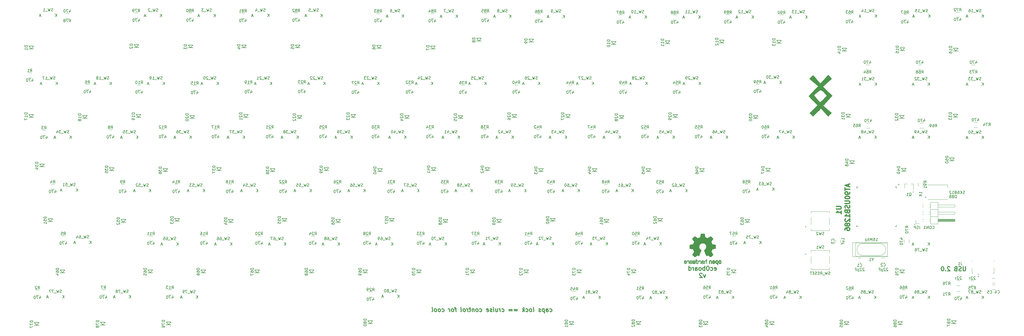
<source format=gbr>
G04 #@! TF.FileFunction,Legend,Bot*
%FSLAX46Y46*%
G04 Gerber Fmt 4.6, Leading zero omitted, Abs format (unit mm)*
G04 Created by KiCad (PCBNEW 4.0.7) date Thu Sep  6 10:03:13 2018*
%MOMM*%
%LPD*%
G01*
G04 APERTURE LIST*
%ADD10C,0.150000*%
%ADD11C,0.200000*%
%ADD12C,0.375000*%
%ADD13C,0.300000*%
%ADD14C,0.010000*%
%ADD15C,0.100000*%
%ADD16C,0.120000*%
%ADD17C,0.152400*%
%ADD18C,0.410680*%
%ADD19C,0.410778*%
G04 APERTURE END LIST*
D10*
D11*
X350087648Y-93002352D02*
G75*
G03X350087648Y-93002352I-147648J0D01*
G01*
X307480000Y-103510000D02*
G75*
G03X307480000Y-103510000I-130000J0D01*
G01*
X307480000Y-113240000D02*
G75*
G03X307480000Y-113240000I-108167J0D01*
G01*
X345642195Y-91160000D02*
G75*
G03X345642195Y-91160000I-92195J0D01*
G01*
X368704018Y-121190000D02*
G75*
G03X368704018Y-121190000I-114018J0D01*
G01*
X346157703Y-102680000D02*
G75*
G03X346157703Y-102680000I-107703J0D01*
G01*
X340507648Y-88470000D02*
G75*
G03X340507648Y-88470000I-147648J0D01*
G01*
D12*
X216561606Y-133557143D02*
X216713391Y-133628571D01*
X216999105Y-133628571D01*
X217133035Y-133557143D01*
X217195534Y-133485714D01*
X217249106Y-133342857D01*
X217195535Y-132914286D01*
X217106249Y-132771429D01*
X217025892Y-132700000D01*
X216874105Y-132628571D01*
X216588391Y-132628571D01*
X216454463Y-132700000D01*
X215284820Y-133628571D02*
X215186606Y-132842857D01*
X215240178Y-132700000D01*
X215374106Y-132628571D01*
X215659820Y-132628571D01*
X215811606Y-132700000D01*
X215275892Y-133557143D02*
X215427677Y-133628571D01*
X215784820Y-133628571D01*
X215918749Y-133557143D01*
X215972321Y-133414286D01*
X215954464Y-133271429D01*
X215865177Y-133128571D01*
X215713392Y-133057143D01*
X215356249Y-133057143D01*
X215204463Y-132985714D01*
X214445534Y-132628571D02*
X214633034Y-134128571D01*
X214454463Y-132700000D02*
X214302677Y-132628571D01*
X214016963Y-132628571D01*
X213883035Y-132700000D01*
X213820535Y-132771429D01*
X213766963Y-132914286D01*
X213820534Y-133342857D01*
X213909820Y-133485714D01*
X213990178Y-133557143D01*
X214141963Y-133628571D01*
X214427677Y-133628571D01*
X214561606Y-133557143D01*
X213275892Y-133557143D02*
X213141963Y-133628571D01*
X212856248Y-133628571D01*
X212704463Y-133557143D01*
X212615178Y-133414286D01*
X212606249Y-133342857D01*
X212659820Y-133200000D01*
X212793748Y-133128571D01*
X213008034Y-133128571D01*
X213141963Y-133057143D01*
X213195535Y-132914286D01*
X213186606Y-132842857D01*
X213097320Y-132700000D01*
X212945534Y-132628571D01*
X212731248Y-132628571D01*
X212597320Y-132700000D01*
X210641962Y-133628571D02*
X210775892Y-133557143D01*
X210829463Y-133414286D01*
X210668748Y-132128571D01*
X209856248Y-133628571D02*
X209990178Y-133557143D01*
X210052677Y-133485714D01*
X210106249Y-133342857D01*
X210052678Y-132914286D01*
X209963392Y-132771429D01*
X209883035Y-132700000D01*
X209731248Y-132628571D01*
X209516963Y-132628571D01*
X209383035Y-132700000D01*
X209320535Y-132771429D01*
X209266963Y-132914286D01*
X209320534Y-133342857D01*
X209409820Y-133485714D01*
X209490178Y-133557143D01*
X209641963Y-133628571D01*
X209856248Y-133628571D01*
X208061606Y-133557143D02*
X208213391Y-133628571D01*
X208499105Y-133628571D01*
X208633035Y-133557143D01*
X208695534Y-133485714D01*
X208749106Y-133342857D01*
X208695535Y-132914286D01*
X208606249Y-132771429D01*
X208525892Y-132700000D01*
X208374105Y-132628571D01*
X208088391Y-132628571D01*
X207954463Y-132700000D01*
X207427677Y-133628571D02*
X207240177Y-132128571D01*
X207213392Y-133057143D02*
X206856249Y-133628571D01*
X206731249Y-132628571D02*
X207374106Y-133200000D01*
X204972320Y-132842857D02*
X203829463Y-132842857D01*
X203883035Y-133271429D02*
X205025892Y-133271429D01*
X203115177Y-132842857D02*
X201972320Y-132842857D01*
X202025892Y-133271429D02*
X203168749Y-133271429D01*
X199561606Y-133557143D02*
X199713391Y-133628571D01*
X199999105Y-133628571D01*
X200133035Y-133557143D01*
X200195534Y-133485714D01*
X200249106Y-133342857D01*
X200195535Y-132914286D01*
X200106249Y-132771429D01*
X200025892Y-132700000D01*
X199874105Y-132628571D01*
X199588391Y-132628571D01*
X199454463Y-132700000D01*
X198927677Y-133628571D02*
X198802677Y-132628571D01*
X198838392Y-132914286D02*
X198749107Y-132771429D01*
X198668749Y-132700000D01*
X198516963Y-132628571D01*
X198374106Y-132628571D01*
X197231249Y-132628571D02*
X197356249Y-133628571D01*
X197874106Y-132628571D02*
X197972321Y-133414286D01*
X197918750Y-133557143D01*
X197784820Y-133628571D01*
X197570535Y-133628571D01*
X197418750Y-133557143D01*
X197338392Y-133485714D01*
X196641963Y-133628571D02*
X196516963Y-132628571D01*
X196454463Y-132128571D02*
X196534821Y-132200000D01*
X196472321Y-132271429D01*
X196391964Y-132200000D01*
X196454463Y-132128571D01*
X196472321Y-132271429D01*
X195990178Y-133557143D02*
X195856249Y-133628571D01*
X195570534Y-133628571D01*
X195418749Y-133557143D01*
X195329464Y-133414286D01*
X195320535Y-133342857D01*
X195374106Y-133200000D01*
X195508034Y-133128571D01*
X195722320Y-133128571D01*
X195856249Y-133057143D01*
X195909821Y-132914286D01*
X195900892Y-132842857D01*
X195811606Y-132700000D01*
X195659820Y-132628571D01*
X195445534Y-132628571D01*
X195311606Y-132700000D01*
X194133035Y-133557143D02*
X194284820Y-133628571D01*
X194570534Y-133628571D01*
X194704463Y-133557143D01*
X194758035Y-133414286D01*
X194686606Y-132842857D01*
X194597320Y-132700000D01*
X194445534Y-132628571D01*
X194159820Y-132628571D01*
X194025892Y-132700000D01*
X193972320Y-132842857D01*
X193990177Y-132985714D01*
X194722320Y-133128571D01*
X191633035Y-133557143D02*
X191784820Y-133628571D01*
X192070534Y-133628571D01*
X192204464Y-133557143D01*
X192266963Y-133485714D01*
X192320535Y-133342857D01*
X192266964Y-132914286D01*
X192177678Y-132771429D01*
X192097321Y-132700000D01*
X191945534Y-132628571D01*
X191659820Y-132628571D01*
X191525892Y-132700000D01*
X190784820Y-133628571D02*
X190918750Y-133557143D01*
X190981249Y-133485714D01*
X191034821Y-133342857D01*
X190981250Y-132914286D01*
X190891964Y-132771429D01*
X190811607Y-132700000D01*
X190659820Y-132628571D01*
X190445535Y-132628571D01*
X190311607Y-132700000D01*
X190249107Y-132771429D01*
X190195535Y-132914286D01*
X190249106Y-133342857D01*
X190338392Y-133485714D01*
X190418750Y-133557143D01*
X190570535Y-133628571D01*
X190784820Y-133628571D01*
X189516963Y-132628571D02*
X189641963Y-133628571D01*
X189534821Y-132771429D02*
X189454464Y-132700000D01*
X189302677Y-132628571D01*
X189088392Y-132628571D01*
X188954464Y-132700000D01*
X188900892Y-132842857D01*
X188999106Y-133628571D01*
X188374106Y-132628571D02*
X187802677Y-132628571D01*
X188097320Y-132128571D02*
X188258035Y-133414286D01*
X188204464Y-133557143D01*
X188070534Y-133628571D01*
X187927677Y-133628571D01*
X187427677Y-133628571D02*
X187302677Y-132628571D01*
X187338392Y-132914286D02*
X187249107Y-132771429D01*
X187168749Y-132700000D01*
X187016963Y-132628571D01*
X186874106Y-132628571D01*
X186284820Y-133628571D02*
X186418750Y-133557143D01*
X186481249Y-133485714D01*
X186534821Y-133342857D01*
X186481250Y-132914286D01*
X186391964Y-132771429D01*
X186311607Y-132700000D01*
X186159820Y-132628571D01*
X185945535Y-132628571D01*
X185811607Y-132700000D01*
X185749107Y-132771429D01*
X185695535Y-132914286D01*
X185749106Y-133342857D01*
X185838392Y-133485714D01*
X185918750Y-133557143D01*
X186070535Y-133628571D01*
X186284820Y-133628571D01*
X184927677Y-133628571D02*
X185061607Y-133557143D01*
X185115178Y-133414286D01*
X184954463Y-132128571D01*
X183302678Y-132628571D02*
X182731249Y-132628571D01*
X183213392Y-133628571D02*
X183052678Y-132342857D01*
X182963393Y-132200000D01*
X182811606Y-132128571D01*
X182668749Y-132128571D01*
X182141963Y-133628571D02*
X182275893Y-133557143D01*
X182338392Y-133485714D01*
X182391964Y-133342857D01*
X182338393Y-132914286D01*
X182249107Y-132771429D01*
X182168750Y-132700000D01*
X182016963Y-132628571D01*
X181802678Y-132628571D01*
X181668750Y-132700000D01*
X181606250Y-132771429D01*
X181552678Y-132914286D01*
X181606249Y-133342857D01*
X181695535Y-133485714D01*
X181775893Y-133557143D01*
X181927678Y-133628571D01*
X182141963Y-133628571D01*
X180999106Y-133628571D02*
X180874106Y-132628571D01*
X180909821Y-132914286D02*
X180820536Y-132771429D01*
X180740178Y-132700000D01*
X180588392Y-132628571D01*
X180445535Y-132628571D01*
X178275893Y-133557143D02*
X178427678Y-133628571D01*
X178713392Y-133628571D01*
X178847322Y-133557143D01*
X178909821Y-133485714D01*
X178963393Y-133342857D01*
X178909822Y-132914286D01*
X178820536Y-132771429D01*
X178740179Y-132700000D01*
X178588392Y-132628571D01*
X178302678Y-132628571D01*
X178168750Y-132700000D01*
X177427678Y-133628571D02*
X177561608Y-133557143D01*
X177624107Y-133485714D01*
X177677679Y-133342857D01*
X177624108Y-132914286D01*
X177534822Y-132771429D01*
X177454465Y-132700000D01*
X177302678Y-132628571D01*
X177088393Y-132628571D01*
X176954465Y-132700000D01*
X176891965Y-132771429D01*
X176838393Y-132914286D01*
X176891964Y-133342857D01*
X176981250Y-133485714D01*
X177061608Y-133557143D01*
X177213393Y-133628571D01*
X177427678Y-133628571D01*
X176070535Y-133628571D02*
X176204465Y-133557143D01*
X176266964Y-133485714D01*
X176320536Y-133342857D01*
X176266965Y-132914286D01*
X176177679Y-132771429D01*
X176097322Y-132700000D01*
X175945535Y-132628571D01*
X175731250Y-132628571D01*
X175597322Y-132700000D01*
X175534822Y-132771429D01*
X175481250Y-132914286D01*
X175534821Y-133342857D01*
X175624107Y-133485714D01*
X175704465Y-133557143D01*
X175856250Y-133628571D01*
X176070535Y-133628571D01*
X174713392Y-133628571D02*
X174847322Y-133557143D01*
X174900893Y-133414286D01*
X174740178Y-132128571D01*
D13*
X274950000Y-118882143D02*
X275092857Y-118953571D01*
X275378571Y-118953571D01*
X275521428Y-118882143D01*
X275592857Y-118739286D01*
X275592857Y-118167857D01*
X275521428Y-118025000D01*
X275378571Y-117953571D01*
X275092857Y-117953571D01*
X274950000Y-118025000D01*
X274878571Y-118167857D01*
X274878571Y-118310714D01*
X275592857Y-118453571D01*
X273592857Y-118882143D02*
X273735714Y-118953571D01*
X274021428Y-118953571D01*
X274164286Y-118882143D01*
X274235714Y-118810714D01*
X274307143Y-118667857D01*
X274307143Y-118239286D01*
X274235714Y-118096429D01*
X274164286Y-118025000D01*
X274021428Y-117953571D01*
X273735714Y-117953571D01*
X273592857Y-118025000D01*
X272664286Y-117453571D02*
X272521429Y-117453571D01*
X272378572Y-117525000D01*
X272307143Y-117596429D01*
X272235714Y-117739286D01*
X272164286Y-118025000D01*
X272164286Y-118382143D01*
X272235714Y-118667857D01*
X272307143Y-118810714D01*
X272378572Y-118882143D01*
X272521429Y-118953571D01*
X272664286Y-118953571D01*
X272807143Y-118882143D01*
X272878572Y-118810714D01*
X272950000Y-118667857D01*
X273021429Y-118382143D01*
X273021429Y-118025000D01*
X272950000Y-117739286D01*
X272878572Y-117596429D01*
X272807143Y-117525000D01*
X272664286Y-117453571D01*
X271521429Y-118953571D02*
X271521429Y-117453571D01*
X271521429Y-118025000D02*
X271378572Y-117953571D01*
X271092858Y-117953571D01*
X270950001Y-118025000D01*
X270878572Y-118096429D01*
X270807143Y-118239286D01*
X270807143Y-118667857D01*
X270878572Y-118810714D01*
X270950001Y-118882143D01*
X271092858Y-118953571D01*
X271378572Y-118953571D01*
X271521429Y-118882143D01*
X269950000Y-118953571D02*
X270092858Y-118882143D01*
X270164286Y-118810714D01*
X270235715Y-118667857D01*
X270235715Y-118239286D01*
X270164286Y-118096429D01*
X270092858Y-118025000D01*
X269950000Y-117953571D01*
X269735715Y-117953571D01*
X269592858Y-118025000D01*
X269521429Y-118096429D01*
X269450000Y-118239286D01*
X269450000Y-118667857D01*
X269521429Y-118810714D01*
X269592858Y-118882143D01*
X269735715Y-118953571D01*
X269950000Y-118953571D01*
X268164286Y-118953571D02*
X268164286Y-118167857D01*
X268235715Y-118025000D01*
X268378572Y-117953571D01*
X268664286Y-117953571D01*
X268807143Y-118025000D01*
X268164286Y-118882143D02*
X268307143Y-118953571D01*
X268664286Y-118953571D01*
X268807143Y-118882143D01*
X268878572Y-118739286D01*
X268878572Y-118596429D01*
X268807143Y-118453571D01*
X268664286Y-118382143D01*
X268307143Y-118382143D01*
X268164286Y-118310714D01*
X267450000Y-118953571D02*
X267450000Y-117953571D01*
X267450000Y-118239286D02*
X267378572Y-118096429D01*
X267307143Y-118025000D01*
X267164286Y-117953571D01*
X267021429Y-117953571D01*
X265878572Y-118953571D02*
X265878572Y-117453571D01*
X265878572Y-118882143D02*
X266021429Y-118953571D01*
X266307143Y-118953571D01*
X266450001Y-118882143D01*
X266521429Y-118810714D01*
X266592858Y-118667857D01*
X266592858Y-118239286D01*
X266521429Y-118096429D01*
X266450001Y-118025000D01*
X266307143Y-117953571D01*
X266021429Y-117953571D01*
X265878572Y-118025000D01*
X271771428Y-120503571D02*
X271414285Y-121503571D01*
X271057143Y-120503571D01*
X270557143Y-120146429D02*
X270485714Y-120075000D01*
X270342857Y-120003571D01*
X269985714Y-120003571D01*
X269842857Y-120075000D01*
X269771428Y-120146429D01*
X269700000Y-120289286D01*
X269700000Y-120432143D01*
X269771428Y-120646429D01*
X270628571Y-121503571D01*
X269700000Y-121503571D01*
X364049999Y-117678571D02*
X364049999Y-118892857D01*
X363978571Y-119035714D01*
X363907142Y-119107143D01*
X363764285Y-119178571D01*
X363478571Y-119178571D01*
X363335713Y-119107143D01*
X363264285Y-119035714D01*
X363192856Y-118892857D01*
X363192856Y-117678571D01*
X362549999Y-119107143D02*
X362335713Y-119178571D01*
X361978570Y-119178571D01*
X361835713Y-119107143D01*
X361764284Y-119035714D01*
X361692856Y-118892857D01*
X361692856Y-118750000D01*
X361764284Y-118607143D01*
X361835713Y-118535714D01*
X361978570Y-118464286D01*
X362264284Y-118392857D01*
X362407142Y-118321429D01*
X362478570Y-118250000D01*
X362549999Y-118107143D01*
X362549999Y-117964286D01*
X362478570Y-117821429D01*
X362407142Y-117750000D01*
X362264284Y-117678571D01*
X361907142Y-117678571D01*
X361692856Y-117750000D01*
X360549999Y-118392857D02*
X360335713Y-118464286D01*
X360264285Y-118535714D01*
X360192856Y-118678571D01*
X360192856Y-118892857D01*
X360264285Y-119035714D01*
X360335713Y-119107143D01*
X360478571Y-119178571D01*
X361049999Y-119178571D01*
X361049999Y-117678571D01*
X360549999Y-117678571D01*
X360407142Y-117750000D01*
X360335713Y-117821429D01*
X360264285Y-117964286D01*
X360264285Y-118107143D01*
X360335713Y-118250000D01*
X360407142Y-118321429D01*
X360549999Y-118392857D01*
X361049999Y-118392857D01*
X358478571Y-117821429D02*
X358407142Y-117750000D01*
X358264285Y-117678571D01*
X357907142Y-117678571D01*
X357764285Y-117750000D01*
X357692856Y-117821429D01*
X357621428Y-117964286D01*
X357621428Y-118107143D01*
X357692856Y-118321429D01*
X358549999Y-119178571D01*
X357621428Y-119178571D01*
X356978571Y-119035714D02*
X356907143Y-119107143D01*
X356978571Y-119178571D01*
X357050000Y-119107143D01*
X356978571Y-119035714D01*
X356978571Y-119178571D01*
X355978571Y-117678571D02*
X355835714Y-117678571D01*
X355692857Y-117750000D01*
X355621428Y-117821429D01*
X355549999Y-117964286D01*
X355478571Y-118250000D01*
X355478571Y-118607143D01*
X355549999Y-118892857D01*
X355621428Y-119035714D01*
X355692857Y-119107143D01*
X355835714Y-119178571D01*
X355978571Y-119178571D01*
X356121428Y-119107143D01*
X356192857Y-119035714D01*
X356264285Y-118892857D01*
X356335714Y-118607143D01*
X356335714Y-118250000D01*
X356264285Y-117964286D01*
X356192857Y-117821429D01*
X356121428Y-117750000D01*
X355978571Y-117678571D01*
D14*
G36*
X315883679Y-63675350D02*
X316490687Y-63029220D01*
X315008323Y-61762797D01*
X313525958Y-60496373D01*
X315116029Y-58721345D01*
X316706101Y-56946316D01*
X315092652Y-55314596D01*
X313479202Y-53682875D01*
X315019554Y-52309983D01*
X316559905Y-50937090D01*
X315282955Y-49577840D01*
X313913452Y-51109054D01*
X312543948Y-52640267D01*
X311497260Y-51481708D01*
X310875695Y-50781725D01*
X310377030Y-50198870D01*
X310173446Y-49944157D01*
X309921389Y-49750472D01*
X309591712Y-49914445D01*
X309271836Y-50229898D01*
X308647352Y-50894631D01*
X309558502Y-51694631D01*
X310280760Y-52318996D01*
X310951188Y-52883293D01*
X311094949Y-53000966D01*
X311720247Y-53507302D01*
X310035687Y-55308101D01*
X308663167Y-56775332D01*
X310216072Y-56775332D01*
X311399878Y-55749795D01*
X312056743Y-55208531D01*
X312537205Y-54969547D01*
X312974974Y-55057856D01*
X313503760Y-55498474D01*
X314222716Y-56277895D01*
X314822436Y-56946316D01*
X313714234Y-58082632D01*
X313091855Y-58689840D01*
X312611474Y-59102145D01*
X312412232Y-59218947D01*
X312152094Y-59028035D01*
X311676305Y-58533222D01*
X311217252Y-57997140D01*
X310216072Y-56775332D01*
X308663167Y-56775332D01*
X308351129Y-57108901D01*
X309923917Y-58698275D01*
X311496707Y-60287649D01*
X310102262Y-61699633D01*
X308707816Y-63111618D01*
X309300994Y-63704795D01*
X309894172Y-64297973D01*
X311327215Y-62894776D01*
X312760259Y-61491579D01*
X314018465Y-62906530D01*
X315276672Y-64321480D01*
X315883679Y-63675350D01*
X315883679Y-63675350D01*
G37*
X315883679Y-63675350D02*
X316490687Y-63029220D01*
X315008323Y-61762797D01*
X313525958Y-60496373D01*
X315116029Y-58721345D01*
X316706101Y-56946316D01*
X315092652Y-55314596D01*
X313479202Y-53682875D01*
X315019554Y-52309983D01*
X316559905Y-50937090D01*
X315282955Y-49577840D01*
X313913452Y-51109054D01*
X312543948Y-52640267D01*
X311497260Y-51481708D01*
X310875695Y-50781725D01*
X310377030Y-50198870D01*
X310173446Y-49944157D01*
X309921389Y-49750472D01*
X309591712Y-49914445D01*
X309271836Y-50229898D01*
X308647352Y-50894631D01*
X309558502Y-51694631D01*
X310280760Y-52318996D01*
X310951188Y-52883293D01*
X311094949Y-53000966D01*
X311720247Y-53507302D01*
X310035687Y-55308101D01*
X308663167Y-56775332D01*
X310216072Y-56775332D01*
X311399878Y-55749795D01*
X312056743Y-55208531D01*
X312537205Y-54969547D01*
X312974974Y-55057856D01*
X313503760Y-55498474D01*
X314222716Y-56277895D01*
X314822436Y-56946316D01*
X313714234Y-58082632D01*
X313091855Y-58689840D01*
X312611474Y-59102145D01*
X312412232Y-59218947D01*
X312152094Y-59028035D01*
X311676305Y-58533222D01*
X311217252Y-57997140D01*
X310216072Y-56775332D01*
X308663167Y-56775332D01*
X308351129Y-57108901D01*
X309923917Y-58698275D01*
X311496707Y-60287649D01*
X310102262Y-61699633D01*
X308707816Y-63111618D01*
X309300994Y-63704795D01*
X309894172Y-64297973D01*
X311327215Y-62894776D01*
X312760259Y-61491579D01*
X314018465Y-62906530D01*
X315276672Y-64321480D01*
X315883679Y-63675350D01*
D15*
X324940000Y-113920000D02*
X324940000Y-109220000D01*
X324940000Y-109220000D02*
X336340000Y-109220000D01*
X336340000Y-109220000D02*
X336340000Y-113920000D01*
X336340000Y-113920000D02*
X324940000Y-113920000D01*
X327625000Y-113685000D02*
X333655000Y-113685000D01*
X327625000Y-109455000D02*
X333655000Y-109455000D01*
D16*
X336540000Y-114120000D02*
X323940000Y-114120000D01*
X323940000Y-114120000D02*
X323940000Y-109020000D01*
X323940000Y-109020000D02*
X336540000Y-109020000D01*
D15*
X327625000Y-109455000D02*
G75*
G03X327625000Y-113685000I0J-2115000D01*
G01*
X333655000Y-109455000D02*
G75*
G02X333655000Y-113685000I0J-2115000D01*
G01*
D16*
X366350000Y-119950000D02*
X366800000Y-119950000D01*
X366350000Y-118100000D02*
X366350000Y-119950000D01*
X374150000Y-115550000D02*
X374150000Y-115800000D01*
X366350000Y-115550000D02*
X366350000Y-115800000D01*
X374150000Y-118100000D02*
X374150000Y-119950000D01*
X374150000Y-119950000D02*
X373700000Y-119950000D01*
X368550000Y-120500000D02*
X369000000Y-120500000D01*
X368550000Y-120500000D02*
X368550000Y-120050000D01*
D17*
X339510400Y-102978600D02*
X339510400Y-103410400D01*
X325921400Y-103410400D02*
X325489600Y-103410400D01*
X325489600Y-89821400D02*
X325489600Y-89389600D01*
X339078600Y-89389600D02*
X339510400Y-89389600D01*
X339510400Y-103410400D02*
X339078600Y-103410400D01*
X325489600Y-103410400D02*
X325489600Y-102978600D01*
X325489600Y-89389600D02*
X325921400Y-89389600D01*
X339510400Y-89389600D02*
X339510400Y-89821400D01*
D16*
X326950000Y-116300000D02*
X325950000Y-116300000D01*
X325950000Y-114600000D02*
X326950000Y-114600000D01*
X335300000Y-116200000D02*
X334300000Y-116200000D01*
X334300000Y-114500000D02*
X335300000Y-114500000D01*
X317900000Y-109140000D02*
X317900000Y-108140000D01*
X319600000Y-108140000D02*
X319600000Y-109140000D01*
X309235000Y-118020000D02*
X309235000Y-118670000D01*
X309235000Y-118670000D02*
X315735000Y-118670000D01*
X315735000Y-118670000D02*
X315735000Y-118020000D01*
X309235000Y-112520000D02*
X309235000Y-111870000D01*
X309235000Y-111870000D02*
X315735000Y-111870000D01*
X315735000Y-111870000D02*
X315735000Y-112520000D01*
X309235000Y-114020000D02*
X309235000Y-116520000D01*
X315735000Y-114020000D02*
X315735000Y-116520000D01*
X342360000Y-88260000D02*
X343290000Y-88260000D01*
X345520000Y-88260000D02*
X344590000Y-88260000D01*
X345520000Y-88260000D02*
X345520000Y-90420000D01*
X342360000Y-88260000D02*
X342360000Y-89720000D01*
X351590000Y-102480000D02*
X351590000Y-94740000D01*
X351590000Y-94740000D02*
X354250000Y-94740000D01*
X354250000Y-94740000D02*
X354250000Y-102480000D01*
X354250000Y-102480000D02*
X351590000Y-102480000D01*
X354250000Y-101530000D02*
X360250000Y-101530000D01*
X360250000Y-101530000D02*
X360250000Y-100770000D01*
X360250000Y-100770000D02*
X354250000Y-100770000D01*
X354250000Y-101470000D02*
X360250000Y-101470000D01*
X354250000Y-101350000D02*
X360250000Y-101350000D01*
X354250000Y-101230000D02*
X360250000Y-101230000D01*
X354250000Y-101110000D02*
X360250000Y-101110000D01*
X354250000Y-100990000D02*
X360250000Y-100990000D01*
X354250000Y-100870000D02*
X360250000Y-100870000D01*
X351192929Y-101530000D02*
X351590000Y-101530000D01*
X351192929Y-100770000D02*
X351590000Y-100770000D01*
X348720000Y-101530000D02*
X349107071Y-101530000D01*
X348720000Y-100770000D02*
X349107071Y-100770000D01*
X351590000Y-99880000D02*
X354250000Y-99880000D01*
X354250000Y-98990000D02*
X360250000Y-98990000D01*
X360250000Y-98990000D02*
X360250000Y-98230000D01*
X360250000Y-98230000D02*
X354250000Y-98230000D01*
X351192929Y-98990000D02*
X351590000Y-98990000D01*
X351192929Y-98230000D02*
X351590000Y-98230000D01*
X348652929Y-98990000D02*
X349107071Y-98990000D01*
X348652929Y-98230000D02*
X349107071Y-98230000D01*
X351590000Y-97340000D02*
X354250000Y-97340000D01*
X354250000Y-96450000D02*
X360250000Y-96450000D01*
X360250000Y-96450000D02*
X360250000Y-95690000D01*
X360250000Y-95690000D02*
X354250000Y-95690000D01*
X351192929Y-96450000D02*
X351590000Y-96450000D01*
X351192929Y-95690000D02*
X351590000Y-95690000D01*
X348652929Y-96450000D02*
X349107071Y-96450000D01*
X348652929Y-95690000D02*
X349107071Y-95690000D01*
X346340000Y-101150000D02*
X346340000Y-102420000D01*
X346340000Y-102420000D02*
X347610000Y-102420000D01*
D14*
G36*
X275578100Y-115361903D02*
X275466550Y-115417522D01*
X275368092Y-115519931D01*
X275340977Y-115557864D01*
X275311438Y-115607500D01*
X275292272Y-115661412D01*
X275281307Y-115733364D01*
X275276371Y-115837122D01*
X275275287Y-115974101D01*
X275280182Y-116161815D01*
X275297196Y-116302758D01*
X275329823Y-116407908D01*
X275381558Y-116488243D01*
X275455896Y-116554741D01*
X275461358Y-116558678D01*
X275534620Y-116598953D01*
X275622840Y-116618880D01*
X275735038Y-116623793D01*
X275917433Y-116623793D01*
X275917509Y-116800857D01*
X275919207Y-116899470D01*
X275929550Y-116957314D01*
X275956578Y-116992006D01*
X276008332Y-117021164D01*
X276020761Y-117027121D01*
X276078923Y-117055039D01*
X276123956Y-117072672D01*
X276157441Y-117074194D01*
X276180962Y-117053781D01*
X276196100Y-117005607D01*
X276204437Y-116923846D01*
X276207556Y-116802672D01*
X276207040Y-116636260D01*
X276204471Y-116418785D01*
X276203668Y-116353736D01*
X276200778Y-116129502D01*
X276198188Y-115982821D01*
X275917586Y-115982821D01*
X275916009Y-116107326D01*
X275909000Y-116188787D01*
X275893142Y-116242515D01*
X275865019Y-116283823D01*
X275845925Y-116303971D01*
X275767865Y-116362921D01*
X275698753Y-116367720D01*
X275627440Y-116319038D01*
X275625632Y-116317241D01*
X275596617Y-116279618D01*
X275578967Y-116228484D01*
X275570064Y-116149738D01*
X275567291Y-116029276D01*
X275567241Y-116002588D01*
X275573942Y-115836583D01*
X275595752Y-115721505D01*
X275635235Y-115651254D01*
X275694956Y-115619729D01*
X275729472Y-115616552D01*
X275811389Y-115631460D01*
X275867579Y-115680548D01*
X275901402Y-115770362D01*
X275916220Y-115907445D01*
X275917586Y-115982821D01*
X276198188Y-115982821D01*
X276197713Y-115955952D01*
X276193753Y-115825382D01*
X276188174Y-115730087D01*
X276180254Y-115662364D01*
X276169269Y-115614507D01*
X276154499Y-115578813D01*
X276135218Y-115547578D01*
X276126951Y-115535824D01*
X276017288Y-115424797D01*
X275878635Y-115361847D01*
X275718246Y-115344297D01*
X275578100Y-115361903D01*
X275578100Y-115361903D01*
G37*
X275578100Y-115361903D02*
X275466550Y-115417522D01*
X275368092Y-115519931D01*
X275340977Y-115557864D01*
X275311438Y-115607500D01*
X275292272Y-115661412D01*
X275281307Y-115733364D01*
X275276371Y-115837122D01*
X275275287Y-115974101D01*
X275280182Y-116161815D01*
X275297196Y-116302758D01*
X275329823Y-116407908D01*
X275381558Y-116488243D01*
X275455896Y-116554741D01*
X275461358Y-116558678D01*
X275534620Y-116598953D01*
X275622840Y-116618880D01*
X275735038Y-116623793D01*
X275917433Y-116623793D01*
X275917509Y-116800857D01*
X275919207Y-116899470D01*
X275929550Y-116957314D01*
X275956578Y-116992006D01*
X276008332Y-117021164D01*
X276020761Y-117027121D01*
X276078923Y-117055039D01*
X276123956Y-117072672D01*
X276157441Y-117074194D01*
X276180962Y-117053781D01*
X276196100Y-117005607D01*
X276204437Y-116923846D01*
X276207556Y-116802672D01*
X276207040Y-116636260D01*
X276204471Y-116418785D01*
X276203668Y-116353736D01*
X276200778Y-116129502D01*
X276198188Y-115982821D01*
X275917586Y-115982821D01*
X275916009Y-116107326D01*
X275909000Y-116188787D01*
X275893142Y-116242515D01*
X275865019Y-116283823D01*
X275845925Y-116303971D01*
X275767865Y-116362921D01*
X275698753Y-116367720D01*
X275627440Y-116319038D01*
X275625632Y-116317241D01*
X275596617Y-116279618D01*
X275578967Y-116228484D01*
X275570064Y-116149738D01*
X275567291Y-116029276D01*
X275567241Y-116002588D01*
X275573942Y-115836583D01*
X275595752Y-115721505D01*
X275635235Y-115651254D01*
X275694956Y-115619729D01*
X275729472Y-115616552D01*
X275811389Y-115631460D01*
X275867579Y-115680548D01*
X275901402Y-115770362D01*
X275916220Y-115907445D01*
X275917586Y-115982821D01*
X276198188Y-115982821D01*
X276197713Y-115955952D01*
X276193753Y-115825382D01*
X276188174Y-115730087D01*
X276180254Y-115662364D01*
X276169269Y-115614507D01*
X276154499Y-115578813D01*
X276135218Y-115547578D01*
X276126951Y-115535824D01*
X276017288Y-115424797D01*
X275878635Y-115361847D01*
X275718246Y-115344297D01*
X275578100Y-115361903D01*
G36*
X273332571Y-115377719D02*
X273238877Y-115431914D01*
X273173736Y-115485707D01*
X273126093Y-115542066D01*
X273093272Y-115610987D01*
X273072594Y-115702468D01*
X273061380Y-115826506D01*
X273056951Y-115993098D01*
X273056437Y-116112851D01*
X273056437Y-116553659D01*
X273180517Y-116609283D01*
X273304598Y-116664907D01*
X273319195Y-116182095D01*
X273325227Y-116001779D01*
X273331555Y-115870901D01*
X273339394Y-115780511D01*
X273349963Y-115721664D01*
X273364477Y-115685413D01*
X273384152Y-115662810D01*
X273390465Y-115657917D01*
X273486112Y-115619706D01*
X273582793Y-115634827D01*
X273640345Y-115674943D01*
X273663755Y-115703370D01*
X273679961Y-115740672D01*
X273690259Y-115797223D01*
X273695951Y-115883394D01*
X273698336Y-116009558D01*
X273698736Y-116141042D01*
X273698814Y-116305999D01*
X273701639Y-116422761D01*
X273711093Y-116501510D01*
X273731060Y-116552431D01*
X273765424Y-116585706D01*
X273818068Y-116611520D01*
X273888383Y-116638344D01*
X273965180Y-116667542D01*
X273956038Y-116149346D01*
X273952357Y-115962539D01*
X273948050Y-115824490D01*
X273941877Y-115725568D01*
X273932598Y-115656145D01*
X273918973Y-115606590D01*
X273899761Y-115567273D01*
X273876598Y-115532584D01*
X273764848Y-115421770D01*
X273628487Y-115357689D01*
X273480175Y-115342339D01*
X273332571Y-115377719D01*
X273332571Y-115377719D01*
G37*
X273332571Y-115377719D02*
X273238877Y-115431914D01*
X273173736Y-115485707D01*
X273126093Y-115542066D01*
X273093272Y-115610987D01*
X273072594Y-115702468D01*
X273061380Y-115826506D01*
X273056951Y-115993098D01*
X273056437Y-116112851D01*
X273056437Y-116553659D01*
X273180517Y-116609283D01*
X273304598Y-116664907D01*
X273319195Y-116182095D01*
X273325227Y-116001779D01*
X273331555Y-115870901D01*
X273339394Y-115780511D01*
X273349963Y-115721664D01*
X273364477Y-115685413D01*
X273384152Y-115662810D01*
X273390465Y-115657917D01*
X273486112Y-115619706D01*
X273582793Y-115634827D01*
X273640345Y-115674943D01*
X273663755Y-115703370D01*
X273679961Y-115740672D01*
X273690259Y-115797223D01*
X273695951Y-115883394D01*
X273698336Y-116009558D01*
X273698736Y-116141042D01*
X273698814Y-116305999D01*
X273701639Y-116422761D01*
X273711093Y-116501510D01*
X273731060Y-116552431D01*
X273765424Y-116585706D01*
X273818068Y-116611520D01*
X273888383Y-116638344D01*
X273965180Y-116667542D01*
X273956038Y-116149346D01*
X273952357Y-115962539D01*
X273948050Y-115824490D01*
X273941877Y-115725568D01*
X273932598Y-115656145D01*
X273918973Y-115606590D01*
X273899761Y-115567273D01*
X273876598Y-115532584D01*
X273764848Y-115421770D01*
X273628487Y-115357689D01*
X273480175Y-115342339D01*
X273332571Y-115377719D01*
G36*
X276701779Y-115366015D02*
X276564939Y-115437968D01*
X276463949Y-115553766D01*
X276428075Y-115628213D01*
X276400161Y-115739992D01*
X276385871Y-115881227D01*
X276384516Y-116035371D01*
X276395405Y-116185879D01*
X276417847Y-116316205D01*
X276451150Y-116409803D01*
X276461385Y-116425922D01*
X276582618Y-116546249D01*
X276726613Y-116618317D01*
X276882861Y-116639408D01*
X277040852Y-116606802D01*
X277084820Y-116587253D01*
X277170444Y-116527012D01*
X277245592Y-116447135D01*
X277252694Y-116437004D01*
X277281561Y-116388181D01*
X277300643Y-116335990D01*
X277311916Y-116267285D01*
X277317355Y-116168918D01*
X277318938Y-116027744D01*
X277318965Y-115996092D01*
X277318893Y-115986019D01*
X277027011Y-115986019D01*
X277025313Y-116119256D01*
X277018628Y-116207674D01*
X277004575Y-116264785D01*
X276980771Y-116304102D01*
X276968621Y-116317241D01*
X276898764Y-116367172D01*
X276830941Y-116364895D01*
X276762365Y-116321584D01*
X276721465Y-116275346D01*
X276697242Y-116207857D01*
X276683639Y-116101433D01*
X276682706Y-116089020D01*
X276680384Y-115896147D01*
X276704650Y-115752900D01*
X276755176Y-115660160D01*
X276831632Y-115618807D01*
X276858924Y-115616552D01*
X276930589Y-115627893D01*
X276979610Y-115667184D01*
X277009582Y-115742326D01*
X277024101Y-115861222D01*
X277027011Y-115986019D01*
X277318893Y-115986019D01*
X277317878Y-115845659D01*
X277313312Y-115740549D01*
X277303312Y-115667714D01*
X277285921Y-115614108D01*
X277259184Y-115566681D01*
X277253276Y-115557864D01*
X277153968Y-115439007D01*
X277045758Y-115370008D01*
X276914019Y-115342619D01*
X276869283Y-115341281D01*
X276701779Y-115366015D01*
X276701779Y-115366015D01*
G37*
X276701779Y-115366015D02*
X276564939Y-115437968D01*
X276463949Y-115553766D01*
X276428075Y-115628213D01*
X276400161Y-115739992D01*
X276385871Y-115881227D01*
X276384516Y-116035371D01*
X276395405Y-116185879D01*
X276417847Y-116316205D01*
X276451150Y-116409803D01*
X276461385Y-116425922D01*
X276582618Y-116546249D01*
X276726613Y-116618317D01*
X276882861Y-116639408D01*
X277040852Y-116606802D01*
X277084820Y-116587253D01*
X277170444Y-116527012D01*
X277245592Y-116447135D01*
X277252694Y-116437004D01*
X277281561Y-116388181D01*
X277300643Y-116335990D01*
X277311916Y-116267285D01*
X277317355Y-116168918D01*
X277318938Y-116027744D01*
X277318965Y-115996092D01*
X277318893Y-115986019D01*
X277027011Y-115986019D01*
X277025313Y-116119256D01*
X277018628Y-116207674D01*
X277004575Y-116264785D01*
X276980771Y-116304102D01*
X276968621Y-116317241D01*
X276898764Y-116367172D01*
X276830941Y-116364895D01*
X276762365Y-116321584D01*
X276721465Y-116275346D01*
X276697242Y-116207857D01*
X276683639Y-116101433D01*
X276682706Y-116089020D01*
X276680384Y-115896147D01*
X276704650Y-115752900D01*
X276755176Y-115660160D01*
X276831632Y-115618807D01*
X276858924Y-115616552D01*
X276930589Y-115627893D01*
X276979610Y-115667184D01*
X277009582Y-115742326D01*
X277024101Y-115861222D01*
X277027011Y-115986019D01*
X277318893Y-115986019D01*
X277317878Y-115845659D01*
X277313312Y-115740549D01*
X277303312Y-115667714D01*
X277285921Y-115614108D01*
X277259184Y-115566681D01*
X277253276Y-115557864D01*
X277153968Y-115439007D01*
X277045758Y-115370008D01*
X276914019Y-115342619D01*
X276869283Y-115341281D01*
X276701779Y-115366015D01*
G36*
X274434448Y-115384676D02*
X274319342Y-115462111D01*
X274230389Y-115573949D01*
X274177251Y-115716265D01*
X274166503Y-115821015D01*
X274167724Y-115864726D01*
X274177944Y-115898194D01*
X274206039Y-115928179D01*
X274260884Y-115961440D01*
X274351355Y-116004738D01*
X274486328Y-116064833D01*
X274487011Y-116065134D01*
X274611249Y-116122037D01*
X274713127Y-116172565D01*
X274782233Y-116211280D01*
X274808154Y-116232740D01*
X274808161Y-116232913D01*
X274785315Y-116279644D01*
X274731891Y-116331154D01*
X274670558Y-116368261D01*
X274639485Y-116375632D01*
X274554711Y-116350138D01*
X274481707Y-116286291D01*
X274446087Y-116216094D01*
X274411820Y-116164343D01*
X274344697Y-116105409D01*
X274265792Y-116054496D01*
X274196179Y-116026809D01*
X274181623Y-116025287D01*
X274165237Y-116050321D01*
X274164250Y-116114311D01*
X274176292Y-116200593D01*
X274198993Y-116292501D01*
X274229986Y-116373369D01*
X274231552Y-116376509D01*
X274324819Y-116506734D01*
X274445696Y-116595311D01*
X274582973Y-116638786D01*
X274725440Y-116633706D01*
X274861888Y-116576616D01*
X274867955Y-116572602D01*
X274975290Y-116475326D01*
X275045868Y-116348409D01*
X275084926Y-116181526D01*
X275090168Y-116134639D01*
X275099452Y-115913329D01*
X275088322Y-115810124D01*
X274808161Y-115810124D01*
X274804521Y-115874503D01*
X274784611Y-115893291D01*
X274734974Y-115879235D01*
X274656733Y-115846009D01*
X274569274Y-115804359D01*
X274567101Y-115803256D01*
X274492970Y-115764265D01*
X274463219Y-115738244D01*
X274470555Y-115710965D01*
X274501447Y-115675121D01*
X274580040Y-115623251D01*
X274664677Y-115619439D01*
X274740597Y-115657189D01*
X274793035Y-115730001D01*
X274808161Y-115810124D01*
X275088322Y-115810124D01*
X275080356Y-115736261D01*
X275031366Y-115595829D01*
X274963164Y-115497447D01*
X274840065Y-115398030D01*
X274704472Y-115348711D01*
X274566045Y-115345568D01*
X274434448Y-115384676D01*
X274434448Y-115384676D01*
G37*
X274434448Y-115384676D02*
X274319342Y-115462111D01*
X274230389Y-115573949D01*
X274177251Y-115716265D01*
X274166503Y-115821015D01*
X274167724Y-115864726D01*
X274177944Y-115898194D01*
X274206039Y-115928179D01*
X274260884Y-115961440D01*
X274351355Y-116004738D01*
X274486328Y-116064833D01*
X274487011Y-116065134D01*
X274611249Y-116122037D01*
X274713127Y-116172565D01*
X274782233Y-116211280D01*
X274808154Y-116232740D01*
X274808161Y-116232913D01*
X274785315Y-116279644D01*
X274731891Y-116331154D01*
X274670558Y-116368261D01*
X274639485Y-116375632D01*
X274554711Y-116350138D01*
X274481707Y-116286291D01*
X274446087Y-116216094D01*
X274411820Y-116164343D01*
X274344697Y-116105409D01*
X274265792Y-116054496D01*
X274196179Y-116026809D01*
X274181623Y-116025287D01*
X274165237Y-116050321D01*
X274164250Y-116114311D01*
X274176292Y-116200593D01*
X274198993Y-116292501D01*
X274229986Y-116373369D01*
X274231552Y-116376509D01*
X274324819Y-116506734D01*
X274445696Y-116595311D01*
X274582973Y-116638786D01*
X274725440Y-116633706D01*
X274861888Y-116576616D01*
X274867955Y-116572602D01*
X274975290Y-116475326D01*
X275045868Y-116348409D01*
X275084926Y-116181526D01*
X275090168Y-116134639D01*
X275099452Y-115913329D01*
X275088322Y-115810124D01*
X274808161Y-115810124D01*
X274804521Y-115874503D01*
X274784611Y-115893291D01*
X274734974Y-115879235D01*
X274656733Y-115846009D01*
X274569274Y-115804359D01*
X274567101Y-115803256D01*
X274492970Y-115764265D01*
X274463219Y-115738244D01*
X274470555Y-115710965D01*
X274501447Y-115675121D01*
X274580040Y-115623251D01*
X274664677Y-115619439D01*
X274740597Y-115657189D01*
X274793035Y-115730001D01*
X274808161Y-115810124D01*
X275088322Y-115810124D01*
X275080356Y-115736261D01*
X275031366Y-115595829D01*
X274963164Y-115497447D01*
X274840065Y-115398030D01*
X274704472Y-115348711D01*
X274566045Y-115345568D01*
X274434448Y-115384676D01*
G36*
X272005402Y-115223857D02*
X271996846Y-115343188D01*
X271987019Y-115413506D01*
X271973401Y-115444179D01*
X271953473Y-115444571D01*
X271947011Y-115440910D01*
X271861060Y-115414398D01*
X271749255Y-115415946D01*
X271635586Y-115443199D01*
X271564490Y-115478455D01*
X271491595Y-115534778D01*
X271438307Y-115598519D01*
X271401725Y-115679510D01*
X271378950Y-115787586D01*
X271367081Y-115932580D01*
X271363218Y-116124326D01*
X271363149Y-116161109D01*
X271363103Y-116574288D01*
X271455046Y-116606339D01*
X271520348Y-116628144D01*
X271556176Y-116638297D01*
X271557230Y-116638391D01*
X271560758Y-116610860D01*
X271563761Y-116534923D01*
X271566010Y-116420565D01*
X271567276Y-116277769D01*
X271567471Y-116190951D01*
X271567877Y-116019773D01*
X271569968Y-115897088D01*
X271575053Y-115813000D01*
X271584440Y-115757614D01*
X271599439Y-115721032D01*
X271621358Y-115693359D01*
X271635043Y-115680032D01*
X271729051Y-115626328D01*
X271831636Y-115622307D01*
X271924710Y-115667725D01*
X271941922Y-115684123D01*
X271967168Y-115714957D01*
X271984680Y-115751531D01*
X271995858Y-115804415D01*
X272002104Y-115884177D01*
X272004818Y-116001385D01*
X272005402Y-116162991D01*
X272005402Y-116574288D01*
X272097345Y-116606339D01*
X272162647Y-116628144D01*
X272198475Y-116638297D01*
X272199529Y-116638391D01*
X272202225Y-116610448D01*
X272204655Y-116531630D01*
X272206722Y-116409453D01*
X272208329Y-116251432D01*
X272209377Y-116065083D01*
X272209769Y-115857920D01*
X272209770Y-115848706D01*
X272209770Y-115059020D01*
X272114885Y-115018997D01*
X272020000Y-114978973D01*
X272005402Y-115223857D01*
X272005402Y-115223857D01*
G37*
X272005402Y-115223857D02*
X271996846Y-115343188D01*
X271987019Y-115413506D01*
X271973401Y-115444179D01*
X271953473Y-115444571D01*
X271947011Y-115440910D01*
X271861060Y-115414398D01*
X271749255Y-115415946D01*
X271635586Y-115443199D01*
X271564490Y-115478455D01*
X271491595Y-115534778D01*
X271438307Y-115598519D01*
X271401725Y-115679510D01*
X271378950Y-115787586D01*
X271367081Y-115932580D01*
X271363218Y-116124326D01*
X271363149Y-116161109D01*
X271363103Y-116574288D01*
X271455046Y-116606339D01*
X271520348Y-116628144D01*
X271556176Y-116638297D01*
X271557230Y-116638391D01*
X271560758Y-116610860D01*
X271563761Y-116534923D01*
X271566010Y-116420565D01*
X271567276Y-116277769D01*
X271567471Y-116190951D01*
X271567877Y-116019773D01*
X271569968Y-115897088D01*
X271575053Y-115813000D01*
X271584440Y-115757614D01*
X271599439Y-115721032D01*
X271621358Y-115693359D01*
X271635043Y-115680032D01*
X271729051Y-115626328D01*
X271831636Y-115622307D01*
X271924710Y-115667725D01*
X271941922Y-115684123D01*
X271967168Y-115714957D01*
X271984680Y-115751531D01*
X271995858Y-115804415D01*
X272002104Y-115884177D01*
X272004818Y-116001385D01*
X272005402Y-116162991D01*
X272005402Y-116574288D01*
X272097345Y-116606339D01*
X272162647Y-116628144D01*
X272198475Y-116638297D01*
X272199529Y-116638391D01*
X272202225Y-116610448D01*
X272204655Y-116531630D01*
X272206722Y-116409453D01*
X272208329Y-116251432D01*
X272209377Y-116065083D01*
X272209769Y-115857920D01*
X272209770Y-115848706D01*
X272209770Y-115059020D01*
X272114885Y-115018997D01*
X272020000Y-114978973D01*
X272005402Y-115223857D01*
G36*
X270670056Y-115424360D02*
X270555657Y-115466842D01*
X270554348Y-115467658D01*
X270483597Y-115519730D01*
X270431364Y-115580584D01*
X270394629Y-115659887D01*
X270370366Y-115767309D01*
X270355555Y-115912517D01*
X270347171Y-116105179D01*
X270346436Y-116132628D01*
X270335880Y-116546521D01*
X270424709Y-116592456D01*
X270488982Y-116623498D01*
X270527790Y-116638206D01*
X270529585Y-116638391D01*
X270536300Y-116611250D01*
X270541635Y-116538041D01*
X270544917Y-116431081D01*
X270545632Y-116344469D01*
X270545649Y-116204162D01*
X270552063Y-116116051D01*
X270574420Y-116074025D01*
X270622268Y-116071975D01*
X270705151Y-116103790D01*
X270830287Y-116162272D01*
X270922303Y-116210845D01*
X270969629Y-116252986D01*
X270983542Y-116298916D01*
X270983563Y-116301189D01*
X270960605Y-116380311D01*
X270892630Y-116423055D01*
X270788602Y-116429246D01*
X270713670Y-116428172D01*
X270674161Y-116449753D01*
X270649522Y-116501591D01*
X270635341Y-116567632D01*
X270655777Y-116605104D01*
X270663472Y-116610467D01*
X270735917Y-116632006D01*
X270837367Y-116635055D01*
X270941843Y-116620778D01*
X271015875Y-116594688D01*
X271118228Y-116507785D01*
X271176409Y-116386816D01*
X271187931Y-116292308D01*
X271179138Y-116207062D01*
X271147320Y-116137476D01*
X271084316Y-116075672D01*
X270981969Y-116013772D01*
X270832118Y-115943897D01*
X270822988Y-115939948D01*
X270688003Y-115877588D01*
X270604706Y-115826446D01*
X270569003Y-115780488D01*
X270576797Y-115733683D01*
X270623993Y-115679998D01*
X270638106Y-115667644D01*
X270732641Y-115619741D01*
X270830594Y-115621758D01*
X270915903Y-115668724D01*
X270972504Y-115755669D01*
X270977763Y-115772734D01*
X271028977Y-115855504D01*
X271093963Y-115895372D01*
X271187931Y-115934882D01*
X271187931Y-115832658D01*
X271159347Y-115684072D01*
X271074505Y-115547784D01*
X271030355Y-115502191D01*
X270929995Y-115443674D01*
X270802365Y-115417184D01*
X270670056Y-115424360D01*
X270670056Y-115424360D01*
G37*
X270670056Y-115424360D02*
X270555657Y-115466842D01*
X270554348Y-115467658D01*
X270483597Y-115519730D01*
X270431364Y-115580584D01*
X270394629Y-115659887D01*
X270370366Y-115767309D01*
X270355555Y-115912517D01*
X270347171Y-116105179D01*
X270346436Y-116132628D01*
X270335880Y-116546521D01*
X270424709Y-116592456D01*
X270488982Y-116623498D01*
X270527790Y-116638206D01*
X270529585Y-116638391D01*
X270536300Y-116611250D01*
X270541635Y-116538041D01*
X270544917Y-116431081D01*
X270545632Y-116344469D01*
X270545649Y-116204162D01*
X270552063Y-116116051D01*
X270574420Y-116074025D01*
X270622268Y-116071975D01*
X270705151Y-116103790D01*
X270830287Y-116162272D01*
X270922303Y-116210845D01*
X270969629Y-116252986D01*
X270983542Y-116298916D01*
X270983563Y-116301189D01*
X270960605Y-116380311D01*
X270892630Y-116423055D01*
X270788602Y-116429246D01*
X270713670Y-116428172D01*
X270674161Y-116449753D01*
X270649522Y-116501591D01*
X270635341Y-116567632D01*
X270655777Y-116605104D01*
X270663472Y-116610467D01*
X270735917Y-116632006D01*
X270837367Y-116635055D01*
X270941843Y-116620778D01*
X271015875Y-116594688D01*
X271118228Y-116507785D01*
X271176409Y-116386816D01*
X271187931Y-116292308D01*
X271179138Y-116207062D01*
X271147320Y-116137476D01*
X271084316Y-116075672D01*
X270981969Y-116013772D01*
X270832118Y-115943897D01*
X270822988Y-115939948D01*
X270688003Y-115877588D01*
X270604706Y-115826446D01*
X270569003Y-115780488D01*
X270576797Y-115733683D01*
X270623993Y-115679998D01*
X270638106Y-115667644D01*
X270732641Y-115619741D01*
X270830594Y-115621758D01*
X270915903Y-115668724D01*
X270972504Y-115755669D01*
X270977763Y-115772734D01*
X271028977Y-115855504D01*
X271093963Y-115895372D01*
X271187931Y-115934882D01*
X271187931Y-115832658D01*
X271159347Y-115684072D01*
X271074505Y-115547784D01*
X271030355Y-115502191D01*
X270929995Y-115443674D01*
X270802365Y-115417184D01*
X270670056Y-115424360D01*
G36*
X269684057Y-115421920D02*
X269551435Y-115470859D01*
X269443990Y-115557419D01*
X269401968Y-115618352D01*
X269356157Y-115730161D01*
X269357109Y-115811006D01*
X269405192Y-115865378D01*
X269422983Y-115874624D01*
X269499796Y-115903450D01*
X269539024Y-115896065D01*
X269552311Y-115847658D01*
X269552988Y-115820920D01*
X269577314Y-115722548D01*
X269640719Y-115653734D01*
X269728846Y-115620498D01*
X269827337Y-115628861D01*
X269907398Y-115672296D01*
X269934439Y-115697072D01*
X269953606Y-115727129D01*
X269966554Y-115772565D01*
X269974936Y-115843476D01*
X269980407Y-115949960D01*
X269984622Y-116102112D01*
X269985713Y-116150287D01*
X269989693Y-116315095D01*
X269994219Y-116431088D01*
X270001005Y-116507833D01*
X270011769Y-116554893D01*
X270028227Y-116581835D01*
X270052094Y-116598223D01*
X270067374Y-116605463D01*
X270132267Y-116630220D01*
X270170466Y-116638391D01*
X270183088Y-116611103D01*
X270190792Y-116528603D01*
X270193620Y-116389941D01*
X270191614Y-116194162D01*
X270190989Y-116163965D01*
X270186579Y-115985349D01*
X270181365Y-115854923D01*
X270173945Y-115762492D01*
X270162918Y-115697858D01*
X270146883Y-115650825D01*
X270124439Y-115611196D01*
X270112698Y-115594215D01*
X270045381Y-115519080D01*
X269970090Y-115460638D01*
X269960872Y-115455536D01*
X269825867Y-115415260D01*
X269684057Y-115421920D01*
X269684057Y-115421920D01*
G37*
X269684057Y-115421920D02*
X269551435Y-115470859D01*
X269443990Y-115557419D01*
X269401968Y-115618352D01*
X269356157Y-115730161D01*
X269357109Y-115811006D01*
X269405192Y-115865378D01*
X269422983Y-115874624D01*
X269499796Y-115903450D01*
X269539024Y-115896065D01*
X269552311Y-115847658D01*
X269552988Y-115820920D01*
X269577314Y-115722548D01*
X269640719Y-115653734D01*
X269728846Y-115620498D01*
X269827337Y-115628861D01*
X269907398Y-115672296D01*
X269934439Y-115697072D01*
X269953606Y-115727129D01*
X269966554Y-115772565D01*
X269974936Y-115843476D01*
X269980407Y-115949960D01*
X269984622Y-116102112D01*
X269985713Y-116150287D01*
X269989693Y-116315095D01*
X269994219Y-116431088D01*
X270001005Y-116507833D01*
X270011769Y-116554893D01*
X270028227Y-116581835D01*
X270052094Y-116598223D01*
X270067374Y-116605463D01*
X270132267Y-116630220D01*
X270170466Y-116638391D01*
X270183088Y-116611103D01*
X270190792Y-116528603D01*
X270193620Y-116389941D01*
X270191614Y-116194162D01*
X270190989Y-116163965D01*
X270186579Y-115985349D01*
X270181365Y-115854923D01*
X270173945Y-115762492D01*
X270162918Y-115697858D01*
X270146883Y-115650825D01*
X270124439Y-115611196D01*
X270112698Y-115594215D01*
X270045381Y-115519080D01*
X269970090Y-115460638D01*
X269960872Y-115455536D01*
X269825867Y-115415260D01*
X269684057Y-115421920D01*
G36*
X268356086Y-115654455D02*
X268356457Y-115872661D01*
X268357892Y-116040519D01*
X268360998Y-116166070D01*
X268366378Y-116257355D01*
X268374638Y-116322415D01*
X268386384Y-116369291D01*
X268402219Y-116406024D01*
X268414210Y-116426991D01*
X268513510Y-116540694D01*
X268639412Y-116611965D01*
X268778709Y-116637538D01*
X268918195Y-116614150D01*
X269001257Y-116572119D01*
X269088455Y-116499411D01*
X269147883Y-116410612D01*
X269183739Y-116294320D01*
X269200219Y-116139135D01*
X269202553Y-116025287D01*
X269202239Y-116017106D01*
X268998276Y-116017106D01*
X268997030Y-116147657D01*
X268991322Y-116234080D01*
X268978196Y-116290618D01*
X268954694Y-116331514D01*
X268926614Y-116362362D01*
X268832312Y-116421905D01*
X268731060Y-116426992D01*
X268635364Y-116377279D01*
X268627916Y-116370543D01*
X268596126Y-116335502D01*
X268576192Y-116293811D01*
X268565400Y-116231762D01*
X268561035Y-116135644D01*
X268560345Y-116029379D01*
X268561841Y-115895880D01*
X268568036Y-115806822D01*
X268581486Y-115748293D01*
X268604749Y-115706382D01*
X268623825Y-115684123D01*
X268712437Y-115627985D01*
X268814492Y-115621235D01*
X268911905Y-115664114D01*
X268930704Y-115680032D01*
X268962707Y-115715382D01*
X268982682Y-115757502D01*
X268993407Y-115820251D01*
X268997661Y-115917487D01*
X268998276Y-116017106D01*
X269202239Y-116017106D01*
X269195496Y-115841947D01*
X269171528Y-115704195D01*
X269126452Y-115600632D01*
X269056072Y-115519856D01*
X269001257Y-115478455D01*
X268901624Y-115433728D01*
X268786145Y-115412967D01*
X268678801Y-115418525D01*
X268618736Y-115440943D01*
X268595165Y-115447323D01*
X268579523Y-115423535D01*
X268568605Y-115359788D01*
X268560345Y-115262687D01*
X268551301Y-115154541D01*
X268538739Y-115089475D01*
X268515881Y-115052268D01*
X268475949Y-115027699D01*
X268450862Y-115016819D01*
X268355977Y-114977072D01*
X268356086Y-115654455D01*
X268356086Y-115654455D01*
G37*
X268356086Y-115654455D02*
X268356457Y-115872661D01*
X268357892Y-116040519D01*
X268360998Y-116166070D01*
X268366378Y-116257355D01*
X268374638Y-116322415D01*
X268386384Y-116369291D01*
X268402219Y-116406024D01*
X268414210Y-116426991D01*
X268513510Y-116540694D01*
X268639412Y-116611965D01*
X268778709Y-116637538D01*
X268918195Y-116614150D01*
X269001257Y-116572119D01*
X269088455Y-116499411D01*
X269147883Y-116410612D01*
X269183739Y-116294320D01*
X269200219Y-116139135D01*
X269202553Y-116025287D01*
X269202239Y-116017106D01*
X268998276Y-116017106D01*
X268997030Y-116147657D01*
X268991322Y-116234080D01*
X268978196Y-116290618D01*
X268954694Y-116331514D01*
X268926614Y-116362362D01*
X268832312Y-116421905D01*
X268731060Y-116426992D01*
X268635364Y-116377279D01*
X268627916Y-116370543D01*
X268596126Y-116335502D01*
X268576192Y-116293811D01*
X268565400Y-116231762D01*
X268561035Y-116135644D01*
X268560345Y-116029379D01*
X268561841Y-115895880D01*
X268568036Y-115806822D01*
X268581486Y-115748293D01*
X268604749Y-115706382D01*
X268623825Y-115684123D01*
X268712437Y-115627985D01*
X268814492Y-115621235D01*
X268911905Y-115664114D01*
X268930704Y-115680032D01*
X268962707Y-115715382D01*
X268982682Y-115757502D01*
X268993407Y-115820251D01*
X268997661Y-115917487D01*
X268998276Y-116017106D01*
X269202239Y-116017106D01*
X269195496Y-115841947D01*
X269171528Y-115704195D01*
X269126452Y-115600632D01*
X269056072Y-115519856D01*
X269001257Y-115478455D01*
X268901624Y-115433728D01*
X268786145Y-115412967D01*
X268678801Y-115418525D01*
X268618736Y-115440943D01*
X268595165Y-115447323D01*
X268579523Y-115423535D01*
X268568605Y-115359788D01*
X268560345Y-115262687D01*
X268551301Y-115154541D01*
X268538739Y-115089475D01*
X268515881Y-115052268D01*
X268475949Y-115027699D01*
X268450862Y-115016819D01*
X268355977Y-114977072D01*
X268356086Y-115654455D01*
G36*
X267169876Y-115439840D02*
X267165421Y-115516653D01*
X267161929Y-115633391D01*
X267159685Y-115780821D01*
X267158965Y-115935455D01*
X267158965Y-116458727D01*
X267251355Y-116551117D01*
X267315022Y-116608047D01*
X267370911Y-116631107D01*
X267447298Y-116629647D01*
X267477620Y-116625934D01*
X267572390Y-116615126D01*
X267650778Y-116608933D01*
X267669885Y-116608361D01*
X267734301Y-116612102D01*
X267826429Y-116621494D01*
X267862150Y-116625934D01*
X267949886Y-116632801D01*
X268008847Y-116617885D01*
X268067310Y-116571835D01*
X268088415Y-116551117D01*
X268180805Y-116458727D01*
X268180805Y-115479947D01*
X268106442Y-115446066D01*
X268042410Y-115420970D01*
X268004948Y-115412184D01*
X267995343Y-115439950D01*
X267986365Y-115517530D01*
X267978614Y-115636348D01*
X267972686Y-115787828D01*
X267969827Y-115915805D01*
X267961839Y-116419425D01*
X267892152Y-116429278D01*
X267828771Y-116422389D01*
X267797714Y-116400083D01*
X267789033Y-116358379D01*
X267781622Y-116269544D01*
X267776069Y-116144834D01*
X267772964Y-115995507D01*
X267772516Y-115918661D01*
X267772069Y-115476287D01*
X267680126Y-115444235D01*
X267615051Y-115422443D01*
X267579653Y-115412281D01*
X267578632Y-115412184D01*
X267575080Y-115439809D01*
X267571177Y-115516411D01*
X267567249Y-115632579D01*
X267563624Y-115778904D01*
X267561092Y-115915805D01*
X267553103Y-116419425D01*
X267377931Y-116419425D01*
X267369893Y-115959965D01*
X267361854Y-115500505D01*
X267276457Y-115456344D01*
X267213407Y-115426019D01*
X267176090Y-115412258D01*
X267175013Y-115412184D01*
X267169876Y-115439840D01*
X267169876Y-115439840D01*
G37*
X267169876Y-115439840D02*
X267165421Y-115516653D01*
X267161929Y-115633391D01*
X267159685Y-115780821D01*
X267158965Y-115935455D01*
X267158965Y-116458727D01*
X267251355Y-116551117D01*
X267315022Y-116608047D01*
X267370911Y-116631107D01*
X267447298Y-116629647D01*
X267477620Y-116625934D01*
X267572390Y-116615126D01*
X267650778Y-116608933D01*
X267669885Y-116608361D01*
X267734301Y-116612102D01*
X267826429Y-116621494D01*
X267862150Y-116625934D01*
X267949886Y-116632801D01*
X268008847Y-116617885D01*
X268067310Y-116571835D01*
X268088415Y-116551117D01*
X268180805Y-116458727D01*
X268180805Y-115479947D01*
X268106442Y-115446066D01*
X268042410Y-115420970D01*
X268004948Y-115412184D01*
X267995343Y-115439950D01*
X267986365Y-115517530D01*
X267978614Y-115636348D01*
X267972686Y-115787828D01*
X267969827Y-115915805D01*
X267961839Y-116419425D01*
X267892152Y-116429278D01*
X267828771Y-116422389D01*
X267797714Y-116400083D01*
X267789033Y-116358379D01*
X267781622Y-116269544D01*
X267776069Y-116144834D01*
X267772964Y-115995507D01*
X267772516Y-115918661D01*
X267772069Y-115476287D01*
X267680126Y-115444235D01*
X267615051Y-115422443D01*
X267579653Y-115412281D01*
X267578632Y-115412184D01*
X267575080Y-115439809D01*
X267571177Y-115516411D01*
X267567249Y-115632579D01*
X267563624Y-115778904D01*
X267561092Y-115915805D01*
X267553103Y-116419425D01*
X267377931Y-116419425D01*
X267369893Y-115959965D01*
X267361854Y-115500505D01*
X267276457Y-115456344D01*
X267213407Y-115426019D01*
X267176090Y-115412258D01*
X267175013Y-115412184D01*
X267169876Y-115439840D01*
G36*
X266435594Y-115435156D02*
X266351531Y-115473393D01*
X266285550Y-115519726D01*
X266237206Y-115571532D01*
X266203828Y-115638363D01*
X266182747Y-115729769D01*
X266171293Y-115855301D01*
X266166797Y-116024508D01*
X266166322Y-116135933D01*
X266166322Y-116570627D01*
X266240684Y-116604509D01*
X266299254Y-116629272D01*
X266328270Y-116638391D01*
X266333821Y-116611257D01*
X266338225Y-116538094D01*
X266340922Y-116431263D01*
X266341494Y-116346437D01*
X266343954Y-116223887D01*
X266350588Y-116126668D01*
X266360274Y-116067134D01*
X266367968Y-116054483D01*
X266419689Y-116067402D01*
X266500883Y-116100539D01*
X266594898Y-116145461D01*
X266685083Y-116193735D01*
X266754785Y-116236928D01*
X266787352Y-116266608D01*
X266787481Y-116266929D01*
X266784680Y-116321857D01*
X266759561Y-116374292D01*
X266715459Y-116416881D01*
X266651091Y-116431126D01*
X266596079Y-116429466D01*
X266518165Y-116428245D01*
X266477268Y-116446498D01*
X266452705Y-116494726D01*
X266449608Y-116503820D01*
X266438960Y-116572598D01*
X266467435Y-116614360D01*
X266541656Y-116634263D01*
X266621832Y-116637944D01*
X266766110Y-116610658D01*
X266840797Y-116571690D01*
X266933037Y-116480148D01*
X266981957Y-116367782D01*
X266986346Y-116249051D01*
X266944999Y-116138411D01*
X266882803Y-116069080D01*
X266820706Y-116030265D01*
X266723105Y-115981125D01*
X266609368Y-115931292D01*
X266590410Y-115923677D01*
X266465479Y-115868545D01*
X266393461Y-115819954D01*
X266370300Y-115771647D01*
X266391936Y-115717370D01*
X266429080Y-115674943D01*
X266516873Y-115622702D01*
X266613470Y-115618784D01*
X266702056Y-115659041D01*
X266765814Y-115739326D01*
X266774183Y-115760040D01*
X266822904Y-115836225D01*
X266894035Y-115892785D01*
X266983793Y-115939201D01*
X266983793Y-115807584D01*
X266978510Y-115727168D01*
X266955858Y-115663786D01*
X266905633Y-115596163D01*
X266857418Y-115544076D01*
X266782446Y-115470322D01*
X266724194Y-115430702D01*
X266661628Y-115414810D01*
X266590807Y-115412184D01*
X266435594Y-115435156D01*
X266435594Y-115435156D01*
G37*
X266435594Y-115435156D02*
X266351531Y-115473393D01*
X266285550Y-115519726D01*
X266237206Y-115571532D01*
X266203828Y-115638363D01*
X266182747Y-115729769D01*
X266171293Y-115855301D01*
X266166797Y-116024508D01*
X266166322Y-116135933D01*
X266166322Y-116570627D01*
X266240684Y-116604509D01*
X266299254Y-116629272D01*
X266328270Y-116638391D01*
X266333821Y-116611257D01*
X266338225Y-116538094D01*
X266340922Y-116431263D01*
X266341494Y-116346437D01*
X266343954Y-116223887D01*
X266350588Y-116126668D01*
X266360274Y-116067134D01*
X266367968Y-116054483D01*
X266419689Y-116067402D01*
X266500883Y-116100539D01*
X266594898Y-116145461D01*
X266685083Y-116193735D01*
X266754785Y-116236928D01*
X266787352Y-116266608D01*
X266787481Y-116266929D01*
X266784680Y-116321857D01*
X266759561Y-116374292D01*
X266715459Y-116416881D01*
X266651091Y-116431126D01*
X266596079Y-116429466D01*
X266518165Y-116428245D01*
X266477268Y-116446498D01*
X266452705Y-116494726D01*
X266449608Y-116503820D01*
X266438960Y-116572598D01*
X266467435Y-116614360D01*
X266541656Y-116634263D01*
X266621832Y-116637944D01*
X266766110Y-116610658D01*
X266840797Y-116571690D01*
X266933037Y-116480148D01*
X266981957Y-116367782D01*
X266986346Y-116249051D01*
X266944999Y-116138411D01*
X266882803Y-116069080D01*
X266820706Y-116030265D01*
X266723105Y-115981125D01*
X266609368Y-115931292D01*
X266590410Y-115923677D01*
X266465479Y-115868545D01*
X266393461Y-115819954D01*
X266370300Y-115771647D01*
X266391936Y-115717370D01*
X266429080Y-115674943D01*
X266516873Y-115622702D01*
X266613470Y-115618784D01*
X266702056Y-115659041D01*
X266765814Y-115739326D01*
X266774183Y-115760040D01*
X266822904Y-115836225D01*
X266894035Y-115892785D01*
X266983793Y-115939201D01*
X266983793Y-115807584D01*
X266978510Y-115727168D01*
X266955858Y-115663786D01*
X266905633Y-115596163D01*
X266857418Y-115544076D01*
X266782446Y-115470322D01*
X266724194Y-115430702D01*
X266661628Y-115414810D01*
X266590807Y-115412184D01*
X266435594Y-115435156D01*
G36*
X265414310Y-115440018D02*
X265379415Y-115455269D01*
X265296123Y-115521235D01*
X265224897Y-115616618D01*
X265180847Y-115718406D01*
X265173678Y-115768587D01*
X265197715Y-115838647D01*
X265250439Y-115875717D01*
X265306969Y-115898164D01*
X265332854Y-115902300D01*
X265345458Y-115872283D01*
X265370346Y-115806961D01*
X265381265Y-115777445D01*
X265442492Y-115675348D01*
X265531139Y-115624423D01*
X265644807Y-115625989D01*
X265653226Y-115627994D01*
X265713912Y-115656767D01*
X265758526Y-115712859D01*
X265788998Y-115803163D01*
X265807256Y-115934571D01*
X265815229Y-116113974D01*
X265815977Y-116209433D01*
X265816348Y-116359913D01*
X265818777Y-116462495D01*
X265825240Y-116527672D01*
X265837712Y-116565938D01*
X265858167Y-116587785D01*
X265888581Y-116603707D01*
X265890339Y-116604509D01*
X265948909Y-116629272D01*
X265977925Y-116638391D01*
X265982384Y-116610822D01*
X265986201Y-116534620D01*
X265989101Y-116419541D01*
X265990809Y-116275341D01*
X265991149Y-116169814D01*
X265989412Y-115965613D01*
X265982618Y-115810697D01*
X265968393Y-115696024D01*
X265944362Y-115612551D01*
X265908152Y-115551236D01*
X265857388Y-115503034D01*
X265807261Y-115469393D01*
X265686725Y-115424619D01*
X265546443Y-115414521D01*
X265414310Y-115440018D01*
X265414310Y-115440018D01*
G37*
X265414310Y-115440018D02*
X265379415Y-115455269D01*
X265296123Y-115521235D01*
X265224897Y-115616618D01*
X265180847Y-115718406D01*
X265173678Y-115768587D01*
X265197715Y-115838647D01*
X265250439Y-115875717D01*
X265306969Y-115898164D01*
X265332854Y-115902300D01*
X265345458Y-115872283D01*
X265370346Y-115806961D01*
X265381265Y-115777445D01*
X265442492Y-115675348D01*
X265531139Y-115624423D01*
X265644807Y-115625989D01*
X265653226Y-115627994D01*
X265713912Y-115656767D01*
X265758526Y-115712859D01*
X265788998Y-115803163D01*
X265807256Y-115934571D01*
X265815229Y-116113974D01*
X265815977Y-116209433D01*
X265816348Y-116359913D01*
X265818777Y-116462495D01*
X265825240Y-116527672D01*
X265837712Y-116565938D01*
X265858167Y-116587785D01*
X265888581Y-116603707D01*
X265890339Y-116604509D01*
X265948909Y-116629272D01*
X265977925Y-116638391D01*
X265982384Y-116610822D01*
X265986201Y-116534620D01*
X265989101Y-116419541D01*
X265990809Y-116275341D01*
X265991149Y-116169814D01*
X265989412Y-115965613D01*
X265982618Y-115810697D01*
X265968393Y-115696024D01*
X265944362Y-115612551D01*
X265908152Y-115551236D01*
X265857388Y-115503034D01*
X265807261Y-115469393D01*
X265686725Y-115424619D01*
X265546443Y-115414521D01*
X265414310Y-115440018D01*
G36*
X264406561Y-115456540D02*
X264291050Y-115532034D01*
X264235336Y-115599617D01*
X264191196Y-115722255D01*
X264187691Y-115819298D01*
X264195632Y-115949056D01*
X264494885Y-116080039D01*
X264640389Y-116146958D01*
X264735463Y-116200790D01*
X264784899Y-116247416D01*
X264793489Y-116292720D01*
X264766028Y-116342582D01*
X264735747Y-116375632D01*
X264647637Y-116428633D01*
X264551804Y-116432347D01*
X264463788Y-116391041D01*
X264399131Y-116308983D01*
X264387567Y-116280008D01*
X264332175Y-116189509D01*
X264268447Y-116150940D01*
X264181034Y-116117946D01*
X264181034Y-116243034D01*
X264188762Y-116328156D01*
X264219034Y-116399938D01*
X264282482Y-116482356D01*
X264291912Y-116493066D01*
X264362487Y-116566391D01*
X264423153Y-116605742D01*
X264499050Y-116623845D01*
X264561970Y-116629774D01*
X264674513Y-116631251D01*
X264754630Y-116612535D01*
X264804610Y-116584747D01*
X264883162Y-116523641D01*
X264937537Y-116457554D01*
X264971948Y-116374441D01*
X264990612Y-116262254D01*
X264997744Y-116108946D01*
X264998313Y-116031136D01*
X264996378Y-115937853D01*
X264820101Y-115937853D01*
X264818056Y-115987896D01*
X264812961Y-115996092D01*
X264779334Y-115984958D01*
X264706970Y-115955493D01*
X264610253Y-115913601D01*
X264590027Y-115904597D01*
X264467797Y-115842442D01*
X264400453Y-115787815D01*
X264385652Y-115736649D01*
X264421053Y-115684876D01*
X264450289Y-115662000D01*
X264555784Y-115616250D01*
X264654524Y-115623808D01*
X264737188Y-115679651D01*
X264794452Y-115778753D01*
X264812812Y-115857414D01*
X264820101Y-115937853D01*
X264996378Y-115937853D01*
X264994541Y-115849351D01*
X264980641Y-115714853D01*
X264953106Y-115616916D01*
X264908428Y-115544811D01*
X264843099Y-115487813D01*
X264814617Y-115469393D01*
X264685237Y-115421422D01*
X264543588Y-115418403D01*
X264406561Y-115456540D01*
X264406561Y-115456540D01*
G37*
X264406561Y-115456540D02*
X264291050Y-115532034D01*
X264235336Y-115599617D01*
X264191196Y-115722255D01*
X264187691Y-115819298D01*
X264195632Y-115949056D01*
X264494885Y-116080039D01*
X264640389Y-116146958D01*
X264735463Y-116200790D01*
X264784899Y-116247416D01*
X264793489Y-116292720D01*
X264766028Y-116342582D01*
X264735747Y-116375632D01*
X264647637Y-116428633D01*
X264551804Y-116432347D01*
X264463788Y-116391041D01*
X264399131Y-116308983D01*
X264387567Y-116280008D01*
X264332175Y-116189509D01*
X264268447Y-116150940D01*
X264181034Y-116117946D01*
X264181034Y-116243034D01*
X264188762Y-116328156D01*
X264219034Y-116399938D01*
X264282482Y-116482356D01*
X264291912Y-116493066D01*
X264362487Y-116566391D01*
X264423153Y-116605742D01*
X264499050Y-116623845D01*
X264561970Y-116629774D01*
X264674513Y-116631251D01*
X264754630Y-116612535D01*
X264804610Y-116584747D01*
X264883162Y-116523641D01*
X264937537Y-116457554D01*
X264971948Y-116374441D01*
X264990612Y-116262254D01*
X264997744Y-116108946D01*
X264998313Y-116031136D01*
X264996378Y-115937853D01*
X264820101Y-115937853D01*
X264818056Y-115987896D01*
X264812961Y-115996092D01*
X264779334Y-115984958D01*
X264706970Y-115955493D01*
X264610253Y-115913601D01*
X264590027Y-115904597D01*
X264467797Y-115842442D01*
X264400453Y-115787815D01*
X264385652Y-115736649D01*
X264421053Y-115684876D01*
X264450289Y-115662000D01*
X264555784Y-115616250D01*
X264654524Y-115623808D01*
X264737188Y-115679651D01*
X264794452Y-115778753D01*
X264812812Y-115857414D01*
X264820101Y-115937853D01*
X264996378Y-115937853D01*
X264994541Y-115849351D01*
X264980641Y-115714853D01*
X264953106Y-115616916D01*
X264908428Y-115544811D01*
X264843099Y-115487813D01*
X264814617Y-115469393D01*
X264685237Y-115421422D01*
X264543588Y-115418403D01*
X264406561Y-115456540D01*
G36*
X270540986Y-105952998D02*
X270382994Y-105953863D01*
X270268653Y-105956205D01*
X270190593Y-105960762D01*
X270141446Y-105968270D01*
X270113841Y-105979466D01*
X270100408Y-105995088D01*
X270093779Y-106015873D01*
X270093135Y-106018563D01*
X270083065Y-106067113D01*
X270064425Y-106162905D01*
X270039155Y-106295743D01*
X270009193Y-106455431D01*
X269976478Y-106631774D01*
X269975336Y-106637967D01*
X269942567Y-106810782D01*
X269911907Y-106963469D01*
X269885336Y-107086871D01*
X269864833Y-107171831D01*
X269852374Y-107209190D01*
X269851780Y-107209852D01*
X269815081Y-107228095D01*
X269739414Y-107258497D01*
X269641122Y-107294493D01*
X269640575Y-107294685D01*
X269516767Y-107341222D01*
X269370804Y-107400504D01*
X269233219Y-107460109D01*
X269226707Y-107463056D01*
X269002610Y-107564765D01*
X268506381Y-107225897D01*
X268354154Y-107122592D01*
X268216259Y-107030237D01*
X268100685Y-106954084D01*
X268015421Y-106899385D01*
X267968456Y-106871393D01*
X267963996Y-106869317D01*
X267929866Y-106878560D01*
X267866119Y-106923156D01*
X267770269Y-107005209D01*
X267639831Y-107126821D01*
X267506672Y-107256205D01*
X267378306Y-107383702D01*
X267263419Y-107500046D01*
X267168927Y-107598052D01*
X267101747Y-107670536D01*
X267068794Y-107710313D01*
X267067568Y-107712361D01*
X267063926Y-107739656D01*
X267077650Y-107784234D01*
X267112131Y-107852112D01*
X267170761Y-107949311D01*
X267256930Y-108081851D01*
X267371800Y-108252476D01*
X267473746Y-108402655D01*
X267564877Y-108537350D01*
X267639927Y-108648740D01*
X267693631Y-108729005D01*
X267720720Y-108770325D01*
X267722426Y-108773130D01*
X267719118Y-108812721D01*
X267694047Y-108889669D01*
X267652202Y-108989432D01*
X267637288Y-109021291D01*
X267572214Y-109163226D01*
X267502788Y-109324273D01*
X267446391Y-109463621D01*
X267405753Y-109567044D01*
X267373474Y-109645642D01*
X267354822Y-109686720D01*
X267352503Y-109689885D01*
X267318197Y-109695128D01*
X267237331Y-109709494D01*
X267120657Y-109730937D01*
X266978925Y-109757413D01*
X266822890Y-109786877D01*
X266663302Y-109817283D01*
X266510915Y-109846588D01*
X266376479Y-109872745D01*
X266270748Y-109893710D01*
X266204474Y-109907439D01*
X266188218Y-109911320D01*
X266171427Y-109920900D01*
X266158751Y-109942536D01*
X266149622Y-109983531D01*
X266143469Y-110051189D01*
X266139720Y-110152812D01*
X266137808Y-110295703D01*
X266137160Y-110487165D01*
X266137126Y-110565645D01*
X266137126Y-111203906D01*
X266290402Y-111234160D01*
X266375678Y-111250564D01*
X266502930Y-111274509D01*
X266656685Y-111303107D01*
X266821466Y-111333467D01*
X266867011Y-111341806D01*
X267019068Y-111371370D01*
X267151532Y-111400442D01*
X267253286Y-111426329D01*
X267313212Y-111446337D01*
X267323195Y-111452301D01*
X267347707Y-111494534D01*
X267382852Y-111576370D01*
X267421827Y-111681683D01*
X267429558Y-111704368D01*
X267480640Y-111845018D01*
X267544046Y-112003714D01*
X267606096Y-112146225D01*
X267606402Y-112146886D01*
X267709733Y-112370440D01*
X267030039Y-113370232D01*
X267466379Y-113807300D01*
X267598351Y-113937381D01*
X267718721Y-114052048D01*
X267820727Y-114145181D01*
X267897609Y-114210658D01*
X267942607Y-114242357D01*
X267949062Y-114244368D01*
X267986960Y-114228529D01*
X268064292Y-114184496D01*
X268172611Y-114117490D01*
X268303468Y-114032734D01*
X268444948Y-113937816D01*
X268588539Y-113840998D01*
X268716565Y-113756751D01*
X268820895Y-113690258D01*
X268893400Y-113646702D01*
X268925842Y-113631264D01*
X268965424Y-113644328D01*
X269040481Y-113678750D01*
X269135532Y-113727380D01*
X269145608Y-113732785D01*
X269273609Y-113796980D01*
X269361382Y-113828463D01*
X269415972Y-113828798D01*
X269444425Y-113799548D01*
X269444590Y-113799138D01*
X269458812Y-113764498D01*
X269492731Y-113682269D01*
X269543716Y-113558814D01*
X269609138Y-113400498D01*
X269686366Y-113213686D01*
X269772771Y-113004742D01*
X269856449Y-112802446D01*
X269948412Y-112579200D01*
X270032850Y-112372392D01*
X270107231Y-112188362D01*
X270169026Y-112033451D01*
X270215703Y-111913996D01*
X270244732Y-111836339D01*
X270253678Y-111807356D01*
X270231244Y-111774110D01*
X270172561Y-111721123D01*
X270094311Y-111662704D01*
X269871466Y-111477952D01*
X269697282Y-111266182D01*
X269573846Y-111031856D01*
X269503246Y-110779434D01*
X269487569Y-110513377D01*
X269498964Y-110390575D01*
X269561050Y-110135793D01*
X269667977Y-109910801D01*
X269813111Y-109717817D01*
X269989822Y-109559061D01*
X270191478Y-109436750D01*
X270411446Y-109353105D01*
X270643094Y-109310344D01*
X270879791Y-109310687D01*
X271114905Y-109356352D01*
X271341804Y-109449559D01*
X271553856Y-109592527D01*
X271642364Y-109673383D01*
X271812111Y-109881007D01*
X271930301Y-110107895D01*
X271997722Y-110347433D01*
X272015160Y-110593007D01*
X271983402Y-110838003D01*
X271903235Y-111075808D01*
X271775445Y-111299807D01*
X271600820Y-111503387D01*
X271405688Y-111662704D01*
X271324409Y-111723602D01*
X271266991Y-111776015D01*
X271246322Y-111807406D01*
X271257144Y-111841639D01*
X271287923Y-111923419D01*
X271336126Y-112046407D01*
X271399222Y-112204263D01*
X271474678Y-112390649D01*
X271559962Y-112599226D01*
X271643781Y-112802496D01*
X271736255Y-113025933D01*
X271821911Y-113232984D01*
X271898118Y-113417286D01*
X271962247Y-113572475D01*
X272011668Y-113692188D01*
X272043752Y-113770061D01*
X272055641Y-113799138D01*
X272083726Y-113828677D01*
X272138051Y-113828591D01*
X272225605Y-113797326D01*
X272353381Y-113733329D01*
X272354392Y-113732785D01*
X272450598Y-113683121D01*
X272528369Y-113646945D01*
X272572223Y-113631408D01*
X272574158Y-113631264D01*
X272607171Y-113647024D01*
X272680054Y-113690850D01*
X272784678Y-113757557D01*
X272912910Y-113841964D01*
X273055052Y-113937816D01*
X273199767Y-114034867D01*
X273330196Y-114119270D01*
X273437890Y-114185801D01*
X273514402Y-114229238D01*
X273550938Y-114244368D01*
X273584582Y-114224482D01*
X273652224Y-114168903D01*
X273747107Y-114083754D01*
X273862470Y-113975153D01*
X273991555Y-113849221D01*
X274033771Y-113807149D01*
X274470261Y-113369931D01*
X274138023Y-112882340D01*
X274037054Y-112732605D01*
X273948438Y-112598220D01*
X273877146Y-112486969D01*
X273828150Y-112406639D01*
X273806422Y-112365014D01*
X273805785Y-112362053D01*
X273817240Y-112322818D01*
X273848051Y-112243895D01*
X273892884Y-112138509D01*
X273924353Y-112067954D01*
X273983192Y-111932876D01*
X274038604Y-111796409D01*
X274081564Y-111681103D01*
X274093234Y-111645977D01*
X274126389Y-111552174D01*
X274158799Y-111479694D01*
X274176601Y-111452301D01*
X274215886Y-111435536D01*
X274301626Y-111411770D01*
X274422697Y-111383697D01*
X274567973Y-111354009D01*
X274632988Y-111341806D01*
X274798087Y-111311468D01*
X274956448Y-111282093D01*
X275092596Y-111256569D01*
X275191057Y-111237785D01*
X275209598Y-111234160D01*
X275362873Y-111203906D01*
X275362873Y-110565645D01*
X275362529Y-110355770D01*
X275361116Y-110196980D01*
X275358064Y-110081973D01*
X275352803Y-110003446D01*
X275344763Y-109954096D01*
X275333373Y-109926619D01*
X275318063Y-109913713D01*
X275311782Y-109911320D01*
X275273896Y-109902833D01*
X275190195Y-109885900D01*
X275071433Y-109862566D01*
X274928361Y-109834875D01*
X274771732Y-109804873D01*
X274612297Y-109774604D01*
X274460809Y-109746115D01*
X274328019Y-109721449D01*
X274224681Y-109702651D01*
X274161545Y-109691767D01*
X274147497Y-109689885D01*
X274134770Y-109664704D01*
X274106600Y-109597622D01*
X274068252Y-109501333D01*
X274053609Y-109463621D01*
X273994548Y-109317921D01*
X273925000Y-109156951D01*
X273862712Y-109021291D01*
X273816879Y-108917561D01*
X273786387Y-108832326D01*
X273776208Y-108780126D01*
X273777831Y-108773130D01*
X273799343Y-108740102D01*
X273848465Y-108666643D01*
X273919923Y-108560577D01*
X274008445Y-108429726D01*
X274108759Y-108281912D01*
X274128594Y-108252734D01*
X274244988Y-108079863D01*
X274330548Y-107948226D01*
X274388684Y-107851761D01*
X274422808Y-107784408D01*
X274436331Y-107740106D01*
X274432664Y-107712794D01*
X274432570Y-107712620D01*
X274403707Y-107676746D01*
X274339867Y-107607391D01*
X274247969Y-107511745D01*
X274134933Y-107396999D01*
X274007679Y-107270341D01*
X273993328Y-107256205D01*
X273832957Y-107100903D01*
X273709195Y-106986870D01*
X273619555Y-106912002D01*
X273561552Y-106874196D01*
X273536004Y-106869317D01*
X273498718Y-106890603D01*
X273421343Y-106939773D01*
X273311867Y-107011575D01*
X273178280Y-107100755D01*
X273028570Y-107202063D01*
X272993618Y-107225897D01*
X272497390Y-107564765D01*
X272273293Y-107463056D01*
X272137011Y-107403783D01*
X271990724Y-107344170D01*
X271864965Y-107296640D01*
X271859425Y-107294685D01*
X271761057Y-107258677D01*
X271685229Y-107228229D01*
X271648282Y-107209905D01*
X271648220Y-107209852D01*
X271636496Y-107176729D01*
X271616568Y-107095267D01*
X271590413Y-106974625D01*
X271560010Y-106823959D01*
X271527337Y-106652428D01*
X271524664Y-106637967D01*
X271491890Y-106461235D01*
X271461802Y-106300810D01*
X271436339Y-106166888D01*
X271417441Y-106069663D01*
X271407047Y-106019332D01*
X271406865Y-106018563D01*
X271400539Y-105997153D01*
X271388239Y-105980988D01*
X271362594Y-105969331D01*
X271316235Y-105961445D01*
X271241792Y-105956593D01*
X271131895Y-105954039D01*
X270979175Y-105953045D01*
X270776262Y-105952874D01*
X270750000Y-105952874D01*
X270540986Y-105952998D01*
X270540986Y-105952998D01*
G37*
X270540986Y-105952998D02*
X270382994Y-105953863D01*
X270268653Y-105956205D01*
X270190593Y-105960762D01*
X270141446Y-105968270D01*
X270113841Y-105979466D01*
X270100408Y-105995088D01*
X270093779Y-106015873D01*
X270093135Y-106018563D01*
X270083065Y-106067113D01*
X270064425Y-106162905D01*
X270039155Y-106295743D01*
X270009193Y-106455431D01*
X269976478Y-106631774D01*
X269975336Y-106637967D01*
X269942567Y-106810782D01*
X269911907Y-106963469D01*
X269885336Y-107086871D01*
X269864833Y-107171831D01*
X269852374Y-107209190D01*
X269851780Y-107209852D01*
X269815081Y-107228095D01*
X269739414Y-107258497D01*
X269641122Y-107294493D01*
X269640575Y-107294685D01*
X269516767Y-107341222D01*
X269370804Y-107400504D01*
X269233219Y-107460109D01*
X269226707Y-107463056D01*
X269002610Y-107564765D01*
X268506381Y-107225897D01*
X268354154Y-107122592D01*
X268216259Y-107030237D01*
X268100685Y-106954084D01*
X268015421Y-106899385D01*
X267968456Y-106871393D01*
X267963996Y-106869317D01*
X267929866Y-106878560D01*
X267866119Y-106923156D01*
X267770269Y-107005209D01*
X267639831Y-107126821D01*
X267506672Y-107256205D01*
X267378306Y-107383702D01*
X267263419Y-107500046D01*
X267168927Y-107598052D01*
X267101747Y-107670536D01*
X267068794Y-107710313D01*
X267067568Y-107712361D01*
X267063926Y-107739656D01*
X267077650Y-107784234D01*
X267112131Y-107852112D01*
X267170761Y-107949311D01*
X267256930Y-108081851D01*
X267371800Y-108252476D01*
X267473746Y-108402655D01*
X267564877Y-108537350D01*
X267639927Y-108648740D01*
X267693631Y-108729005D01*
X267720720Y-108770325D01*
X267722426Y-108773130D01*
X267719118Y-108812721D01*
X267694047Y-108889669D01*
X267652202Y-108989432D01*
X267637288Y-109021291D01*
X267572214Y-109163226D01*
X267502788Y-109324273D01*
X267446391Y-109463621D01*
X267405753Y-109567044D01*
X267373474Y-109645642D01*
X267354822Y-109686720D01*
X267352503Y-109689885D01*
X267318197Y-109695128D01*
X267237331Y-109709494D01*
X267120657Y-109730937D01*
X266978925Y-109757413D01*
X266822890Y-109786877D01*
X266663302Y-109817283D01*
X266510915Y-109846588D01*
X266376479Y-109872745D01*
X266270748Y-109893710D01*
X266204474Y-109907439D01*
X266188218Y-109911320D01*
X266171427Y-109920900D01*
X266158751Y-109942536D01*
X266149622Y-109983531D01*
X266143469Y-110051189D01*
X266139720Y-110152812D01*
X266137808Y-110295703D01*
X266137160Y-110487165D01*
X266137126Y-110565645D01*
X266137126Y-111203906D01*
X266290402Y-111234160D01*
X266375678Y-111250564D01*
X266502930Y-111274509D01*
X266656685Y-111303107D01*
X266821466Y-111333467D01*
X266867011Y-111341806D01*
X267019068Y-111371370D01*
X267151532Y-111400442D01*
X267253286Y-111426329D01*
X267313212Y-111446337D01*
X267323195Y-111452301D01*
X267347707Y-111494534D01*
X267382852Y-111576370D01*
X267421827Y-111681683D01*
X267429558Y-111704368D01*
X267480640Y-111845018D01*
X267544046Y-112003714D01*
X267606096Y-112146225D01*
X267606402Y-112146886D01*
X267709733Y-112370440D01*
X267030039Y-113370232D01*
X267466379Y-113807300D01*
X267598351Y-113937381D01*
X267718721Y-114052048D01*
X267820727Y-114145181D01*
X267897609Y-114210658D01*
X267942607Y-114242357D01*
X267949062Y-114244368D01*
X267986960Y-114228529D01*
X268064292Y-114184496D01*
X268172611Y-114117490D01*
X268303468Y-114032734D01*
X268444948Y-113937816D01*
X268588539Y-113840998D01*
X268716565Y-113756751D01*
X268820895Y-113690258D01*
X268893400Y-113646702D01*
X268925842Y-113631264D01*
X268965424Y-113644328D01*
X269040481Y-113678750D01*
X269135532Y-113727380D01*
X269145608Y-113732785D01*
X269273609Y-113796980D01*
X269361382Y-113828463D01*
X269415972Y-113828798D01*
X269444425Y-113799548D01*
X269444590Y-113799138D01*
X269458812Y-113764498D01*
X269492731Y-113682269D01*
X269543716Y-113558814D01*
X269609138Y-113400498D01*
X269686366Y-113213686D01*
X269772771Y-113004742D01*
X269856449Y-112802446D01*
X269948412Y-112579200D01*
X270032850Y-112372392D01*
X270107231Y-112188362D01*
X270169026Y-112033451D01*
X270215703Y-111913996D01*
X270244732Y-111836339D01*
X270253678Y-111807356D01*
X270231244Y-111774110D01*
X270172561Y-111721123D01*
X270094311Y-111662704D01*
X269871466Y-111477952D01*
X269697282Y-111266182D01*
X269573846Y-111031856D01*
X269503246Y-110779434D01*
X269487569Y-110513377D01*
X269498964Y-110390575D01*
X269561050Y-110135793D01*
X269667977Y-109910801D01*
X269813111Y-109717817D01*
X269989822Y-109559061D01*
X270191478Y-109436750D01*
X270411446Y-109353105D01*
X270643094Y-109310344D01*
X270879791Y-109310687D01*
X271114905Y-109356352D01*
X271341804Y-109449559D01*
X271553856Y-109592527D01*
X271642364Y-109673383D01*
X271812111Y-109881007D01*
X271930301Y-110107895D01*
X271997722Y-110347433D01*
X272015160Y-110593007D01*
X271983402Y-110838003D01*
X271903235Y-111075808D01*
X271775445Y-111299807D01*
X271600820Y-111503387D01*
X271405688Y-111662704D01*
X271324409Y-111723602D01*
X271266991Y-111776015D01*
X271246322Y-111807406D01*
X271257144Y-111841639D01*
X271287923Y-111923419D01*
X271336126Y-112046407D01*
X271399222Y-112204263D01*
X271474678Y-112390649D01*
X271559962Y-112599226D01*
X271643781Y-112802496D01*
X271736255Y-113025933D01*
X271821911Y-113232984D01*
X271898118Y-113417286D01*
X271962247Y-113572475D01*
X272011668Y-113692188D01*
X272043752Y-113770061D01*
X272055641Y-113799138D01*
X272083726Y-113828677D01*
X272138051Y-113828591D01*
X272225605Y-113797326D01*
X272353381Y-113733329D01*
X272354392Y-113732785D01*
X272450598Y-113683121D01*
X272528369Y-113646945D01*
X272572223Y-113631408D01*
X272574158Y-113631264D01*
X272607171Y-113647024D01*
X272680054Y-113690850D01*
X272784678Y-113757557D01*
X272912910Y-113841964D01*
X273055052Y-113937816D01*
X273199767Y-114034867D01*
X273330196Y-114119270D01*
X273437890Y-114185801D01*
X273514402Y-114229238D01*
X273550938Y-114244368D01*
X273584582Y-114224482D01*
X273652224Y-114168903D01*
X273747107Y-114083754D01*
X273862470Y-113975153D01*
X273991555Y-113849221D01*
X274033771Y-113807149D01*
X274470261Y-113369931D01*
X274138023Y-112882340D01*
X274037054Y-112732605D01*
X273948438Y-112598220D01*
X273877146Y-112486969D01*
X273828150Y-112406639D01*
X273806422Y-112365014D01*
X273805785Y-112362053D01*
X273817240Y-112322818D01*
X273848051Y-112243895D01*
X273892884Y-112138509D01*
X273924353Y-112067954D01*
X273983192Y-111932876D01*
X274038604Y-111796409D01*
X274081564Y-111681103D01*
X274093234Y-111645977D01*
X274126389Y-111552174D01*
X274158799Y-111479694D01*
X274176601Y-111452301D01*
X274215886Y-111435536D01*
X274301626Y-111411770D01*
X274422697Y-111383697D01*
X274567973Y-111354009D01*
X274632988Y-111341806D01*
X274798087Y-111311468D01*
X274956448Y-111282093D01*
X275092596Y-111256569D01*
X275191057Y-111237785D01*
X275209598Y-111234160D01*
X275362873Y-111203906D01*
X275362873Y-110565645D01*
X275362529Y-110355770D01*
X275361116Y-110196980D01*
X275358064Y-110081973D01*
X275352803Y-110003446D01*
X275344763Y-109954096D01*
X275333373Y-109926619D01*
X275318063Y-109913713D01*
X275311782Y-109911320D01*
X275273896Y-109902833D01*
X275190195Y-109885900D01*
X275071433Y-109862566D01*
X274928361Y-109834875D01*
X274771732Y-109804873D01*
X274612297Y-109774604D01*
X274460809Y-109746115D01*
X274328019Y-109721449D01*
X274224681Y-109702651D01*
X274161545Y-109691767D01*
X274147497Y-109689885D01*
X274134770Y-109664704D01*
X274106600Y-109597622D01*
X274068252Y-109501333D01*
X274053609Y-109463621D01*
X273994548Y-109317921D01*
X273925000Y-109156951D01*
X273862712Y-109021291D01*
X273816879Y-108917561D01*
X273786387Y-108832326D01*
X273776208Y-108780126D01*
X273777831Y-108773130D01*
X273799343Y-108740102D01*
X273848465Y-108666643D01*
X273919923Y-108560577D01*
X274008445Y-108429726D01*
X274108759Y-108281912D01*
X274128594Y-108252734D01*
X274244988Y-108079863D01*
X274330548Y-107948226D01*
X274388684Y-107851761D01*
X274422808Y-107784408D01*
X274436331Y-107740106D01*
X274432664Y-107712794D01*
X274432570Y-107712620D01*
X274403707Y-107676746D01*
X274339867Y-107607391D01*
X274247969Y-107511745D01*
X274134933Y-107396999D01*
X274007679Y-107270341D01*
X273993328Y-107256205D01*
X273832957Y-107100903D01*
X273709195Y-106986870D01*
X273619555Y-106912002D01*
X273561552Y-106874196D01*
X273536004Y-106869317D01*
X273498718Y-106890603D01*
X273421343Y-106939773D01*
X273311867Y-107011575D01*
X273178280Y-107100755D01*
X273028570Y-107202063D01*
X272993618Y-107225897D01*
X272497390Y-107564765D01*
X272273293Y-107463056D01*
X272137011Y-107403783D01*
X271990724Y-107344170D01*
X271864965Y-107296640D01*
X271859425Y-107294685D01*
X271761057Y-107258677D01*
X271685229Y-107228229D01*
X271648282Y-107209905D01*
X271648220Y-107209852D01*
X271636496Y-107176729D01*
X271616568Y-107095267D01*
X271590413Y-106974625D01*
X271560010Y-106823959D01*
X271527337Y-106652428D01*
X271524664Y-106637967D01*
X271491890Y-106461235D01*
X271461802Y-106300810D01*
X271436339Y-106166888D01*
X271417441Y-106069663D01*
X271407047Y-106019332D01*
X271406865Y-106018563D01*
X271400539Y-105997153D01*
X271388239Y-105980988D01*
X271362594Y-105969331D01*
X271316235Y-105961445D01*
X271241792Y-105956593D01*
X271131895Y-105954039D01*
X270979175Y-105953045D01*
X270776262Y-105952874D01*
X270750000Y-105952874D01*
X270540986Y-105952998D01*
D10*
X359881700Y-137852632D02*
X360782500Y-136851872D01*
X360782500Y-136851872D02*
X359082500Y-136851872D01*
X359082500Y-136851872D02*
X359932500Y-137852632D01*
X360782500Y-137852632D02*
X359082500Y-137852632D01*
X340831700Y-138207848D02*
X341732500Y-137207088D01*
X341732500Y-137207088D02*
X340032500Y-137207088D01*
X340032500Y-137207088D02*
X340882500Y-138207848D01*
X341732500Y-138207848D02*
X340032500Y-138207848D01*
X321781700Y-138207848D02*
X322682500Y-137207088D01*
X322682500Y-137207088D02*
X320982500Y-137207088D01*
X320982500Y-137207088D02*
X321832500Y-138207848D01*
X322682500Y-138207848D02*
X320982500Y-138207848D01*
X295249200Y-138200300D02*
X296150000Y-137199540D01*
X296150000Y-137199540D02*
X294450000Y-137199540D01*
X294450000Y-137199540D02*
X295300000Y-138200300D01*
X296150000Y-138200300D02*
X294450000Y-138200300D01*
X271775450Y-138207848D02*
X272676250Y-137207088D01*
X272676250Y-137207088D02*
X270976250Y-137207088D01*
X270976250Y-137207088D02*
X271826250Y-138207848D01*
X272676250Y-138207848D02*
X270976250Y-138207848D01*
X247899200Y-138100300D02*
X248800000Y-137099540D01*
X248800000Y-137099540D02*
X247100000Y-137099540D01*
X247100000Y-137099540D02*
X247950000Y-138100300D01*
X248800000Y-138100300D02*
X247100000Y-138100300D01*
X224150450Y-138207848D02*
X225051250Y-137207088D01*
X225051250Y-137207088D02*
X223351250Y-137207088D01*
X223351250Y-137207088D02*
X224201250Y-138207848D01*
X225051250Y-138207848D02*
X223351250Y-138207848D01*
X152712950Y-137852632D02*
X153613750Y-136851872D01*
X153613750Y-136851872D02*
X151913750Y-136851872D01*
X151913750Y-136851872D02*
X152763750Y-137852632D01*
X153613750Y-137852632D02*
X151913750Y-137852632D01*
X81149200Y-138300300D02*
X82050000Y-137299540D01*
X82050000Y-137299540D02*
X80350000Y-137299540D01*
X80350000Y-137299540D02*
X81200000Y-138300300D01*
X82050000Y-138300300D02*
X80350000Y-138300300D01*
X57749200Y-138350240D02*
X58650000Y-137349480D01*
X58650000Y-137349480D02*
X56950000Y-137349480D01*
X56950000Y-137349480D02*
X57800000Y-138350240D01*
X58650000Y-138350240D02*
X56950000Y-138350240D01*
X34299200Y-138450300D02*
X35200000Y-137449540D01*
X35200000Y-137449540D02*
X33500000Y-137449540D01*
X33500000Y-137449540D02*
X34350000Y-138450300D01*
X35200000Y-138450300D02*
X33500000Y-138450300D01*
X341499200Y-119850300D02*
X342400000Y-118849540D01*
X342400000Y-118849540D02*
X340700000Y-118849540D01*
X340700000Y-118849540D02*
X341550000Y-119850300D01*
X342400000Y-119850300D02*
X340700000Y-119850300D01*
X281699200Y-119850300D02*
X282600000Y-118849540D01*
X282600000Y-118849540D02*
X280900000Y-118849540D01*
X280900000Y-118849540D02*
X281750000Y-119850300D01*
X282600000Y-119850300D02*
X280900000Y-119850300D01*
X246249200Y-119850300D02*
X247150000Y-118849540D01*
X247150000Y-118849540D02*
X245450000Y-118849540D01*
X245450000Y-118849540D02*
X246300000Y-119850300D01*
X247150000Y-119850300D02*
X245450000Y-119850300D01*
X226849200Y-119850300D02*
X227750000Y-118849540D01*
X227750000Y-118849540D02*
X226050000Y-118849540D01*
X226050000Y-118849540D02*
X226900000Y-119850300D01*
X227750000Y-119850300D02*
X226050000Y-119850300D01*
X208081700Y-119850300D02*
X208982500Y-118849540D01*
X208982500Y-118849540D02*
X207282500Y-118849540D01*
X207282500Y-118849540D02*
X208132500Y-119850300D01*
X208982500Y-119850300D02*
X207282500Y-119850300D01*
X189031700Y-119850300D02*
X189932500Y-118849540D01*
X189932500Y-118849540D02*
X188232500Y-118849540D01*
X188232500Y-118849540D02*
X189082500Y-119850300D01*
X189932500Y-119850300D02*
X188232500Y-119850300D01*
X169981700Y-119850300D02*
X170882500Y-118849540D01*
X170882500Y-118849540D02*
X169182500Y-118849540D01*
X169182500Y-118849540D02*
X170032500Y-119850300D01*
X170882500Y-119850300D02*
X169182500Y-119850300D01*
X150931700Y-119850300D02*
X151832500Y-118849540D01*
X151832500Y-118849540D02*
X150132500Y-118849540D01*
X150132500Y-118849540D02*
X150982500Y-119850300D01*
X151832500Y-119850300D02*
X150132500Y-119850300D01*
X131881700Y-119850300D02*
X132782500Y-118849540D01*
X132782500Y-118849540D02*
X131082500Y-118849540D01*
X131082500Y-118849540D02*
X131932500Y-119850300D01*
X132782500Y-119850300D02*
X131082500Y-119850300D01*
X112599200Y-119850300D02*
X113500000Y-118849540D01*
X113500000Y-118849540D02*
X111800000Y-118849540D01*
X111800000Y-118849540D02*
X112650000Y-119850300D01*
X113500000Y-119850300D02*
X111800000Y-119850300D01*
X93449200Y-119850300D02*
X94350000Y-118849540D01*
X94350000Y-118849540D02*
X92650000Y-118849540D01*
X92650000Y-118849540D02*
X93500000Y-119850300D01*
X94350000Y-119850300D02*
X92650000Y-119850300D01*
X74649200Y-119850300D02*
X75550000Y-118849540D01*
X75550000Y-118849540D02*
X73850000Y-118849540D01*
X73850000Y-118849540D02*
X74700000Y-119850300D01*
X75550000Y-119850300D02*
X73850000Y-119850300D01*
X43499200Y-119850300D02*
X44400000Y-118849540D01*
X44400000Y-118849540D02*
X42700000Y-118849540D01*
X42700000Y-118849540D02*
X43550000Y-119850300D01*
X44400000Y-119850300D02*
X42700000Y-119850300D01*
X286562950Y-101857848D02*
X287463750Y-100857088D01*
X287463750Y-100857088D02*
X285763750Y-100857088D01*
X285763750Y-100857088D02*
X286613750Y-101857848D01*
X287463750Y-101857848D02*
X285763750Y-101857848D01*
X255606700Y-101502632D02*
X256507500Y-100501872D01*
X256507500Y-100501872D02*
X254807500Y-100501872D01*
X254807500Y-100501872D02*
X255657500Y-101502632D01*
X256507500Y-101502632D02*
X254807500Y-101502632D01*
X236556700Y-101857848D02*
X237457500Y-100857088D01*
X237457500Y-100857088D02*
X235757500Y-100857088D01*
X235757500Y-100857088D02*
X236607500Y-101857848D01*
X237457500Y-101857848D02*
X235757500Y-101857848D01*
X217506700Y-101502632D02*
X218407500Y-100501872D01*
X218407500Y-100501872D02*
X216707500Y-100501872D01*
X216707500Y-100501872D02*
X217557500Y-101502632D01*
X218407500Y-101502632D02*
X216707500Y-101502632D01*
X198456700Y-101857848D02*
X199357500Y-100857088D01*
X199357500Y-100857088D02*
X197657500Y-100857088D01*
X197657500Y-100857088D02*
X198507500Y-101857848D01*
X199357500Y-101857848D02*
X197657500Y-101857848D01*
X179406700Y-101857848D02*
X180307500Y-100857088D01*
X180307500Y-100857088D02*
X178607500Y-100857088D01*
X178607500Y-100857088D02*
X179457500Y-101857848D01*
X180307500Y-101857848D02*
X178607500Y-101857848D01*
X160356700Y-101502632D02*
X161257500Y-100501872D01*
X161257500Y-100501872D02*
X159557500Y-100501872D01*
X159557500Y-100501872D02*
X160407500Y-101502632D01*
X161257500Y-101502632D02*
X159557500Y-101502632D01*
X141306700Y-101857848D02*
X142207500Y-100857088D01*
X142207500Y-100857088D02*
X140507500Y-100857088D01*
X140507500Y-100857088D02*
X141357500Y-101857848D01*
X142207500Y-101857848D02*
X140507500Y-101857848D01*
X122256700Y-101502632D02*
X123157500Y-100501872D01*
X123157500Y-100501872D02*
X121457500Y-100501872D01*
X121457500Y-100501872D02*
X122307500Y-101502632D01*
X123157500Y-101502632D02*
X121457500Y-101502632D01*
X103206700Y-101857848D02*
X104107500Y-100857088D01*
X104107500Y-100857088D02*
X102407500Y-100857088D01*
X102407500Y-100857088D02*
X103257500Y-101857848D01*
X104107500Y-101857848D02*
X102407500Y-101857848D01*
X84156700Y-101502632D02*
X85057500Y-100501872D01*
X85057500Y-100501872D02*
X83357500Y-100501872D01*
X83357500Y-100501872D02*
X84207500Y-101502632D01*
X85057500Y-101502632D02*
X83357500Y-101502632D01*
X65106700Y-101857848D02*
X66007500Y-100857088D01*
X66007500Y-100857088D02*
X64307500Y-100857088D01*
X64307500Y-100857088D02*
X65157500Y-101857848D01*
X66007500Y-101857848D02*
X64307500Y-101857848D01*
X39149200Y-101600180D02*
X40050000Y-100599420D01*
X40050000Y-100599420D02*
X38350000Y-100599420D01*
X38350000Y-100599420D02*
X39200000Y-101600180D01*
X40050000Y-101600180D02*
X38350000Y-101600180D01*
X359229200Y-80040300D02*
X360130000Y-79039540D01*
X360130000Y-79039540D02*
X358430000Y-79039540D01*
X358430000Y-79039540D02*
X359280000Y-80040300D01*
X360130000Y-80040300D02*
X358430000Y-80040300D01*
X342106700Y-83732848D02*
X343007500Y-82732088D01*
X343007500Y-82732088D02*
X341307500Y-82732088D01*
X341307500Y-82732088D02*
X342157500Y-83732848D01*
X343007500Y-83732848D02*
X341307500Y-83732848D01*
X323729200Y-81070180D02*
X324630000Y-80069420D01*
X324630000Y-80069420D02*
X322930000Y-80069420D01*
X322930000Y-80069420D02*
X323780000Y-81070180D01*
X324630000Y-81070180D02*
X322930000Y-81070180D01*
X293881700Y-83732848D02*
X294782500Y-82732088D01*
X294782500Y-82732088D02*
X293082500Y-82732088D01*
X293082500Y-82732088D02*
X293932500Y-83732848D01*
X294782500Y-83732848D02*
X293082500Y-83732848D01*
X270494200Y-83857848D02*
X271395000Y-82857088D01*
X271395000Y-82857088D02*
X269695000Y-82857088D01*
X269695000Y-82857088D02*
X270545000Y-83857848D01*
X271395000Y-83857848D02*
X269695000Y-83857848D01*
X251444200Y-83857848D02*
X252345000Y-82857088D01*
X252345000Y-82857088D02*
X250645000Y-82857088D01*
X250645000Y-82857088D02*
X251495000Y-83857848D01*
X252345000Y-83857848D02*
X250645000Y-83857848D01*
X232394200Y-83857848D02*
X233295000Y-82857088D01*
X233295000Y-82857088D02*
X231595000Y-82857088D01*
X231595000Y-82857088D02*
X232445000Y-83857848D01*
X233295000Y-83857848D02*
X231595000Y-83857848D01*
X213344200Y-83857848D02*
X214245000Y-82857088D01*
X214245000Y-82857088D02*
X212545000Y-82857088D01*
X212545000Y-82857088D02*
X213395000Y-83857848D01*
X214245000Y-83857848D02*
X212545000Y-83857848D01*
X194294200Y-83502632D02*
X195195000Y-82501872D01*
X195195000Y-82501872D02*
X193495000Y-82501872D01*
X193495000Y-82501872D02*
X194345000Y-83502632D01*
X195195000Y-83502632D02*
X193495000Y-83502632D01*
X175244200Y-83502632D02*
X176145000Y-82501872D01*
X176145000Y-82501872D02*
X174445000Y-82501872D01*
X174445000Y-82501872D02*
X175295000Y-83502632D01*
X176145000Y-83502632D02*
X174445000Y-83502632D01*
X156194200Y-83857848D02*
X157095000Y-82857088D01*
X157095000Y-82857088D02*
X155395000Y-82857088D01*
X155395000Y-82857088D02*
X156245000Y-83857848D01*
X157095000Y-83857848D02*
X155395000Y-83857848D01*
X137144200Y-83502632D02*
X138045000Y-82501872D01*
X138045000Y-82501872D02*
X136345000Y-82501872D01*
X136345000Y-82501872D02*
X137195000Y-83502632D01*
X138045000Y-83502632D02*
X136345000Y-83502632D01*
X118094200Y-83857848D02*
X118995000Y-82857088D01*
X118995000Y-82857088D02*
X117295000Y-82857088D01*
X117295000Y-82857088D02*
X118145000Y-83857848D01*
X118995000Y-83857848D02*
X117295000Y-83857848D01*
X99044200Y-83502632D02*
X99945000Y-82501872D01*
X99945000Y-82501872D02*
X98245000Y-82501872D01*
X98245000Y-82501872D02*
X99095000Y-83502632D01*
X99945000Y-83502632D02*
X98245000Y-83502632D01*
X79994200Y-83857848D02*
X80895000Y-82857088D01*
X80895000Y-82857088D02*
X79195000Y-82857088D01*
X79195000Y-82857088D02*
X80045000Y-83857848D01*
X80895000Y-83857848D02*
X79195000Y-83857848D01*
X60944200Y-83502632D02*
X61845000Y-82501872D01*
X61845000Y-82501872D02*
X60145000Y-82501872D01*
X60145000Y-82501872D02*
X60995000Y-83502632D01*
X61845000Y-83502632D02*
X60145000Y-83502632D01*
X36174200Y-82200180D02*
X37075000Y-81199420D01*
X37075000Y-81199420D02*
X35375000Y-81199420D01*
X35375000Y-81199420D02*
X36225000Y-82200180D01*
X37075000Y-82200180D02*
X35375000Y-82200180D01*
X360456700Y-64577632D02*
X361357500Y-63576872D01*
X361357500Y-63576872D02*
X359657500Y-63576872D01*
X359657500Y-63576872D02*
X360507500Y-64577632D01*
X361357500Y-64577632D02*
X359657500Y-64577632D01*
X341406700Y-64932848D02*
X342307500Y-63932088D01*
X342307500Y-63932088D02*
X340607500Y-63932088D01*
X340607500Y-63932088D02*
X341457500Y-64932848D01*
X342307500Y-64932848D02*
X340607500Y-64932848D01*
X322356700Y-64577632D02*
X323257500Y-63576872D01*
X323257500Y-63576872D02*
X321557500Y-63576872D01*
X321557500Y-63576872D02*
X322407500Y-64577632D01*
X323257500Y-64577632D02*
X321557500Y-64577632D01*
X289544200Y-65007848D02*
X290445000Y-64007088D01*
X290445000Y-64007088D02*
X288745000Y-64007088D01*
X288745000Y-64007088D02*
X289595000Y-65007848D01*
X290445000Y-65007848D02*
X288745000Y-65007848D01*
X260969200Y-64652632D02*
X261870000Y-63651872D01*
X261870000Y-63651872D02*
X260170000Y-63651872D01*
X260170000Y-63651872D02*
X261020000Y-64652632D01*
X261870000Y-64652632D02*
X260170000Y-64652632D01*
X241919200Y-65007848D02*
X242820000Y-64007088D01*
X242820000Y-64007088D02*
X241120000Y-64007088D01*
X241120000Y-64007088D02*
X241970000Y-65007848D01*
X242820000Y-65007848D02*
X241120000Y-65007848D01*
X222869200Y-64652632D02*
X223770000Y-63651872D01*
X223770000Y-63651872D02*
X222070000Y-63651872D01*
X222070000Y-63651872D02*
X222920000Y-64652632D01*
X223770000Y-64652632D02*
X222070000Y-64652632D01*
X203819200Y-64652632D02*
X204720000Y-63651872D01*
X204720000Y-63651872D02*
X203020000Y-63651872D01*
X203020000Y-63651872D02*
X203870000Y-64652632D01*
X204720000Y-64652632D02*
X203020000Y-64652632D01*
X184769200Y-65007848D02*
X185670000Y-64007088D01*
X185670000Y-64007088D02*
X183970000Y-64007088D01*
X183970000Y-64007088D02*
X184820000Y-65007848D01*
X185670000Y-65007848D02*
X183970000Y-65007848D01*
X165719200Y-65007848D02*
X166620000Y-64007088D01*
X166620000Y-64007088D02*
X164920000Y-64007088D01*
X164920000Y-64007088D02*
X165770000Y-65007848D01*
X166620000Y-65007848D02*
X164920000Y-65007848D01*
X146669200Y-64652632D02*
X147570000Y-63651872D01*
X147570000Y-63651872D02*
X145870000Y-63651872D01*
X145870000Y-63651872D02*
X146720000Y-64652632D01*
X147570000Y-64652632D02*
X145870000Y-64652632D01*
X127619200Y-65007848D02*
X128520000Y-64007088D01*
X128520000Y-64007088D02*
X126820000Y-64007088D01*
X126820000Y-64007088D02*
X127670000Y-65007848D01*
X128520000Y-65007848D02*
X126820000Y-65007848D01*
X108569200Y-64652632D02*
X109470000Y-63651872D01*
X109470000Y-63651872D02*
X107770000Y-63651872D01*
X107770000Y-63651872D02*
X108620000Y-64652632D01*
X109470000Y-64652632D02*
X107770000Y-64652632D01*
X89519200Y-65007848D02*
X90420000Y-64007088D01*
X90420000Y-64007088D02*
X88720000Y-64007088D01*
X88720000Y-64007088D02*
X89570000Y-65007848D01*
X90420000Y-65007848D02*
X88720000Y-65007848D01*
X70469200Y-64652632D02*
X71370000Y-63651872D01*
X71370000Y-63651872D02*
X69670000Y-63651872D01*
X69670000Y-63651872D02*
X70520000Y-64652632D01*
X71370000Y-64652632D02*
X69670000Y-64652632D01*
X51419200Y-65007848D02*
X52320000Y-64007088D01*
X52320000Y-64007088D02*
X50620000Y-64007088D01*
X50620000Y-64007088D02*
X51470000Y-65007848D01*
X52320000Y-65007848D02*
X50620000Y-65007848D01*
X32369200Y-64652632D02*
X33270000Y-63651872D01*
X33270000Y-63651872D02*
X31570000Y-63651872D01*
X31570000Y-63651872D02*
X32420000Y-64652632D01*
X33270000Y-64652632D02*
X31570000Y-64652632D01*
X341609200Y-40920180D02*
X342510000Y-39919420D01*
X342510000Y-39919420D02*
X340810000Y-39919420D01*
X340810000Y-39919420D02*
X341660000Y-40920180D01*
X342510000Y-40920180D02*
X340810000Y-40920180D01*
X320979200Y-41060180D02*
X321880000Y-40059420D01*
X321880000Y-40059420D02*
X320180000Y-40059420D01*
X320180000Y-40059420D02*
X321030000Y-41060180D01*
X321880000Y-41060180D02*
X320180000Y-41060180D01*
X297809200Y-38330180D02*
X298710000Y-37329420D01*
X298710000Y-37329420D02*
X297010000Y-37329420D01*
X297010000Y-37329420D02*
X297860000Y-38330180D01*
X298710000Y-38330180D02*
X297010000Y-38330180D01*
X277529200Y-38180180D02*
X278430000Y-37179420D01*
X278430000Y-37179420D02*
X276730000Y-37179420D01*
X276730000Y-37179420D02*
X277580000Y-38180180D01*
X278430000Y-38180180D02*
X276730000Y-38180180D01*
X258259200Y-38470180D02*
X259160000Y-37469420D01*
X259160000Y-37469420D02*
X257460000Y-37469420D01*
X257460000Y-37469420D02*
X258310000Y-38470180D01*
X259160000Y-38470180D02*
X257460000Y-38470180D01*
X239139200Y-38750180D02*
X240040000Y-37749420D01*
X240040000Y-37749420D02*
X238340000Y-37749420D01*
X238340000Y-37749420D02*
X239190000Y-38750180D01*
X240040000Y-38750180D02*
X238340000Y-38750180D01*
X209819200Y-37900180D02*
X210720000Y-36899420D01*
X210720000Y-36899420D02*
X209020000Y-36899420D01*
X209020000Y-36899420D02*
X209870000Y-37900180D01*
X210720000Y-37900180D02*
X209020000Y-37900180D01*
X191319200Y-37540180D02*
X192220000Y-36539420D01*
X192220000Y-36539420D02*
X190520000Y-36539420D01*
X190520000Y-36539420D02*
X191370000Y-37540180D01*
X192220000Y-37540180D02*
X190520000Y-37540180D01*
X174999200Y-40300180D02*
X175900000Y-39299420D01*
X175900000Y-39299420D02*
X174200000Y-39299420D01*
X174200000Y-39299420D02*
X175050000Y-40300180D01*
X175900000Y-40300180D02*
X174200000Y-40300180D01*
X155849200Y-40100180D02*
X156750000Y-39099420D01*
X156750000Y-39099420D02*
X155050000Y-39099420D01*
X155050000Y-39099420D02*
X155900000Y-40100180D01*
X156750000Y-40100180D02*
X155050000Y-40100180D01*
X126949200Y-39950180D02*
X127850000Y-38949420D01*
X127850000Y-38949420D02*
X126150000Y-38949420D01*
X126150000Y-38949420D02*
X127000000Y-39950180D01*
X127850000Y-39950180D02*
X126150000Y-39950180D01*
X107899200Y-39950180D02*
X108800000Y-38949420D01*
X108800000Y-38949420D02*
X107100000Y-38949420D01*
X107100000Y-38949420D02*
X107950000Y-39950180D01*
X108800000Y-39950180D02*
X107100000Y-39950180D01*
X88949200Y-39950180D02*
X89850000Y-38949420D01*
X89850000Y-38949420D02*
X88150000Y-38949420D01*
X88150000Y-38949420D02*
X89000000Y-39950180D01*
X89850000Y-39950180D02*
X88150000Y-39950180D01*
X69699200Y-39800180D02*
X70600000Y-38799420D01*
X70600000Y-38799420D02*
X68900000Y-38799420D01*
X68900000Y-38799420D02*
X69750000Y-39800180D01*
X70600000Y-39800180D02*
X68900000Y-39800180D01*
X32399200Y-40300180D02*
X33300000Y-39299420D01*
X33300000Y-39299420D02*
X31600000Y-39299420D01*
X31600000Y-39299420D02*
X32450000Y-40300180D01*
X33300000Y-40300180D02*
X31600000Y-40300180D01*
X360519200Y-41060180D02*
X361420000Y-40059420D01*
X361420000Y-40059420D02*
X359720000Y-40059420D01*
X359720000Y-40059420D02*
X360570000Y-41060180D01*
X361420000Y-41060180D02*
X359720000Y-41060180D01*
D16*
X347200000Y-87830000D02*
X347200000Y-89030000D01*
X348960000Y-89030000D02*
X348960000Y-87830000D01*
X298150000Y-30030000D02*
X299350000Y-30030000D01*
X299350000Y-28270000D02*
X298150000Y-28270000D01*
X279100000Y-29930000D02*
X280300000Y-29930000D01*
X280300000Y-28170000D02*
X279100000Y-28170000D01*
X260250000Y-30030000D02*
X261450000Y-30030000D01*
X261450000Y-28270000D02*
X260250000Y-28270000D01*
X241000000Y-30030000D02*
X242200000Y-30030000D01*
X242200000Y-28270000D02*
X241000000Y-28270000D01*
X212000000Y-29680000D02*
X213200000Y-29680000D01*
X213200000Y-27920000D02*
X212000000Y-27920000D01*
X193000000Y-29430000D02*
X194200000Y-29430000D01*
X194200000Y-27670000D02*
X193000000Y-27670000D01*
X174200000Y-29530000D02*
X175400000Y-29530000D01*
X175400000Y-27770000D02*
X174200000Y-27770000D01*
X154950000Y-29530000D02*
X156150000Y-29530000D01*
X156150000Y-27770000D02*
X154950000Y-27770000D01*
X125850000Y-29330000D02*
X127050000Y-29330000D01*
X127050000Y-27570000D02*
X125850000Y-27570000D01*
X106950000Y-29430000D02*
X108150000Y-29430000D01*
X108150000Y-27670000D02*
X106950000Y-27670000D01*
X88200000Y-29330000D02*
X89400000Y-29330000D01*
X89400000Y-27570000D02*
X88200000Y-27570000D01*
X69100000Y-29330000D02*
X70300000Y-29330000D01*
X70300000Y-27570000D02*
X69100000Y-27570000D01*
X45800000Y-27770000D02*
X44600000Y-27770000D01*
X44600000Y-29530000D02*
X45800000Y-29530000D01*
X362100000Y-122620000D02*
X360900000Y-122620000D01*
X360900000Y-124380000D02*
X362100000Y-124380000D01*
X367040000Y-122610000D02*
X365840000Y-122610000D01*
X365840000Y-124370000D02*
X367040000Y-124370000D01*
X368200000Y-66395000D02*
X367000000Y-66395000D01*
X367000000Y-68155000D02*
X368200000Y-68155000D01*
X367500000Y-45970000D02*
X366300000Y-45970000D01*
X366300000Y-47730000D02*
X367500000Y-47730000D01*
X360650000Y-29030000D02*
X361850000Y-29030000D01*
X361850000Y-27270000D02*
X360650000Y-27270000D01*
X360900000Y-128130000D02*
X362100000Y-128130000D01*
X362100000Y-126370000D02*
X360900000Y-126370000D01*
X342220000Y-108050000D02*
X342220000Y-109250000D01*
X343980000Y-109250000D02*
X343980000Y-108050000D01*
X349050000Y-66645000D02*
X347850000Y-66645000D01*
X347850000Y-68405000D02*
X349050000Y-68405000D01*
X348400000Y-45970000D02*
X347200000Y-45970000D01*
X347200000Y-47730000D02*
X348400000Y-47730000D01*
X341950000Y-29930000D02*
X343150000Y-29930000D01*
X343150000Y-28170000D02*
X341950000Y-28170000D01*
X341450000Y-127630000D02*
X342650000Y-127630000D01*
X342650000Y-125870000D02*
X341450000Y-125870000D01*
X330100000Y-66695000D02*
X328900000Y-66695000D01*
X328900000Y-68455000D02*
X330100000Y-68455000D01*
X329850000Y-45970000D02*
X328650000Y-45970000D01*
X328650000Y-47730000D02*
X329850000Y-47730000D01*
X322300000Y-29830000D02*
X323500000Y-29830000D01*
X323500000Y-28070000D02*
X322300000Y-28070000D01*
X322400000Y-127880000D02*
X323600000Y-127880000D01*
X323600000Y-126120000D02*
X322400000Y-126120000D01*
X295375000Y-127655000D02*
X296575000Y-127655000D01*
X296575000Y-125895000D02*
X295375000Y-125895000D01*
X292450000Y-70680000D02*
X293650000Y-70680000D01*
X293650000Y-68920000D02*
X292450000Y-68920000D01*
X289640000Y-54610000D02*
X290840000Y-54610000D01*
X290840000Y-52850000D02*
X289640000Y-52850000D01*
X285700000Y-90130000D02*
X286900000Y-90130000D01*
X286900000Y-88370000D02*
X285700000Y-88370000D01*
X281150000Y-108530000D02*
X282350000Y-108530000D01*
X282350000Y-106770000D02*
X281150000Y-106770000D01*
X271700000Y-127630000D02*
X272900000Y-127630000D01*
X272900000Y-125870000D02*
X271700000Y-125870000D01*
X268750000Y-70680000D02*
X269950000Y-70680000D01*
X269950000Y-68920000D02*
X268750000Y-68920000D01*
X260960000Y-54900000D02*
X262160000Y-54900000D01*
X262160000Y-53140000D02*
X260960000Y-53140000D01*
X255050000Y-90205000D02*
X256250000Y-90205000D01*
X256250000Y-88445000D02*
X255050000Y-88445000D01*
X249700000Y-70680000D02*
X250900000Y-70680000D01*
X250900000Y-68920000D02*
X249700000Y-68920000D01*
X248000000Y-127880000D02*
X249200000Y-127880000D01*
X249200000Y-126120000D02*
X248000000Y-126120000D01*
X246450000Y-108530000D02*
X247650000Y-108530000D01*
X247650000Y-106770000D02*
X246450000Y-106770000D01*
X241960000Y-54900000D02*
X243160000Y-54900000D01*
X243160000Y-53140000D02*
X241960000Y-53140000D01*
X235750000Y-90130000D02*
X236950000Y-90130000D01*
X236950000Y-88370000D02*
X235750000Y-88370000D01*
X230750000Y-70680000D02*
X231950000Y-70680000D01*
X231950000Y-68920000D02*
X230750000Y-68920000D01*
X226300000Y-108530000D02*
X227500000Y-108530000D01*
X227500000Y-106770000D02*
X226300000Y-106770000D01*
X224550000Y-128130000D02*
X225750000Y-128130000D01*
X225750000Y-126370000D02*
X224550000Y-126370000D01*
X223140000Y-54900000D02*
X224340000Y-54900000D01*
X224340000Y-53140000D02*
X223140000Y-53140000D01*
X216350000Y-90130000D02*
X217550000Y-90130000D01*
X217550000Y-88370000D02*
X216350000Y-88370000D01*
X211650000Y-70680000D02*
X212850000Y-70680000D01*
X212850000Y-68920000D02*
X211650000Y-68920000D01*
X208350000Y-108530000D02*
X209550000Y-108530000D01*
X209550000Y-106770000D02*
X208350000Y-106770000D01*
X203990000Y-54850000D02*
X205190000Y-54850000D01*
X205190000Y-53090000D02*
X203990000Y-53090000D01*
X197800000Y-90130000D02*
X199000000Y-90130000D01*
X199000000Y-88370000D02*
X197800000Y-88370000D01*
X192800000Y-70680000D02*
X194000000Y-70680000D01*
X194000000Y-68920000D02*
X192800000Y-68920000D01*
X189550000Y-108530000D02*
X190750000Y-108530000D01*
X190750000Y-106770000D02*
X189550000Y-106770000D01*
X185110000Y-54940000D02*
X186310000Y-54940000D01*
X186310000Y-53180000D02*
X185110000Y-53180000D01*
X178600000Y-90130000D02*
X179800000Y-90130000D01*
X179800000Y-88370000D02*
X178600000Y-88370000D01*
X173350000Y-70680000D02*
X174550000Y-70680000D01*
X174550000Y-68920000D02*
X173350000Y-68920000D01*
X170100000Y-108530000D02*
X171300000Y-108530000D01*
X171300000Y-106770000D02*
X170100000Y-106770000D01*
X166140000Y-54850000D02*
X167340000Y-54850000D01*
X167340000Y-53090000D02*
X166140000Y-53090000D01*
X159600000Y-90130000D02*
X160800000Y-90130000D01*
X160800000Y-88370000D02*
X159600000Y-88370000D01*
X154050000Y-70680000D02*
X155250000Y-70680000D01*
X155250000Y-68920000D02*
X154050000Y-68920000D01*
X152250000Y-128380000D02*
X153450000Y-128380000D01*
X153450000Y-126620000D02*
X152250000Y-126620000D01*
X151050000Y-108530000D02*
X152250000Y-108530000D01*
X152250000Y-106770000D02*
X151050000Y-106770000D01*
X146930000Y-54940000D02*
X148130000Y-54940000D01*
X148130000Y-53180000D02*
X146930000Y-53180000D01*
X140500000Y-90130000D02*
X141700000Y-90130000D01*
X141700000Y-88370000D02*
X140500000Y-88370000D01*
X131800000Y-108530000D02*
X133000000Y-108530000D01*
X133000000Y-106770000D02*
X131800000Y-106770000D01*
X127890000Y-54660000D02*
X129090000Y-54660000D01*
X129090000Y-52900000D02*
X127890000Y-52900000D01*
X121250000Y-90130000D02*
X122450000Y-90130000D01*
X122450000Y-88370000D02*
X121250000Y-88370000D01*
X116500000Y-70680000D02*
X117700000Y-70680000D01*
X117700000Y-68920000D02*
X116500000Y-68920000D01*
X112700000Y-108530000D02*
X113900000Y-108530000D01*
X113900000Y-106770000D02*
X112700000Y-106770000D01*
X108960000Y-54750000D02*
X110160000Y-54750000D01*
X110160000Y-52990000D02*
X108960000Y-52990000D01*
X102300000Y-90130000D02*
X103500000Y-90130000D01*
X103500000Y-88370000D02*
X102300000Y-88370000D01*
X97250000Y-70680000D02*
X98450000Y-70680000D01*
X98450000Y-68920000D02*
X97250000Y-68920000D01*
X93150000Y-108530000D02*
X94350000Y-108530000D01*
X94350000Y-106770000D02*
X93150000Y-106770000D01*
X89850000Y-55040000D02*
X91050000Y-55040000D01*
X91050000Y-53280000D02*
X89850000Y-53280000D01*
X83300000Y-90130000D02*
X84500000Y-90130000D01*
X84500000Y-88370000D02*
X83300000Y-88370000D01*
X81050000Y-127630000D02*
X82250000Y-127630000D01*
X82250000Y-125870000D02*
X81050000Y-125870000D01*
X78500000Y-70680000D02*
X79700000Y-70680000D01*
X79700000Y-68920000D02*
X78500000Y-68920000D01*
X74300000Y-108530000D02*
X75500000Y-108530000D01*
X75500000Y-106770000D02*
X74300000Y-106770000D01*
X70120000Y-54850000D02*
X71320000Y-54850000D01*
X71320000Y-53090000D02*
X70120000Y-53090000D01*
X64300000Y-90130000D02*
X65500000Y-90130000D01*
X65500000Y-88370000D02*
X64300000Y-88370000D01*
X59950000Y-70780000D02*
X61150000Y-70780000D01*
X61150000Y-69020000D02*
X59950000Y-69020000D01*
X57450000Y-127630000D02*
X58650000Y-127630000D01*
X58650000Y-125870000D02*
X57450000Y-125870000D01*
X51780000Y-54710000D02*
X52980000Y-54710000D01*
X52980000Y-52950000D02*
X51780000Y-52950000D01*
X43200000Y-108480000D02*
X44400000Y-108480000D01*
X44400000Y-106720000D02*
X43200000Y-106720000D01*
X39450000Y-90130000D02*
X40650000Y-90130000D01*
X40650000Y-88370000D02*
X39450000Y-88370000D01*
X36350000Y-70930000D02*
X37550000Y-70930000D01*
X37550000Y-69170000D02*
X36350000Y-69170000D01*
X34000000Y-127730000D02*
X35200000Y-127730000D01*
X35200000Y-125970000D02*
X34000000Y-125970000D01*
X31300000Y-50584999D02*
X32500000Y-50584999D01*
X32500000Y-48824999D02*
X31300000Y-48824999D01*
X135450000Y-70680000D02*
X136650000Y-70680000D01*
X136650000Y-68920000D02*
X135450000Y-68920000D01*
X374500000Y-123450000D02*
X373500000Y-123450000D01*
X373500000Y-121750000D02*
X374500000Y-121750000D01*
X374550000Y-125750000D02*
X373550000Y-125750000D01*
X373550000Y-124050000D02*
X374550000Y-124050000D01*
X350710000Y-93790000D02*
X357710000Y-93790000D01*
X350710000Y-88590000D02*
X357710000Y-88590000D01*
X357710000Y-88590000D02*
X357710000Y-89590000D01*
X315735000Y-98710000D02*
X315735000Y-98060000D01*
X315735000Y-98060000D02*
X309235000Y-98060000D01*
X309235000Y-98060000D02*
X309235000Y-98710000D01*
X315735000Y-104210000D02*
X315735000Y-104860000D01*
X315735000Y-104860000D02*
X309235000Y-104860000D01*
X309235000Y-104860000D02*
X309235000Y-104210000D01*
X315735000Y-102710000D02*
X315735000Y-100210000D01*
X309235000Y-102710000D02*
X309235000Y-100210000D01*
D10*
X331116191Y-115096190D02*
X331116191Y-115572381D01*
X331449524Y-114572381D02*
X331116191Y-115096190D01*
X330782857Y-114572381D01*
X329925714Y-115572381D02*
X330497143Y-115572381D01*
X330211429Y-115572381D02*
X330211429Y-114572381D01*
X330306667Y-114715238D01*
X330401905Y-114810476D01*
X330497143Y-114858095D01*
X332259047Y-108472381D02*
X332830476Y-108472381D01*
X332544762Y-108472381D02*
X332544762Y-107472381D01*
X332640000Y-107615238D01*
X332735238Y-107710476D01*
X332830476Y-107758095D01*
X331401904Y-107472381D02*
X331592381Y-107472381D01*
X331687619Y-107520000D01*
X331735238Y-107567619D01*
X331830476Y-107710476D01*
X331878095Y-107900952D01*
X331878095Y-108281905D01*
X331830476Y-108377143D01*
X331782857Y-108424762D01*
X331687619Y-108472381D01*
X331497142Y-108472381D01*
X331401904Y-108424762D01*
X331354285Y-108377143D01*
X331306666Y-108281905D01*
X331306666Y-108043810D01*
X331354285Y-107948571D01*
X331401904Y-107900952D01*
X331497142Y-107853333D01*
X331687619Y-107853333D01*
X331782857Y-107900952D01*
X331830476Y-107948571D01*
X331878095Y-108043810D01*
X330878095Y-108472381D02*
X330878095Y-107472381D01*
X330544761Y-108186667D01*
X330211428Y-107472381D01*
X330211428Y-108472381D01*
X329735238Y-108472381D02*
X329735238Y-107472381D01*
X329306666Y-108472381D02*
X329306666Y-107948571D01*
X329354285Y-107853333D01*
X329449523Y-107805714D01*
X329592381Y-107805714D01*
X329687619Y-107853333D01*
X329735238Y-107900952D01*
X328925714Y-107805714D02*
X328401904Y-107805714D01*
X328925714Y-108472381D01*
X328401904Y-108472381D01*
X362483333Y-116052381D02*
X362483333Y-116766667D01*
X362530953Y-116909524D01*
X362626191Y-117004762D01*
X362769048Y-117052381D01*
X362864286Y-117052381D01*
X361483333Y-117052381D02*
X362054762Y-117052381D01*
X361769048Y-117052381D02*
X361769048Y-116052381D01*
X361864286Y-116195238D01*
X361959524Y-116290476D01*
X362054762Y-116338095D01*
D18*
X318200415Y-96248404D02*
X319530236Y-96248404D01*
X319686686Y-96326629D01*
X319764910Y-96404853D01*
X319843135Y-96561303D01*
X319843135Y-96874202D01*
X319764910Y-97030651D01*
X319686686Y-97108876D01*
X319530236Y-97187101D01*
X318200415Y-97187101D01*
X319843135Y-98829821D02*
X319843135Y-97891124D01*
X319843135Y-98360473D02*
X318200415Y-98360473D01*
X318435090Y-98204023D01*
X318591539Y-98047574D01*
X318669764Y-97891124D01*
D19*
X322423852Y-88373571D02*
X322423852Y-89156005D01*
X322893312Y-88217085D02*
X321250202Y-88764788D01*
X322893312Y-89312491D01*
X321250202Y-89625465D02*
X321250202Y-90564385D01*
X322893312Y-90094925D02*
X321250202Y-90094925D01*
X322893312Y-91190331D02*
X322893312Y-91503304D01*
X322815068Y-91659791D01*
X322736825Y-91738034D01*
X322502095Y-91894521D01*
X322189122Y-91972764D01*
X321563175Y-91972764D01*
X321406688Y-91894521D01*
X321328445Y-91816278D01*
X321250202Y-91659791D01*
X321250202Y-91346818D01*
X321328445Y-91190331D01*
X321406688Y-91112088D01*
X321563175Y-91033844D01*
X321954392Y-91033844D01*
X322110878Y-91112088D01*
X322189122Y-91190331D01*
X322267365Y-91346818D01*
X322267365Y-91659791D01*
X322189122Y-91816278D01*
X322110878Y-91894521D01*
X321954392Y-91972764D01*
X321250202Y-92989928D02*
X321250202Y-93146415D01*
X321328445Y-93302901D01*
X321406688Y-93381145D01*
X321563175Y-93459388D01*
X321876148Y-93537631D01*
X322267365Y-93537631D01*
X322580338Y-93459388D01*
X322736825Y-93381145D01*
X322815068Y-93302901D01*
X322893312Y-93146415D01*
X322893312Y-92989928D01*
X322815068Y-92833441D01*
X322736825Y-92755198D01*
X322580338Y-92676955D01*
X322267365Y-92598711D01*
X321876148Y-92598711D01*
X321563175Y-92676955D01*
X321406688Y-92755198D01*
X321328445Y-92833441D01*
X321250202Y-92989928D01*
X321250202Y-94241822D02*
X322580338Y-94241822D01*
X322736825Y-94320065D01*
X322815068Y-94398308D01*
X322893312Y-94554795D01*
X322893312Y-94867768D01*
X322815068Y-95024255D01*
X322736825Y-95102498D01*
X322580338Y-95180742D01*
X321250202Y-95180742D01*
X322815068Y-95884931D02*
X322893312Y-96119661D01*
X322893312Y-96510878D01*
X322815068Y-96667365D01*
X322736825Y-96745608D01*
X322580338Y-96823851D01*
X322423852Y-96823851D01*
X322267365Y-96745608D01*
X322189122Y-96667365D01*
X322110878Y-96510878D01*
X322032635Y-96197905D01*
X321954392Y-96041418D01*
X321876148Y-95963175D01*
X321719662Y-95884931D01*
X321563175Y-95884931D01*
X321406688Y-95963175D01*
X321328445Y-96041418D01*
X321250202Y-96197905D01*
X321250202Y-96589121D01*
X321328445Y-96823851D01*
X322032635Y-98075745D02*
X322110878Y-98310475D01*
X322189122Y-98388718D01*
X322345608Y-98466962D01*
X322580338Y-98466962D01*
X322736825Y-98388718D01*
X322815068Y-98310475D01*
X322893312Y-98153988D01*
X322893312Y-97528042D01*
X321250202Y-97528042D01*
X321250202Y-98075745D01*
X321328445Y-98232232D01*
X321406688Y-98310475D01*
X321563175Y-98388718D01*
X321719662Y-98388718D01*
X321876148Y-98310475D01*
X321954392Y-98232232D01*
X322032635Y-98075745D01*
X322032635Y-97528042D01*
X322893312Y-100031828D02*
X322893312Y-99092908D01*
X322893312Y-99562368D02*
X321250202Y-99562368D01*
X321484932Y-99405882D01*
X321641418Y-99249395D01*
X321719662Y-99092908D01*
X321406688Y-100657775D02*
X321328445Y-100736019D01*
X321250202Y-100892505D01*
X321250202Y-101283722D01*
X321328445Y-101440209D01*
X321406688Y-101518452D01*
X321563175Y-101596695D01*
X321719662Y-101596695D01*
X321954392Y-101518452D01*
X322893312Y-100579532D01*
X322893312Y-101596695D01*
X321954392Y-102535616D02*
X321876148Y-102379129D01*
X321797905Y-102300886D01*
X321641418Y-102222642D01*
X321563175Y-102222642D01*
X321406688Y-102300886D01*
X321328445Y-102379129D01*
X321250202Y-102535616D01*
X321250202Y-102848589D01*
X321328445Y-103005076D01*
X321406688Y-103083319D01*
X321563175Y-103161562D01*
X321641418Y-103161562D01*
X321797905Y-103083319D01*
X321876148Y-103005076D01*
X321954392Y-102848589D01*
X321954392Y-102535616D01*
X322032635Y-102379129D01*
X322110878Y-102300886D01*
X322267365Y-102222642D01*
X322580338Y-102222642D01*
X322736825Y-102300886D01*
X322815068Y-102379129D01*
X322893312Y-102535616D01*
X322893312Y-102848589D01*
X322815068Y-103005076D01*
X322736825Y-103083319D01*
X322580338Y-103161562D01*
X322267365Y-103161562D01*
X322110878Y-103083319D01*
X322032635Y-103005076D01*
X321954392Y-102848589D01*
X321250202Y-104569943D02*
X321250202Y-104256969D01*
X321328445Y-104100483D01*
X321406688Y-104022239D01*
X321641418Y-103865753D01*
X321954392Y-103787509D01*
X322580338Y-103787509D01*
X322736825Y-103865753D01*
X322815068Y-103943996D01*
X322893312Y-104100483D01*
X322893312Y-104413456D01*
X322815068Y-104569943D01*
X322736825Y-104648186D01*
X322580338Y-104726429D01*
X322189122Y-104726429D01*
X322032635Y-104648186D01*
X321954392Y-104569943D01*
X321876148Y-104413456D01*
X321876148Y-104100483D01*
X321954392Y-103943996D01*
X322032635Y-103865753D01*
X322189122Y-103787509D01*
D10*
X326616666Y-117557143D02*
X326664285Y-117604762D01*
X326807142Y-117652381D01*
X326902380Y-117652381D01*
X327045238Y-117604762D01*
X327140476Y-117509524D01*
X327188095Y-117414286D01*
X327235714Y-117223810D01*
X327235714Y-117080952D01*
X327188095Y-116890476D01*
X327140476Y-116795238D01*
X327045238Y-116700000D01*
X326902380Y-116652381D01*
X326807142Y-116652381D01*
X326664285Y-116700000D01*
X326616666Y-116747619D01*
X325664285Y-117652381D02*
X326235714Y-117652381D01*
X325950000Y-117652381D02*
X325950000Y-116652381D01*
X326045238Y-116795238D01*
X326140476Y-116890476D01*
X326235714Y-116938095D01*
X328092857Y-118247619D02*
X328045238Y-118200000D01*
X327950000Y-118152381D01*
X327711904Y-118152381D01*
X327616666Y-118200000D01*
X327569047Y-118247619D01*
X327521428Y-118342857D01*
X327521428Y-118438095D01*
X327569047Y-118580952D01*
X328140476Y-119152381D01*
X327521428Y-119152381D01*
X327140476Y-118247619D02*
X327092857Y-118200000D01*
X326997619Y-118152381D01*
X326759523Y-118152381D01*
X326664285Y-118200000D01*
X326616666Y-118247619D01*
X326569047Y-118342857D01*
X326569047Y-118438095D01*
X326616666Y-118580952D01*
X327188095Y-119152381D01*
X326569047Y-119152381D01*
X326140476Y-118485714D02*
X326140476Y-119485714D01*
X326140476Y-118533333D02*
X326045238Y-118485714D01*
X325854761Y-118485714D01*
X325759523Y-118533333D01*
X325711904Y-118580952D01*
X325664285Y-118676190D01*
X325664285Y-118961905D01*
X325711904Y-119057143D01*
X325759523Y-119104762D01*
X325854761Y-119152381D01*
X326045238Y-119152381D01*
X326140476Y-119104762D01*
X324902380Y-118628571D02*
X325235714Y-118628571D01*
X325235714Y-119152381D02*
X325235714Y-118152381D01*
X324759523Y-118152381D01*
X334966666Y-117457143D02*
X335014285Y-117504762D01*
X335157142Y-117552381D01*
X335252380Y-117552381D01*
X335395238Y-117504762D01*
X335490476Y-117409524D01*
X335538095Y-117314286D01*
X335585714Y-117123810D01*
X335585714Y-116980952D01*
X335538095Y-116790476D01*
X335490476Y-116695238D01*
X335395238Y-116600000D01*
X335252380Y-116552381D01*
X335157142Y-116552381D01*
X335014285Y-116600000D01*
X334966666Y-116647619D01*
X334585714Y-116647619D02*
X334538095Y-116600000D01*
X334442857Y-116552381D01*
X334204761Y-116552381D01*
X334109523Y-116600000D01*
X334061904Y-116647619D01*
X334014285Y-116742857D01*
X334014285Y-116838095D01*
X334061904Y-116980952D01*
X334633333Y-117552381D01*
X334014285Y-117552381D01*
X336492857Y-118247619D02*
X336445238Y-118200000D01*
X336350000Y-118152381D01*
X336111904Y-118152381D01*
X336016666Y-118200000D01*
X335969047Y-118247619D01*
X335921428Y-118342857D01*
X335921428Y-118438095D01*
X335969047Y-118580952D01*
X336540476Y-119152381D01*
X335921428Y-119152381D01*
X335540476Y-118247619D02*
X335492857Y-118200000D01*
X335397619Y-118152381D01*
X335159523Y-118152381D01*
X335064285Y-118200000D01*
X335016666Y-118247619D01*
X334969047Y-118342857D01*
X334969047Y-118438095D01*
X335016666Y-118580952D01*
X335588095Y-119152381D01*
X334969047Y-119152381D01*
X334540476Y-118485714D02*
X334540476Y-119485714D01*
X334540476Y-118533333D02*
X334445238Y-118485714D01*
X334254761Y-118485714D01*
X334159523Y-118533333D01*
X334111904Y-118580952D01*
X334064285Y-118676190D01*
X334064285Y-118961905D01*
X334111904Y-119057143D01*
X334159523Y-119104762D01*
X334254761Y-119152381D01*
X334445238Y-119152381D01*
X334540476Y-119104762D01*
X333302380Y-118628571D02*
X333635714Y-118628571D01*
X333635714Y-119152381D02*
X333635714Y-118152381D01*
X333159523Y-118152381D01*
X317357143Y-108473334D02*
X317404762Y-108425715D01*
X317452381Y-108282858D01*
X317452381Y-108187620D01*
X317404762Y-108044762D01*
X317309524Y-107949524D01*
X317214286Y-107901905D01*
X317023810Y-107854286D01*
X316880952Y-107854286D01*
X316690476Y-107901905D01*
X316595238Y-107949524D01*
X316500000Y-108044762D01*
X316452381Y-108187620D01*
X316452381Y-108282858D01*
X316500000Y-108425715D01*
X316547619Y-108473334D01*
X316452381Y-108806667D02*
X316452381Y-109425715D01*
X316833333Y-109092381D01*
X316833333Y-109235239D01*
X316880952Y-109330477D01*
X316928571Y-109378096D01*
X317023810Y-109425715D01*
X317261905Y-109425715D01*
X317357143Y-109378096D01*
X317404762Y-109330477D01*
X317452381Y-109235239D01*
X317452381Y-108949524D01*
X317404762Y-108854286D01*
X317357143Y-108806667D01*
X320952381Y-108044762D02*
X320952381Y-107473333D01*
X320952381Y-107759047D02*
X319952381Y-107759047D01*
X320095238Y-107663809D01*
X320190476Y-107568571D01*
X320238095Y-107473333D01*
X320285714Y-108901905D02*
X320952381Y-108901905D01*
X320285714Y-108473333D02*
X320809524Y-108473333D01*
X320904762Y-108520952D01*
X320952381Y-108616190D01*
X320952381Y-108759048D01*
X320904762Y-108854286D01*
X320857143Y-108901905D01*
X320428571Y-109711429D02*
X320428571Y-109378095D01*
X320952381Y-109378095D02*
X319952381Y-109378095D01*
X319952381Y-109854286D01*
X313818333Y-111174762D02*
X313675476Y-111222381D01*
X313437380Y-111222381D01*
X313342142Y-111174762D01*
X313294523Y-111127143D01*
X313246904Y-111031905D01*
X313246904Y-110936667D01*
X313294523Y-110841429D01*
X313342142Y-110793810D01*
X313437380Y-110746190D01*
X313627857Y-110698571D01*
X313723095Y-110650952D01*
X313770714Y-110603333D01*
X313818333Y-110508095D01*
X313818333Y-110412857D01*
X313770714Y-110317619D01*
X313723095Y-110270000D01*
X313627857Y-110222381D01*
X313389761Y-110222381D01*
X313246904Y-110270000D01*
X312913571Y-110222381D02*
X312675476Y-111222381D01*
X312484999Y-110508095D01*
X312294523Y-111222381D01*
X312056428Y-110222381D01*
X311151666Y-111222381D02*
X311723095Y-111222381D01*
X311437381Y-111222381D02*
X311437381Y-110222381D01*
X311532619Y-110365238D01*
X311627857Y-110460476D01*
X311723095Y-110508095D01*
X315985000Y-120424762D02*
X315842143Y-120472381D01*
X315604047Y-120472381D01*
X315508809Y-120424762D01*
X315461190Y-120377143D01*
X315413571Y-120281905D01*
X315413571Y-120186667D01*
X315461190Y-120091429D01*
X315508809Y-120043810D01*
X315604047Y-119996190D01*
X315794524Y-119948571D01*
X315889762Y-119900952D01*
X315937381Y-119853333D01*
X315985000Y-119758095D01*
X315985000Y-119662857D01*
X315937381Y-119567619D01*
X315889762Y-119520000D01*
X315794524Y-119472381D01*
X315556428Y-119472381D01*
X315413571Y-119520000D01*
X315080238Y-119472381D02*
X314842143Y-120472381D01*
X314651666Y-119758095D01*
X314461190Y-120472381D01*
X314223095Y-119472381D01*
X314080238Y-120567619D02*
X313318333Y-120567619D01*
X312508809Y-120472381D02*
X312842143Y-119996190D01*
X313080238Y-120472381D02*
X313080238Y-119472381D01*
X312699285Y-119472381D01*
X312604047Y-119520000D01*
X312556428Y-119567619D01*
X312508809Y-119662857D01*
X312508809Y-119805714D01*
X312556428Y-119900952D01*
X312604047Y-119948571D01*
X312699285Y-119996190D01*
X313080238Y-119996190D01*
X312080238Y-119948571D02*
X311746904Y-119948571D01*
X311604047Y-120472381D02*
X312080238Y-120472381D01*
X312080238Y-119472381D01*
X311604047Y-119472381D01*
X311223095Y-120424762D02*
X311080238Y-120472381D01*
X310842142Y-120472381D01*
X310746904Y-120424762D01*
X310699285Y-120377143D01*
X310651666Y-120281905D01*
X310651666Y-120186667D01*
X310699285Y-120091429D01*
X310746904Y-120043810D01*
X310842142Y-119996190D01*
X311032619Y-119948571D01*
X311127857Y-119900952D01*
X311175476Y-119853333D01*
X311223095Y-119758095D01*
X311223095Y-119662857D01*
X311175476Y-119567619D01*
X311127857Y-119520000D01*
X311032619Y-119472381D01*
X310794523Y-119472381D01*
X310651666Y-119520000D01*
X310223095Y-119948571D02*
X309889761Y-119948571D01*
X309746904Y-120472381D02*
X310223095Y-120472381D01*
X310223095Y-119472381D01*
X309746904Y-119472381D01*
X309461190Y-119472381D02*
X308889761Y-119472381D01*
X309175476Y-120472381D02*
X309175476Y-119472381D01*
X344045238Y-92547619D02*
X344140476Y-92500000D01*
X344235714Y-92404762D01*
X344378571Y-92261905D01*
X344473810Y-92214286D01*
X344569048Y-92214286D01*
X344521429Y-92452381D02*
X344616667Y-92404762D01*
X344711905Y-92309524D01*
X344759524Y-92119048D01*
X344759524Y-91785714D01*
X344711905Y-91595238D01*
X344616667Y-91500000D01*
X344521429Y-91452381D01*
X344330952Y-91452381D01*
X344235714Y-91500000D01*
X344140476Y-91595238D01*
X344092857Y-91785714D01*
X344092857Y-92119048D01*
X344140476Y-92309524D01*
X344235714Y-92404762D01*
X344330952Y-92452381D01*
X344521429Y-92452381D01*
X343140476Y-92452381D02*
X343711905Y-92452381D01*
X343426191Y-92452381D02*
X343426191Y-91452381D01*
X343521429Y-91595238D01*
X343616667Y-91690476D01*
X343711905Y-91738095D01*
X352314285Y-104107143D02*
X352361904Y-104154762D01*
X352504761Y-104202381D01*
X352599999Y-104202381D01*
X352742857Y-104154762D01*
X352838095Y-104059524D01*
X352885714Y-103964286D01*
X352933333Y-103773810D01*
X352933333Y-103630952D01*
X352885714Y-103440476D01*
X352838095Y-103345238D01*
X352742857Y-103250000D01*
X352599999Y-103202381D01*
X352504761Y-103202381D01*
X352361904Y-103250000D01*
X352314285Y-103297619D01*
X351695238Y-103202381D02*
X351504761Y-103202381D01*
X351409523Y-103250000D01*
X351314285Y-103345238D01*
X351266666Y-103535714D01*
X351266666Y-103869048D01*
X351314285Y-104059524D01*
X351409523Y-104154762D01*
X351504761Y-104202381D01*
X351695238Y-104202381D01*
X351790476Y-104154762D01*
X351885714Y-104059524D01*
X351933333Y-103869048D01*
X351933333Y-103535714D01*
X351885714Y-103345238D01*
X351790476Y-103250000D01*
X351695238Y-103202381D01*
X350838095Y-104202381D02*
X350838095Y-103202381D01*
X350266666Y-104202381D01*
X350266666Y-103202381D01*
X349266666Y-104202381D02*
X349838095Y-104202381D01*
X349552381Y-104202381D02*
X349552381Y-103202381D01*
X349647619Y-103345238D01*
X349742857Y-103440476D01*
X349838095Y-103488095D01*
X347826190Y-104252381D02*
X347826190Y-103252381D01*
X347397619Y-104204762D02*
X347254762Y-104252381D01*
X347016666Y-104252381D01*
X346921428Y-104204762D01*
X346873809Y-104157143D01*
X346826190Y-104061905D01*
X346826190Y-103966667D01*
X346873809Y-103871429D01*
X346921428Y-103823810D01*
X347016666Y-103776190D01*
X347207143Y-103728571D01*
X347302381Y-103680952D01*
X347350000Y-103633333D01*
X347397619Y-103538095D01*
X347397619Y-103442857D01*
X347350000Y-103347619D01*
X347302381Y-103300000D01*
X347207143Y-103252381D01*
X346969047Y-103252381D01*
X346826190Y-103300000D01*
X346397619Y-104252381D02*
X346397619Y-103252381D01*
X346016666Y-103252381D01*
X345921428Y-103300000D01*
X345873809Y-103347619D01*
X345826190Y-103442857D01*
X345826190Y-103585714D01*
X345873809Y-103680952D01*
X345921428Y-103728571D01*
X346016666Y-103776190D01*
X346397619Y-103776190D01*
D11*
X96414286Y-27004762D02*
X96271429Y-27052381D01*
X96033333Y-27052381D01*
X95938095Y-27004762D01*
X95890476Y-26957143D01*
X95842857Y-26861905D01*
X95842857Y-26766667D01*
X95890476Y-26671429D01*
X95938095Y-26623810D01*
X96033333Y-26576190D01*
X96223810Y-26528571D01*
X96319048Y-26480952D01*
X96366667Y-26433333D01*
X96414286Y-26338095D01*
X96414286Y-26242857D01*
X96366667Y-26147619D01*
X96319048Y-26100000D01*
X96223810Y-26052381D01*
X95985714Y-26052381D01*
X95842857Y-26100000D01*
X95509524Y-26052381D02*
X95271429Y-27052381D01*
X95080952Y-26338095D01*
X94890476Y-27052381D01*
X94652381Y-26052381D01*
X94509524Y-27147619D02*
X93747619Y-27147619D01*
X93604762Y-26052381D02*
X92985714Y-26052381D01*
X93319048Y-26433333D01*
X93176190Y-26433333D01*
X93080952Y-26480952D01*
X93033333Y-26528571D01*
X92985714Y-26623810D01*
X92985714Y-26861905D01*
X93033333Y-26957143D01*
X93080952Y-27004762D01*
X93176190Y-27052381D01*
X93461905Y-27052381D01*
X93557143Y-27004762D01*
X93604762Y-26957143D01*
D10*
X92144095Y-28686667D02*
X91667904Y-28686667D01*
X92239333Y-28972381D02*
X91906000Y-27972381D01*
X91572666Y-28972381D01*
X97755905Y-28972381D02*
X97755905Y-27972381D01*
X97184476Y-28972381D02*
X97613048Y-28400952D01*
X97184476Y-27972381D02*
X97755905Y-28543810D01*
D11*
X115464286Y-26954762D02*
X115321429Y-27002381D01*
X115083333Y-27002381D01*
X114988095Y-26954762D01*
X114940476Y-26907143D01*
X114892857Y-26811905D01*
X114892857Y-26716667D01*
X114940476Y-26621429D01*
X114988095Y-26573810D01*
X115083333Y-26526190D01*
X115273810Y-26478571D01*
X115369048Y-26430952D01*
X115416667Y-26383333D01*
X115464286Y-26288095D01*
X115464286Y-26192857D01*
X115416667Y-26097619D01*
X115369048Y-26050000D01*
X115273810Y-26002381D01*
X115035714Y-26002381D01*
X114892857Y-26050000D01*
X114559524Y-26002381D02*
X114321429Y-27002381D01*
X114130952Y-26288095D01*
X113940476Y-27002381D01*
X113702381Y-26002381D01*
X113559524Y-27097619D02*
X112797619Y-27097619D01*
X112130952Y-26335714D02*
X112130952Y-27002381D01*
X112369048Y-25954762D02*
X112607143Y-26669048D01*
X111988095Y-26669048D01*
D10*
X111194095Y-28636667D02*
X110717904Y-28636667D01*
X111289333Y-28922381D02*
X110956000Y-27922381D01*
X110622666Y-28922381D01*
X116805905Y-28922381D02*
X116805905Y-27922381D01*
X116234476Y-28922381D02*
X116663048Y-28350952D01*
X116234476Y-27922381D02*
X116805905Y-28493810D01*
D11*
X134364286Y-27004762D02*
X134221429Y-27052381D01*
X133983333Y-27052381D01*
X133888095Y-27004762D01*
X133840476Y-26957143D01*
X133792857Y-26861905D01*
X133792857Y-26766667D01*
X133840476Y-26671429D01*
X133888095Y-26623810D01*
X133983333Y-26576190D01*
X134173810Y-26528571D01*
X134269048Y-26480952D01*
X134316667Y-26433333D01*
X134364286Y-26338095D01*
X134364286Y-26242857D01*
X134316667Y-26147619D01*
X134269048Y-26100000D01*
X134173810Y-26052381D01*
X133935714Y-26052381D01*
X133792857Y-26100000D01*
X133459524Y-26052381D02*
X133221429Y-27052381D01*
X133030952Y-26338095D01*
X132840476Y-27052381D01*
X132602381Y-26052381D01*
X132459524Y-27147619D02*
X131697619Y-27147619D01*
X130983333Y-26052381D02*
X131459524Y-26052381D01*
X131507143Y-26528571D01*
X131459524Y-26480952D01*
X131364286Y-26433333D01*
X131126190Y-26433333D01*
X131030952Y-26480952D01*
X130983333Y-26528571D01*
X130935714Y-26623810D01*
X130935714Y-26861905D01*
X130983333Y-26957143D01*
X131030952Y-27004762D01*
X131126190Y-27052381D01*
X131364286Y-27052381D01*
X131459524Y-27004762D01*
X131507143Y-26957143D01*
D10*
X130094095Y-28686667D02*
X129617904Y-28686667D01*
X130189333Y-28972381D02*
X129856000Y-27972381D01*
X129522666Y-28972381D01*
X135705905Y-28972381D02*
X135705905Y-27972381D01*
X135134476Y-28972381D02*
X135563048Y-28400952D01*
X135134476Y-27972381D02*
X135705905Y-28543810D01*
D11*
X163264286Y-27204762D02*
X163121429Y-27252381D01*
X162883333Y-27252381D01*
X162788095Y-27204762D01*
X162740476Y-27157143D01*
X162692857Y-27061905D01*
X162692857Y-26966667D01*
X162740476Y-26871429D01*
X162788095Y-26823810D01*
X162883333Y-26776190D01*
X163073810Y-26728571D01*
X163169048Y-26680952D01*
X163216667Y-26633333D01*
X163264286Y-26538095D01*
X163264286Y-26442857D01*
X163216667Y-26347619D01*
X163169048Y-26300000D01*
X163073810Y-26252381D01*
X162835714Y-26252381D01*
X162692857Y-26300000D01*
X162359524Y-26252381D02*
X162121429Y-27252381D01*
X161930952Y-26538095D01*
X161740476Y-27252381D01*
X161502381Y-26252381D01*
X161359524Y-27347619D02*
X160597619Y-27347619D01*
X159930952Y-26252381D02*
X160121429Y-26252381D01*
X160216667Y-26300000D01*
X160264286Y-26347619D01*
X160359524Y-26490476D01*
X160407143Y-26680952D01*
X160407143Y-27061905D01*
X160359524Y-27157143D01*
X160311905Y-27204762D01*
X160216667Y-27252381D01*
X160026190Y-27252381D01*
X159930952Y-27204762D01*
X159883333Y-27157143D01*
X159835714Y-27061905D01*
X159835714Y-26823810D01*
X159883333Y-26728571D01*
X159930952Y-26680952D01*
X160026190Y-26633333D01*
X160216667Y-26633333D01*
X160311905Y-26680952D01*
X160359524Y-26728571D01*
X160407143Y-26823810D01*
D10*
X158994095Y-28886667D02*
X158517904Y-28886667D01*
X159089333Y-29172381D02*
X158756000Y-28172381D01*
X158422666Y-29172381D01*
X164605905Y-29172381D02*
X164605905Y-28172381D01*
X164034476Y-29172381D02*
X164463048Y-28600952D01*
X164034476Y-28172381D02*
X164605905Y-28743810D01*
D11*
X182364286Y-27254762D02*
X182221429Y-27302381D01*
X181983333Y-27302381D01*
X181888095Y-27254762D01*
X181840476Y-27207143D01*
X181792857Y-27111905D01*
X181792857Y-27016667D01*
X181840476Y-26921429D01*
X181888095Y-26873810D01*
X181983333Y-26826190D01*
X182173810Y-26778571D01*
X182269048Y-26730952D01*
X182316667Y-26683333D01*
X182364286Y-26588095D01*
X182364286Y-26492857D01*
X182316667Y-26397619D01*
X182269048Y-26350000D01*
X182173810Y-26302381D01*
X181935714Y-26302381D01*
X181792857Y-26350000D01*
X181459524Y-26302381D02*
X181221429Y-27302381D01*
X181030952Y-26588095D01*
X180840476Y-27302381D01*
X180602381Y-26302381D01*
X180459524Y-27397619D02*
X179697619Y-27397619D01*
X179554762Y-26302381D02*
X178888095Y-26302381D01*
X179316667Y-27302381D01*
D10*
X178094095Y-28936667D02*
X177617904Y-28936667D01*
X178189333Y-29222381D02*
X177856000Y-28222381D01*
X177522666Y-29222381D01*
X183705905Y-29222381D02*
X183705905Y-28222381D01*
X183134476Y-29222381D02*
X183563048Y-28650952D01*
X183134476Y-28222381D02*
X183705905Y-28793810D01*
D11*
X201364286Y-27254762D02*
X201221429Y-27302381D01*
X200983333Y-27302381D01*
X200888095Y-27254762D01*
X200840476Y-27207143D01*
X200792857Y-27111905D01*
X200792857Y-27016667D01*
X200840476Y-26921429D01*
X200888095Y-26873810D01*
X200983333Y-26826190D01*
X201173810Y-26778571D01*
X201269048Y-26730952D01*
X201316667Y-26683333D01*
X201364286Y-26588095D01*
X201364286Y-26492857D01*
X201316667Y-26397619D01*
X201269048Y-26350000D01*
X201173810Y-26302381D01*
X200935714Y-26302381D01*
X200792857Y-26350000D01*
X200459524Y-26302381D02*
X200221429Y-27302381D01*
X200030952Y-26588095D01*
X199840476Y-27302381D01*
X199602381Y-26302381D01*
X199459524Y-27397619D02*
X198697619Y-27397619D01*
X198316667Y-26730952D02*
X198411905Y-26683333D01*
X198459524Y-26635714D01*
X198507143Y-26540476D01*
X198507143Y-26492857D01*
X198459524Y-26397619D01*
X198411905Y-26350000D01*
X198316667Y-26302381D01*
X198126190Y-26302381D01*
X198030952Y-26350000D01*
X197983333Y-26397619D01*
X197935714Y-26492857D01*
X197935714Y-26540476D01*
X197983333Y-26635714D01*
X198030952Y-26683333D01*
X198126190Y-26730952D01*
X198316667Y-26730952D01*
X198411905Y-26778571D01*
X198459524Y-26826190D01*
X198507143Y-26921429D01*
X198507143Y-27111905D01*
X198459524Y-27207143D01*
X198411905Y-27254762D01*
X198316667Y-27302381D01*
X198126190Y-27302381D01*
X198030952Y-27254762D01*
X197983333Y-27207143D01*
X197935714Y-27111905D01*
X197935714Y-26921429D01*
X197983333Y-26826190D01*
X198030952Y-26778571D01*
X198126190Y-26730952D01*
D10*
X197094095Y-28936667D02*
X196617904Y-28936667D01*
X197189333Y-29222381D02*
X196856000Y-28222381D01*
X196522666Y-29222381D01*
X202705905Y-29222381D02*
X202705905Y-28222381D01*
X202134476Y-29222381D02*
X202563048Y-28650952D01*
X202134476Y-28222381D02*
X202705905Y-28793810D01*
D11*
X220414286Y-27354762D02*
X220271429Y-27402381D01*
X220033333Y-27402381D01*
X219938095Y-27354762D01*
X219890476Y-27307143D01*
X219842857Y-27211905D01*
X219842857Y-27116667D01*
X219890476Y-27021429D01*
X219938095Y-26973810D01*
X220033333Y-26926190D01*
X220223810Y-26878571D01*
X220319048Y-26830952D01*
X220366667Y-26783333D01*
X220414286Y-26688095D01*
X220414286Y-26592857D01*
X220366667Y-26497619D01*
X220319048Y-26450000D01*
X220223810Y-26402381D01*
X219985714Y-26402381D01*
X219842857Y-26450000D01*
X219509524Y-26402381D02*
X219271429Y-27402381D01*
X219080952Y-26688095D01*
X218890476Y-27402381D01*
X218652381Y-26402381D01*
X218509524Y-27497619D02*
X217747619Y-27497619D01*
X217461905Y-27402381D02*
X217271429Y-27402381D01*
X217176190Y-27354762D01*
X217128571Y-27307143D01*
X217033333Y-27164286D01*
X216985714Y-26973810D01*
X216985714Y-26592857D01*
X217033333Y-26497619D01*
X217080952Y-26450000D01*
X217176190Y-26402381D01*
X217366667Y-26402381D01*
X217461905Y-26450000D01*
X217509524Y-26497619D01*
X217557143Y-26592857D01*
X217557143Y-26830952D01*
X217509524Y-26926190D01*
X217461905Y-26973810D01*
X217366667Y-27021429D01*
X217176190Y-27021429D01*
X217080952Y-26973810D01*
X217033333Y-26926190D01*
X216985714Y-26830952D01*
D10*
X216144095Y-29036667D02*
X215667904Y-29036667D01*
X216239333Y-29322381D02*
X215906000Y-28322381D01*
X215572666Y-29322381D01*
X221755905Y-29322381D02*
X221755905Y-28322381D01*
X221184476Y-29322381D02*
X221613048Y-28750952D01*
X221184476Y-28322381D02*
X221755905Y-28893810D01*
D11*
X249890476Y-27554762D02*
X249747619Y-27602381D01*
X249509523Y-27602381D01*
X249414285Y-27554762D01*
X249366666Y-27507143D01*
X249319047Y-27411905D01*
X249319047Y-27316667D01*
X249366666Y-27221429D01*
X249414285Y-27173810D01*
X249509523Y-27126190D01*
X249700000Y-27078571D01*
X249795238Y-27030952D01*
X249842857Y-26983333D01*
X249890476Y-26888095D01*
X249890476Y-26792857D01*
X249842857Y-26697619D01*
X249795238Y-26650000D01*
X249700000Y-26602381D01*
X249461904Y-26602381D01*
X249319047Y-26650000D01*
X248985714Y-26602381D02*
X248747619Y-27602381D01*
X248557142Y-26888095D01*
X248366666Y-27602381D01*
X248128571Y-26602381D01*
X247985714Y-27697619D02*
X247223809Y-27697619D01*
X246461904Y-27602381D02*
X247033333Y-27602381D01*
X246747619Y-27602381D02*
X246747619Y-26602381D01*
X246842857Y-26745238D01*
X246938095Y-26840476D01*
X247033333Y-26888095D01*
X245842857Y-26602381D02*
X245747618Y-26602381D01*
X245652380Y-26650000D01*
X245604761Y-26697619D01*
X245557142Y-26792857D01*
X245509523Y-26983333D01*
X245509523Y-27221429D01*
X245557142Y-27411905D01*
X245604761Y-27507143D01*
X245652380Y-27554762D01*
X245747618Y-27602381D01*
X245842857Y-27602381D01*
X245938095Y-27554762D01*
X245985714Y-27507143D01*
X246033333Y-27411905D01*
X246080952Y-27221429D01*
X246080952Y-26983333D01*
X246033333Y-26792857D01*
X245985714Y-26697619D01*
X245938095Y-26650000D01*
X245842857Y-26602381D01*
D10*
X245144095Y-29236667D02*
X244667904Y-29236667D01*
X245239333Y-29522381D02*
X244906000Y-28522381D01*
X244572666Y-29522381D01*
X250755905Y-29522381D02*
X250755905Y-28522381D01*
X250184476Y-29522381D02*
X250613048Y-28950952D01*
X250184476Y-28522381D02*
X250755905Y-29093810D01*
D11*
X268990476Y-27554762D02*
X268847619Y-27602381D01*
X268609523Y-27602381D01*
X268514285Y-27554762D01*
X268466666Y-27507143D01*
X268419047Y-27411905D01*
X268419047Y-27316667D01*
X268466666Y-27221429D01*
X268514285Y-27173810D01*
X268609523Y-27126190D01*
X268800000Y-27078571D01*
X268895238Y-27030952D01*
X268942857Y-26983333D01*
X268990476Y-26888095D01*
X268990476Y-26792857D01*
X268942857Y-26697619D01*
X268895238Y-26650000D01*
X268800000Y-26602381D01*
X268561904Y-26602381D01*
X268419047Y-26650000D01*
X268085714Y-26602381D02*
X267847619Y-27602381D01*
X267657142Y-26888095D01*
X267466666Y-27602381D01*
X267228571Y-26602381D01*
X267085714Y-27697619D02*
X266323809Y-27697619D01*
X265561904Y-27602381D02*
X266133333Y-27602381D01*
X265847619Y-27602381D02*
X265847619Y-26602381D01*
X265942857Y-26745238D01*
X266038095Y-26840476D01*
X266133333Y-26888095D01*
X264609523Y-27602381D02*
X265180952Y-27602381D01*
X264895238Y-27602381D02*
X264895238Y-26602381D01*
X264990476Y-26745238D01*
X265085714Y-26840476D01*
X265180952Y-26888095D01*
D10*
X264244095Y-29236667D02*
X263767904Y-29236667D01*
X264339333Y-29522381D02*
X264006000Y-28522381D01*
X263672666Y-29522381D01*
X269855905Y-29522381D02*
X269855905Y-28522381D01*
X269284476Y-29522381D02*
X269713048Y-28950952D01*
X269284476Y-28522381D02*
X269855905Y-29093810D01*
D11*
X287890476Y-27554762D02*
X287747619Y-27602381D01*
X287509523Y-27602381D01*
X287414285Y-27554762D01*
X287366666Y-27507143D01*
X287319047Y-27411905D01*
X287319047Y-27316667D01*
X287366666Y-27221429D01*
X287414285Y-27173810D01*
X287509523Y-27126190D01*
X287700000Y-27078571D01*
X287795238Y-27030952D01*
X287842857Y-26983333D01*
X287890476Y-26888095D01*
X287890476Y-26792857D01*
X287842857Y-26697619D01*
X287795238Y-26650000D01*
X287700000Y-26602381D01*
X287461904Y-26602381D01*
X287319047Y-26650000D01*
X286985714Y-26602381D02*
X286747619Y-27602381D01*
X286557142Y-26888095D01*
X286366666Y-27602381D01*
X286128571Y-26602381D01*
X285985714Y-27697619D02*
X285223809Y-27697619D01*
X284461904Y-27602381D02*
X285033333Y-27602381D01*
X284747619Y-27602381D02*
X284747619Y-26602381D01*
X284842857Y-26745238D01*
X284938095Y-26840476D01*
X285033333Y-26888095D01*
X284080952Y-26697619D02*
X284033333Y-26650000D01*
X283938095Y-26602381D01*
X283699999Y-26602381D01*
X283604761Y-26650000D01*
X283557142Y-26697619D01*
X283509523Y-26792857D01*
X283509523Y-26888095D01*
X283557142Y-27030952D01*
X284128571Y-27602381D01*
X283509523Y-27602381D01*
D10*
X283144095Y-29236667D02*
X282667904Y-29236667D01*
X283239333Y-29522381D02*
X282906000Y-28522381D01*
X282572666Y-29522381D01*
X288755905Y-29522381D02*
X288755905Y-28522381D01*
X288184476Y-29522381D02*
X288613048Y-28950952D01*
X288184476Y-28522381D02*
X288755905Y-29093810D01*
D11*
X306940476Y-27554762D02*
X306797619Y-27602381D01*
X306559523Y-27602381D01*
X306464285Y-27554762D01*
X306416666Y-27507143D01*
X306369047Y-27411905D01*
X306369047Y-27316667D01*
X306416666Y-27221429D01*
X306464285Y-27173810D01*
X306559523Y-27126190D01*
X306750000Y-27078571D01*
X306845238Y-27030952D01*
X306892857Y-26983333D01*
X306940476Y-26888095D01*
X306940476Y-26792857D01*
X306892857Y-26697619D01*
X306845238Y-26650000D01*
X306750000Y-26602381D01*
X306511904Y-26602381D01*
X306369047Y-26650000D01*
X306035714Y-26602381D02*
X305797619Y-27602381D01*
X305607142Y-26888095D01*
X305416666Y-27602381D01*
X305178571Y-26602381D01*
X305035714Y-27697619D02*
X304273809Y-27697619D01*
X303511904Y-27602381D02*
X304083333Y-27602381D01*
X303797619Y-27602381D02*
X303797619Y-26602381D01*
X303892857Y-26745238D01*
X303988095Y-26840476D01*
X304083333Y-26888095D01*
X303178571Y-26602381D02*
X302559523Y-26602381D01*
X302892857Y-26983333D01*
X302749999Y-26983333D01*
X302654761Y-27030952D01*
X302607142Y-27078571D01*
X302559523Y-27173810D01*
X302559523Y-27411905D01*
X302607142Y-27507143D01*
X302654761Y-27554762D01*
X302749999Y-27602381D01*
X303035714Y-27602381D01*
X303130952Y-27554762D01*
X303178571Y-27507143D01*
D10*
X302194095Y-29236667D02*
X301717904Y-29236667D01*
X302289333Y-29522381D02*
X301956000Y-28522381D01*
X301622666Y-29522381D01*
X307805905Y-29522381D02*
X307805905Y-28522381D01*
X307234476Y-29522381D02*
X307663048Y-28950952D01*
X307234476Y-28522381D02*
X307805905Y-29093810D01*
D11*
X331590476Y-27204762D02*
X331447619Y-27252381D01*
X331209523Y-27252381D01*
X331114285Y-27204762D01*
X331066666Y-27157143D01*
X331019047Y-27061905D01*
X331019047Y-26966667D01*
X331066666Y-26871429D01*
X331114285Y-26823810D01*
X331209523Y-26776190D01*
X331400000Y-26728571D01*
X331495238Y-26680952D01*
X331542857Y-26633333D01*
X331590476Y-26538095D01*
X331590476Y-26442857D01*
X331542857Y-26347619D01*
X331495238Y-26300000D01*
X331400000Y-26252381D01*
X331161904Y-26252381D01*
X331019047Y-26300000D01*
X330685714Y-26252381D02*
X330447619Y-27252381D01*
X330257142Y-26538095D01*
X330066666Y-27252381D01*
X329828571Y-26252381D01*
X329685714Y-27347619D02*
X328923809Y-27347619D01*
X328161904Y-27252381D02*
X328733333Y-27252381D01*
X328447619Y-27252381D02*
X328447619Y-26252381D01*
X328542857Y-26395238D01*
X328638095Y-26490476D01*
X328733333Y-26538095D01*
X327304761Y-26585714D02*
X327304761Y-27252381D01*
X327542857Y-26204762D02*
X327780952Y-26919048D01*
X327161904Y-26919048D01*
D10*
X326844095Y-28886667D02*
X326367904Y-28886667D01*
X326939333Y-29172381D02*
X326606000Y-28172381D01*
X326272666Y-29172381D01*
X332455905Y-29172381D02*
X332455905Y-28172381D01*
X331884476Y-29172381D02*
X332313048Y-28600952D01*
X331884476Y-28172381D02*
X332455905Y-28743810D01*
D11*
X350590476Y-27204762D02*
X350447619Y-27252381D01*
X350209523Y-27252381D01*
X350114285Y-27204762D01*
X350066666Y-27157143D01*
X350019047Y-27061905D01*
X350019047Y-26966667D01*
X350066666Y-26871429D01*
X350114285Y-26823810D01*
X350209523Y-26776190D01*
X350400000Y-26728571D01*
X350495238Y-26680952D01*
X350542857Y-26633333D01*
X350590476Y-26538095D01*
X350590476Y-26442857D01*
X350542857Y-26347619D01*
X350495238Y-26300000D01*
X350400000Y-26252381D01*
X350161904Y-26252381D01*
X350019047Y-26300000D01*
X349685714Y-26252381D02*
X349447619Y-27252381D01*
X349257142Y-26538095D01*
X349066666Y-27252381D01*
X348828571Y-26252381D01*
X348685714Y-27347619D02*
X347923809Y-27347619D01*
X347161904Y-27252381D02*
X347733333Y-27252381D01*
X347447619Y-27252381D02*
X347447619Y-26252381D01*
X347542857Y-26395238D01*
X347638095Y-26490476D01*
X347733333Y-26538095D01*
X346257142Y-26252381D02*
X346733333Y-26252381D01*
X346780952Y-26728571D01*
X346733333Y-26680952D01*
X346638095Y-26633333D01*
X346399999Y-26633333D01*
X346304761Y-26680952D01*
X346257142Y-26728571D01*
X346209523Y-26823810D01*
X346209523Y-27061905D01*
X346257142Y-27157143D01*
X346304761Y-27204762D01*
X346399999Y-27252381D01*
X346638095Y-27252381D01*
X346733333Y-27204762D01*
X346780952Y-27157143D01*
D10*
X345844095Y-28886667D02*
X345367904Y-28886667D01*
X345939333Y-29172381D02*
X345606000Y-28172381D01*
X345272666Y-29172381D01*
X351455905Y-29172381D02*
X351455905Y-28172381D01*
X350884476Y-29172381D02*
X351313048Y-28600952D01*
X350884476Y-28172381D02*
X351455905Y-28743810D01*
D11*
X369540476Y-27204762D02*
X369397619Y-27252381D01*
X369159523Y-27252381D01*
X369064285Y-27204762D01*
X369016666Y-27157143D01*
X368969047Y-27061905D01*
X368969047Y-26966667D01*
X369016666Y-26871429D01*
X369064285Y-26823810D01*
X369159523Y-26776190D01*
X369350000Y-26728571D01*
X369445238Y-26680952D01*
X369492857Y-26633333D01*
X369540476Y-26538095D01*
X369540476Y-26442857D01*
X369492857Y-26347619D01*
X369445238Y-26300000D01*
X369350000Y-26252381D01*
X369111904Y-26252381D01*
X368969047Y-26300000D01*
X368635714Y-26252381D02*
X368397619Y-27252381D01*
X368207142Y-26538095D01*
X368016666Y-27252381D01*
X367778571Y-26252381D01*
X367635714Y-27347619D02*
X366873809Y-27347619D01*
X366111904Y-27252381D02*
X366683333Y-27252381D01*
X366397619Y-27252381D02*
X366397619Y-26252381D01*
X366492857Y-26395238D01*
X366588095Y-26490476D01*
X366683333Y-26538095D01*
X365254761Y-26252381D02*
X365445238Y-26252381D01*
X365540476Y-26300000D01*
X365588095Y-26347619D01*
X365683333Y-26490476D01*
X365730952Y-26680952D01*
X365730952Y-27061905D01*
X365683333Y-27157143D01*
X365635714Y-27204762D01*
X365540476Y-27252381D01*
X365349999Y-27252381D01*
X365254761Y-27204762D01*
X365207142Y-27157143D01*
X365159523Y-27061905D01*
X365159523Y-26823810D01*
X365207142Y-26728571D01*
X365254761Y-26680952D01*
X365349999Y-26633333D01*
X365540476Y-26633333D01*
X365635714Y-26680952D01*
X365683333Y-26728571D01*
X365730952Y-26823810D01*
D10*
X364794095Y-28886667D02*
X364317904Y-28886667D01*
X364889333Y-29172381D02*
X364556000Y-28172381D01*
X364222666Y-29172381D01*
X370405905Y-29172381D02*
X370405905Y-28172381D01*
X369834476Y-29172381D02*
X370263048Y-28600952D01*
X369834476Y-28172381D02*
X370405905Y-28743810D01*
D11*
X40890476Y-51104762D02*
X40747619Y-51152381D01*
X40509523Y-51152381D01*
X40414285Y-51104762D01*
X40366666Y-51057143D01*
X40319047Y-50961905D01*
X40319047Y-50866667D01*
X40366666Y-50771429D01*
X40414285Y-50723810D01*
X40509523Y-50676190D01*
X40700000Y-50628571D01*
X40795238Y-50580952D01*
X40842857Y-50533333D01*
X40890476Y-50438095D01*
X40890476Y-50342857D01*
X40842857Y-50247619D01*
X40795238Y-50200000D01*
X40700000Y-50152381D01*
X40461904Y-50152381D01*
X40319047Y-50200000D01*
X39985714Y-50152381D02*
X39747619Y-51152381D01*
X39557142Y-50438095D01*
X39366666Y-51152381D01*
X39128571Y-50152381D01*
X38985714Y-51247619D02*
X38223809Y-51247619D01*
X37461904Y-51152381D02*
X38033333Y-51152381D01*
X37747619Y-51152381D02*
X37747619Y-50152381D01*
X37842857Y-50295238D01*
X37938095Y-50390476D01*
X38033333Y-50438095D01*
X37128571Y-50152381D02*
X36461904Y-50152381D01*
X36890476Y-51152381D01*
D10*
X36144095Y-52786667D02*
X35667904Y-52786667D01*
X36239333Y-53072381D02*
X35906000Y-52072381D01*
X35572666Y-53072381D01*
X41755905Y-53072381D02*
X41755905Y-52072381D01*
X41184476Y-53072381D02*
X41613048Y-52500952D01*
X41184476Y-52072381D02*
X41755905Y-52643810D01*
D11*
X59990476Y-51104762D02*
X59847619Y-51152381D01*
X59609523Y-51152381D01*
X59514285Y-51104762D01*
X59466666Y-51057143D01*
X59419047Y-50961905D01*
X59419047Y-50866667D01*
X59466666Y-50771429D01*
X59514285Y-50723810D01*
X59609523Y-50676190D01*
X59800000Y-50628571D01*
X59895238Y-50580952D01*
X59942857Y-50533333D01*
X59990476Y-50438095D01*
X59990476Y-50342857D01*
X59942857Y-50247619D01*
X59895238Y-50200000D01*
X59800000Y-50152381D01*
X59561904Y-50152381D01*
X59419047Y-50200000D01*
X59085714Y-50152381D02*
X58847619Y-51152381D01*
X58657142Y-50438095D01*
X58466666Y-51152381D01*
X58228571Y-50152381D01*
X58085714Y-51247619D02*
X57323809Y-51247619D01*
X56561904Y-51152381D02*
X57133333Y-51152381D01*
X56847619Y-51152381D02*
X56847619Y-50152381D01*
X56942857Y-50295238D01*
X57038095Y-50390476D01*
X57133333Y-50438095D01*
X55990476Y-50580952D02*
X56085714Y-50533333D01*
X56133333Y-50485714D01*
X56180952Y-50390476D01*
X56180952Y-50342857D01*
X56133333Y-50247619D01*
X56085714Y-50200000D01*
X55990476Y-50152381D01*
X55799999Y-50152381D01*
X55704761Y-50200000D01*
X55657142Y-50247619D01*
X55609523Y-50342857D01*
X55609523Y-50390476D01*
X55657142Y-50485714D01*
X55704761Y-50533333D01*
X55799999Y-50580952D01*
X55990476Y-50580952D01*
X56085714Y-50628571D01*
X56133333Y-50676190D01*
X56180952Y-50771429D01*
X56180952Y-50961905D01*
X56133333Y-51057143D01*
X56085714Y-51104762D01*
X55990476Y-51152381D01*
X55799999Y-51152381D01*
X55704761Y-51104762D01*
X55657142Y-51057143D01*
X55609523Y-50961905D01*
X55609523Y-50771429D01*
X55657142Y-50676190D01*
X55704761Y-50628571D01*
X55799999Y-50580952D01*
D10*
X55244095Y-52786667D02*
X54767904Y-52786667D01*
X55339333Y-53072381D02*
X55006000Y-52072381D01*
X54672666Y-53072381D01*
X60855905Y-53072381D02*
X60855905Y-52072381D01*
X60284476Y-53072381D02*
X60713048Y-52500952D01*
X60284476Y-52072381D02*
X60855905Y-52643810D01*
D11*
X78890476Y-51104762D02*
X78747619Y-51152381D01*
X78509523Y-51152381D01*
X78414285Y-51104762D01*
X78366666Y-51057143D01*
X78319047Y-50961905D01*
X78319047Y-50866667D01*
X78366666Y-50771429D01*
X78414285Y-50723810D01*
X78509523Y-50676190D01*
X78700000Y-50628571D01*
X78795238Y-50580952D01*
X78842857Y-50533333D01*
X78890476Y-50438095D01*
X78890476Y-50342857D01*
X78842857Y-50247619D01*
X78795238Y-50200000D01*
X78700000Y-50152381D01*
X78461904Y-50152381D01*
X78319047Y-50200000D01*
X77985714Y-50152381D02*
X77747619Y-51152381D01*
X77557142Y-50438095D01*
X77366666Y-51152381D01*
X77128571Y-50152381D01*
X76985714Y-51247619D02*
X76223809Y-51247619D01*
X75461904Y-51152381D02*
X76033333Y-51152381D01*
X75747619Y-51152381D02*
X75747619Y-50152381D01*
X75842857Y-50295238D01*
X75938095Y-50390476D01*
X76033333Y-50438095D01*
X74985714Y-51152381D02*
X74795238Y-51152381D01*
X74699999Y-51104762D01*
X74652380Y-51057143D01*
X74557142Y-50914286D01*
X74509523Y-50723810D01*
X74509523Y-50342857D01*
X74557142Y-50247619D01*
X74604761Y-50200000D01*
X74699999Y-50152381D01*
X74890476Y-50152381D01*
X74985714Y-50200000D01*
X75033333Y-50247619D01*
X75080952Y-50342857D01*
X75080952Y-50580952D01*
X75033333Y-50676190D01*
X74985714Y-50723810D01*
X74890476Y-50771429D01*
X74699999Y-50771429D01*
X74604761Y-50723810D01*
X74557142Y-50676190D01*
X74509523Y-50580952D01*
D10*
X74144095Y-52786667D02*
X73667904Y-52786667D01*
X74239333Y-53072381D02*
X73906000Y-52072381D01*
X73572666Y-53072381D01*
X79755905Y-53072381D02*
X79755905Y-52072381D01*
X79184476Y-53072381D02*
X79613048Y-52500952D01*
X79184476Y-52072381D02*
X79755905Y-52643810D01*
D11*
X97990476Y-51104762D02*
X97847619Y-51152381D01*
X97609523Y-51152381D01*
X97514285Y-51104762D01*
X97466666Y-51057143D01*
X97419047Y-50961905D01*
X97419047Y-50866667D01*
X97466666Y-50771429D01*
X97514285Y-50723810D01*
X97609523Y-50676190D01*
X97800000Y-50628571D01*
X97895238Y-50580952D01*
X97942857Y-50533333D01*
X97990476Y-50438095D01*
X97990476Y-50342857D01*
X97942857Y-50247619D01*
X97895238Y-50200000D01*
X97800000Y-50152381D01*
X97561904Y-50152381D01*
X97419047Y-50200000D01*
X97085714Y-50152381D02*
X96847619Y-51152381D01*
X96657142Y-50438095D01*
X96466666Y-51152381D01*
X96228571Y-50152381D01*
X96085714Y-51247619D02*
X95323809Y-51247619D01*
X95133333Y-50247619D02*
X95085714Y-50200000D01*
X94990476Y-50152381D01*
X94752380Y-50152381D01*
X94657142Y-50200000D01*
X94609523Y-50247619D01*
X94561904Y-50342857D01*
X94561904Y-50438095D01*
X94609523Y-50580952D01*
X95180952Y-51152381D01*
X94561904Y-51152381D01*
X93942857Y-50152381D02*
X93847618Y-50152381D01*
X93752380Y-50200000D01*
X93704761Y-50247619D01*
X93657142Y-50342857D01*
X93609523Y-50533333D01*
X93609523Y-50771429D01*
X93657142Y-50961905D01*
X93704761Y-51057143D01*
X93752380Y-51104762D01*
X93847618Y-51152381D01*
X93942857Y-51152381D01*
X94038095Y-51104762D01*
X94085714Y-51057143D01*
X94133333Y-50961905D01*
X94180952Y-50771429D01*
X94180952Y-50533333D01*
X94133333Y-50342857D01*
X94085714Y-50247619D01*
X94038095Y-50200000D01*
X93942857Y-50152381D01*
D10*
X93244095Y-52786667D02*
X92767904Y-52786667D01*
X93339333Y-53072381D02*
X93006000Y-52072381D01*
X92672666Y-53072381D01*
X98855905Y-53072381D02*
X98855905Y-52072381D01*
X98284476Y-53072381D02*
X98713048Y-52500952D01*
X98284476Y-52072381D02*
X98855905Y-52643810D01*
D11*
X116940476Y-51104762D02*
X116797619Y-51152381D01*
X116559523Y-51152381D01*
X116464285Y-51104762D01*
X116416666Y-51057143D01*
X116369047Y-50961905D01*
X116369047Y-50866667D01*
X116416666Y-50771429D01*
X116464285Y-50723810D01*
X116559523Y-50676190D01*
X116750000Y-50628571D01*
X116845238Y-50580952D01*
X116892857Y-50533333D01*
X116940476Y-50438095D01*
X116940476Y-50342857D01*
X116892857Y-50247619D01*
X116845238Y-50200000D01*
X116750000Y-50152381D01*
X116511904Y-50152381D01*
X116369047Y-50200000D01*
X116035714Y-50152381D02*
X115797619Y-51152381D01*
X115607142Y-50438095D01*
X115416666Y-51152381D01*
X115178571Y-50152381D01*
X115035714Y-51247619D02*
X114273809Y-51247619D01*
X114083333Y-50247619D02*
X114035714Y-50200000D01*
X113940476Y-50152381D01*
X113702380Y-50152381D01*
X113607142Y-50200000D01*
X113559523Y-50247619D01*
X113511904Y-50342857D01*
X113511904Y-50438095D01*
X113559523Y-50580952D01*
X114130952Y-51152381D01*
X113511904Y-51152381D01*
X112559523Y-51152381D02*
X113130952Y-51152381D01*
X112845238Y-51152381D02*
X112845238Y-50152381D01*
X112940476Y-50295238D01*
X113035714Y-50390476D01*
X113130952Y-50438095D01*
D10*
X112194095Y-52786667D02*
X111717904Y-52786667D01*
X112289333Y-53072381D02*
X111956000Y-52072381D01*
X111622666Y-53072381D01*
X117805905Y-53072381D02*
X117805905Y-52072381D01*
X117234476Y-53072381D02*
X117663048Y-52500952D01*
X117234476Y-52072381D02*
X117805905Y-52643810D01*
D11*
X135890476Y-51104762D02*
X135747619Y-51152381D01*
X135509523Y-51152381D01*
X135414285Y-51104762D01*
X135366666Y-51057143D01*
X135319047Y-50961905D01*
X135319047Y-50866667D01*
X135366666Y-50771429D01*
X135414285Y-50723810D01*
X135509523Y-50676190D01*
X135700000Y-50628571D01*
X135795238Y-50580952D01*
X135842857Y-50533333D01*
X135890476Y-50438095D01*
X135890476Y-50342857D01*
X135842857Y-50247619D01*
X135795238Y-50200000D01*
X135700000Y-50152381D01*
X135461904Y-50152381D01*
X135319047Y-50200000D01*
X134985714Y-50152381D02*
X134747619Y-51152381D01*
X134557142Y-50438095D01*
X134366666Y-51152381D01*
X134128571Y-50152381D01*
X133985714Y-51247619D02*
X133223809Y-51247619D01*
X133033333Y-50247619D02*
X132985714Y-50200000D01*
X132890476Y-50152381D01*
X132652380Y-50152381D01*
X132557142Y-50200000D01*
X132509523Y-50247619D01*
X132461904Y-50342857D01*
X132461904Y-50438095D01*
X132509523Y-50580952D01*
X133080952Y-51152381D01*
X132461904Y-51152381D01*
X132080952Y-50247619D02*
X132033333Y-50200000D01*
X131938095Y-50152381D01*
X131699999Y-50152381D01*
X131604761Y-50200000D01*
X131557142Y-50247619D01*
X131509523Y-50342857D01*
X131509523Y-50438095D01*
X131557142Y-50580952D01*
X132128571Y-51152381D01*
X131509523Y-51152381D01*
D10*
X131144095Y-52786667D02*
X130667904Y-52786667D01*
X131239333Y-53072381D02*
X130906000Y-52072381D01*
X130572666Y-53072381D01*
X136755905Y-53072381D02*
X136755905Y-52072381D01*
X136184476Y-53072381D02*
X136613048Y-52500952D01*
X136184476Y-52072381D02*
X136755905Y-52643810D01*
D11*
X154990476Y-51104762D02*
X154847619Y-51152381D01*
X154609523Y-51152381D01*
X154514285Y-51104762D01*
X154466666Y-51057143D01*
X154419047Y-50961905D01*
X154419047Y-50866667D01*
X154466666Y-50771429D01*
X154514285Y-50723810D01*
X154609523Y-50676190D01*
X154800000Y-50628571D01*
X154895238Y-50580952D01*
X154942857Y-50533333D01*
X154990476Y-50438095D01*
X154990476Y-50342857D01*
X154942857Y-50247619D01*
X154895238Y-50200000D01*
X154800000Y-50152381D01*
X154561904Y-50152381D01*
X154419047Y-50200000D01*
X154085714Y-50152381D02*
X153847619Y-51152381D01*
X153657142Y-50438095D01*
X153466666Y-51152381D01*
X153228571Y-50152381D01*
X153085714Y-51247619D02*
X152323809Y-51247619D01*
X152133333Y-50247619D02*
X152085714Y-50200000D01*
X151990476Y-50152381D01*
X151752380Y-50152381D01*
X151657142Y-50200000D01*
X151609523Y-50247619D01*
X151561904Y-50342857D01*
X151561904Y-50438095D01*
X151609523Y-50580952D01*
X152180952Y-51152381D01*
X151561904Y-51152381D01*
X151228571Y-50152381D02*
X150609523Y-50152381D01*
X150942857Y-50533333D01*
X150799999Y-50533333D01*
X150704761Y-50580952D01*
X150657142Y-50628571D01*
X150609523Y-50723810D01*
X150609523Y-50961905D01*
X150657142Y-51057143D01*
X150704761Y-51104762D01*
X150799999Y-51152381D01*
X151085714Y-51152381D01*
X151180952Y-51104762D01*
X151228571Y-51057143D01*
D10*
X150244095Y-52786667D02*
X149767904Y-52786667D01*
X150339333Y-53072381D02*
X150006000Y-52072381D01*
X149672666Y-53072381D01*
X155855905Y-53072381D02*
X155855905Y-52072381D01*
X155284476Y-53072381D02*
X155713048Y-52500952D01*
X155284476Y-52072381D02*
X155855905Y-52643810D01*
D11*
X174090476Y-51104762D02*
X173947619Y-51152381D01*
X173709523Y-51152381D01*
X173614285Y-51104762D01*
X173566666Y-51057143D01*
X173519047Y-50961905D01*
X173519047Y-50866667D01*
X173566666Y-50771429D01*
X173614285Y-50723810D01*
X173709523Y-50676190D01*
X173900000Y-50628571D01*
X173995238Y-50580952D01*
X174042857Y-50533333D01*
X174090476Y-50438095D01*
X174090476Y-50342857D01*
X174042857Y-50247619D01*
X173995238Y-50200000D01*
X173900000Y-50152381D01*
X173661904Y-50152381D01*
X173519047Y-50200000D01*
X173185714Y-50152381D02*
X172947619Y-51152381D01*
X172757142Y-50438095D01*
X172566666Y-51152381D01*
X172328571Y-50152381D01*
X172185714Y-51247619D02*
X171423809Y-51247619D01*
X171233333Y-50247619D02*
X171185714Y-50200000D01*
X171090476Y-50152381D01*
X170852380Y-50152381D01*
X170757142Y-50200000D01*
X170709523Y-50247619D01*
X170661904Y-50342857D01*
X170661904Y-50438095D01*
X170709523Y-50580952D01*
X171280952Y-51152381D01*
X170661904Y-51152381D01*
X169804761Y-50485714D02*
X169804761Y-51152381D01*
X170042857Y-50104762D02*
X170280952Y-50819048D01*
X169661904Y-50819048D01*
D10*
X169344095Y-52786667D02*
X168867904Y-52786667D01*
X169439333Y-53072381D02*
X169106000Y-52072381D01*
X168772666Y-53072381D01*
X174955905Y-53072381D02*
X174955905Y-52072381D01*
X174384476Y-53072381D02*
X174813048Y-52500952D01*
X174384476Y-52072381D02*
X174955905Y-52643810D01*
D11*
X192990476Y-51104762D02*
X192847619Y-51152381D01*
X192609523Y-51152381D01*
X192514285Y-51104762D01*
X192466666Y-51057143D01*
X192419047Y-50961905D01*
X192419047Y-50866667D01*
X192466666Y-50771429D01*
X192514285Y-50723810D01*
X192609523Y-50676190D01*
X192800000Y-50628571D01*
X192895238Y-50580952D01*
X192942857Y-50533333D01*
X192990476Y-50438095D01*
X192990476Y-50342857D01*
X192942857Y-50247619D01*
X192895238Y-50200000D01*
X192800000Y-50152381D01*
X192561904Y-50152381D01*
X192419047Y-50200000D01*
X192085714Y-50152381D02*
X191847619Y-51152381D01*
X191657142Y-50438095D01*
X191466666Y-51152381D01*
X191228571Y-50152381D01*
X191085714Y-51247619D02*
X190323809Y-51247619D01*
X190133333Y-50247619D02*
X190085714Y-50200000D01*
X189990476Y-50152381D01*
X189752380Y-50152381D01*
X189657142Y-50200000D01*
X189609523Y-50247619D01*
X189561904Y-50342857D01*
X189561904Y-50438095D01*
X189609523Y-50580952D01*
X190180952Y-51152381D01*
X189561904Y-51152381D01*
X188657142Y-50152381D02*
X189133333Y-50152381D01*
X189180952Y-50628571D01*
X189133333Y-50580952D01*
X189038095Y-50533333D01*
X188799999Y-50533333D01*
X188704761Y-50580952D01*
X188657142Y-50628571D01*
X188609523Y-50723810D01*
X188609523Y-50961905D01*
X188657142Y-51057143D01*
X188704761Y-51104762D01*
X188799999Y-51152381D01*
X189038095Y-51152381D01*
X189133333Y-51104762D01*
X189180952Y-51057143D01*
D10*
X188244095Y-52786667D02*
X187767904Y-52786667D01*
X188339333Y-53072381D02*
X188006000Y-52072381D01*
X187672666Y-53072381D01*
X193855905Y-53072381D02*
X193855905Y-52072381D01*
X193284476Y-53072381D02*
X193713048Y-52500952D01*
X193284476Y-52072381D02*
X193855905Y-52643810D01*
D11*
X212090476Y-51104762D02*
X211947619Y-51152381D01*
X211709523Y-51152381D01*
X211614285Y-51104762D01*
X211566666Y-51057143D01*
X211519047Y-50961905D01*
X211519047Y-50866667D01*
X211566666Y-50771429D01*
X211614285Y-50723810D01*
X211709523Y-50676190D01*
X211900000Y-50628571D01*
X211995238Y-50580952D01*
X212042857Y-50533333D01*
X212090476Y-50438095D01*
X212090476Y-50342857D01*
X212042857Y-50247619D01*
X211995238Y-50200000D01*
X211900000Y-50152381D01*
X211661904Y-50152381D01*
X211519047Y-50200000D01*
X211185714Y-50152381D02*
X210947619Y-51152381D01*
X210757142Y-50438095D01*
X210566666Y-51152381D01*
X210328571Y-50152381D01*
X210185714Y-51247619D02*
X209423809Y-51247619D01*
X209233333Y-50247619D02*
X209185714Y-50200000D01*
X209090476Y-50152381D01*
X208852380Y-50152381D01*
X208757142Y-50200000D01*
X208709523Y-50247619D01*
X208661904Y-50342857D01*
X208661904Y-50438095D01*
X208709523Y-50580952D01*
X209280952Y-51152381D01*
X208661904Y-51152381D01*
X207804761Y-50152381D02*
X207995238Y-50152381D01*
X208090476Y-50200000D01*
X208138095Y-50247619D01*
X208233333Y-50390476D01*
X208280952Y-50580952D01*
X208280952Y-50961905D01*
X208233333Y-51057143D01*
X208185714Y-51104762D01*
X208090476Y-51152381D01*
X207899999Y-51152381D01*
X207804761Y-51104762D01*
X207757142Y-51057143D01*
X207709523Y-50961905D01*
X207709523Y-50723810D01*
X207757142Y-50628571D01*
X207804761Y-50580952D01*
X207899999Y-50533333D01*
X208090476Y-50533333D01*
X208185714Y-50580952D01*
X208233333Y-50628571D01*
X208280952Y-50723810D01*
D10*
X207344095Y-52786667D02*
X206867904Y-52786667D01*
X207439333Y-53072381D02*
X207106000Y-52072381D01*
X206772666Y-53072381D01*
X212955905Y-53072381D02*
X212955905Y-52072381D01*
X212384476Y-53072381D02*
X212813048Y-52500952D01*
X212384476Y-52072381D02*
X212955905Y-52643810D01*
D11*
X231190476Y-51104762D02*
X231047619Y-51152381D01*
X230809523Y-51152381D01*
X230714285Y-51104762D01*
X230666666Y-51057143D01*
X230619047Y-50961905D01*
X230619047Y-50866667D01*
X230666666Y-50771429D01*
X230714285Y-50723810D01*
X230809523Y-50676190D01*
X231000000Y-50628571D01*
X231095238Y-50580952D01*
X231142857Y-50533333D01*
X231190476Y-50438095D01*
X231190476Y-50342857D01*
X231142857Y-50247619D01*
X231095238Y-50200000D01*
X231000000Y-50152381D01*
X230761904Y-50152381D01*
X230619047Y-50200000D01*
X230285714Y-50152381D02*
X230047619Y-51152381D01*
X229857142Y-50438095D01*
X229666666Y-51152381D01*
X229428571Y-50152381D01*
X229285714Y-51247619D02*
X228523809Y-51247619D01*
X228333333Y-50247619D02*
X228285714Y-50200000D01*
X228190476Y-50152381D01*
X227952380Y-50152381D01*
X227857142Y-50200000D01*
X227809523Y-50247619D01*
X227761904Y-50342857D01*
X227761904Y-50438095D01*
X227809523Y-50580952D01*
X228380952Y-51152381D01*
X227761904Y-51152381D01*
X227428571Y-50152381D02*
X226761904Y-50152381D01*
X227190476Y-51152381D01*
D10*
X226444095Y-52786667D02*
X225967904Y-52786667D01*
X226539333Y-53072381D02*
X226206000Y-52072381D01*
X225872666Y-53072381D01*
X232055905Y-53072381D02*
X232055905Y-52072381D01*
X231484476Y-53072381D02*
X231913048Y-52500952D01*
X231484476Y-52072381D02*
X232055905Y-52643810D01*
D11*
X250140476Y-51104762D02*
X249997619Y-51152381D01*
X249759523Y-51152381D01*
X249664285Y-51104762D01*
X249616666Y-51057143D01*
X249569047Y-50961905D01*
X249569047Y-50866667D01*
X249616666Y-50771429D01*
X249664285Y-50723810D01*
X249759523Y-50676190D01*
X249950000Y-50628571D01*
X250045238Y-50580952D01*
X250092857Y-50533333D01*
X250140476Y-50438095D01*
X250140476Y-50342857D01*
X250092857Y-50247619D01*
X250045238Y-50200000D01*
X249950000Y-50152381D01*
X249711904Y-50152381D01*
X249569047Y-50200000D01*
X249235714Y-50152381D02*
X248997619Y-51152381D01*
X248807142Y-50438095D01*
X248616666Y-51152381D01*
X248378571Y-50152381D01*
X248235714Y-51247619D02*
X247473809Y-51247619D01*
X247283333Y-50247619D02*
X247235714Y-50200000D01*
X247140476Y-50152381D01*
X246902380Y-50152381D01*
X246807142Y-50200000D01*
X246759523Y-50247619D01*
X246711904Y-50342857D01*
X246711904Y-50438095D01*
X246759523Y-50580952D01*
X247330952Y-51152381D01*
X246711904Y-51152381D01*
X246140476Y-50580952D02*
X246235714Y-50533333D01*
X246283333Y-50485714D01*
X246330952Y-50390476D01*
X246330952Y-50342857D01*
X246283333Y-50247619D01*
X246235714Y-50200000D01*
X246140476Y-50152381D01*
X245949999Y-50152381D01*
X245854761Y-50200000D01*
X245807142Y-50247619D01*
X245759523Y-50342857D01*
X245759523Y-50390476D01*
X245807142Y-50485714D01*
X245854761Y-50533333D01*
X245949999Y-50580952D01*
X246140476Y-50580952D01*
X246235714Y-50628571D01*
X246283333Y-50676190D01*
X246330952Y-50771429D01*
X246330952Y-50961905D01*
X246283333Y-51057143D01*
X246235714Y-51104762D01*
X246140476Y-51152381D01*
X245949999Y-51152381D01*
X245854761Y-51104762D01*
X245807142Y-51057143D01*
X245759523Y-50961905D01*
X245759523Y-50771429D01*
X245807142Y-50676190D01*
X245854761Y-50628571D01*
X245949999Y-50580952D01*
D10*
X245394095Y-52786667D02*
X244917904Y-52786667D01*
X245489333Y-53072381D02*
X245156000Y-52072381D01*
X244822666Y-53072381D01*
X251005905Y-53072381D02*
X251005905Y-52072381D01*
X250434476Y-53072381D02*
X250863048Y-52500952D01*
X250434476Y-52072381D02*
X251005905Y-52643810D01*
D11*
X269090476Y-51104762D02*
X268947619Y-51152381D01*
X268709523Y-51152381D01*
X268614285Y-51104762D01*
X268566666Y-51057143D01*
X268519047Y-50961905D01*
X268519047Y-50866667D01*
X268566666Y-50771429D01*
X268614285Y-50723810D01*
X268709523Y-50676190D01*
X268900000Y-50628571D01*
X268995238Y-50580952D01*
X269042857Y-50533333D01*
X269090476Y-50438095D01*
X269090476Y-50342857D01*
X269042857Y-50247619D01*
X268995238Y-50200000D01*
X268900000Y-50152381D01*
X268661904Y-50152381D01*
X268519047Y-50200000D01*
X268185714Y-50152381D02*
X267947619Y-51152381D01*
X267757142Y-50438095D01*
X267566666Y-51152381D01*
X267328571Y-50152381D01*
X267185714Y-51247619D02*
X266423809Y-51247619D01*
X266233333Y-50247619D02*
X266185714Y-50200000D01*
X266090476Y-50152381D01*
X265852380Y-50152381D01*
X265757142Y-50200000D01*
X265709523Y-50247619D01*
X265661904Y-50342857D01*
X265661904Y-50438095D01*
X265709523Y-50580952D01*
X266280952Y-51152381D01*
X265661904Y-51152381D01*
X265185714Y-51152381D02*
X264995238Y-51152381D01*
X264899999Y-51104762D01*
X264852380Y-51057143D01*
X264757142Y-50914286D01*
X264709523Y-50723810D01*
X264709523Y-50342857D01*
X264757142Y-50247619D01*
X264804761Y-50200000D01*
X264899999Y-50152381D01*
X265090476Y-50152381D01*
X265185714Y-50200000D01*
X265233333Y-50247619D01*
X265280952Y-50342857D01*
X265280952Y-50580952D01*
X265233333Y-50676190D01*
X265185714Y-50723810D01*
X265090476Y-50771429D01*
X264899999Y-50771429D01*
X264804761Y-50723810D01*
X264757142Y-50676190D01*
X264709523Y-50580952D01*
D10*
X264344095Y-52786667D02*
X263867904Y-52786667D01*
X264439333Y-53072381D02*
X264106000Y-52072381D01*
X263772666Y-53072381D01*
X269955905Y-53072381D02*
X269955905Y-52072381D01*
X269384476Y-53072381D02*
X269813048Y-52500952D01*
X269384476Y-52072381D02*
X269955905Y-52643810D01*
D11*
X297790476Y-50754762D02*
X297647619Y-50802381D01*
X297409523Y-50802381D01*
X297314285Y-50754762D01*
X297266666Y-50707143D01*
X297219047Y-50611905D01*
X297219047Y-50516667D01*
X297266666Y-50421429D01*
X297314285Y-50373810D01*
X297409523Y-50326190D01*
X297600000Y-50278571D01*
X297695238Y-50230952D01*
X297742857Y-50183333D01*
X297790476Y-50088095D01*
X297790476Y-49992857D01*
X297742857Y-49897619D01*
X297695238Y-49850000D01*
X297600000Y-49802381D01*
X297361904Y-49802381D01*
X297219047Y-49850000D01*
X296885714Y-49802381D02*
X296647619Y-50802381D01*
X296457142Y-50088095D01*
X296266666Y-50802381D01*
X296028571Y-49802381D01*
X295885714Y-50897619D02*
X295123809Y-50897619D01*
X294980952Y-49802381D02*
X294361904Y-49802381D01*
X294695238Y-50183333D01*
X294552380Y-50183333D01*
X294457142Y-50230952D01*
X294409523Y-50278571D01*
X294361904Y-50373810D01*
X294361904Y-50611905D01*
X294409523Y-50707143D01*
X294457142Y-50754762D01*
X294552380Y-50802381D01*
X294838095Y-50802381D01*
X294933333Y-50754762D01*
X294980952Y-50707143D01*
X293742857Y-49802381D02*
X293647618Y-49802381D01*
X293552380Y-49850000D01*
X293504761Y-49897619D01*
X293457142Y-49992857D01*
X293409523Y-50183333D01*
X293409523Y-50421429D01*
X293457142Y-50611905D01*
X293504761Y-50707143D01*
X293552380Y-50754762D01*
X293647618Y-50802381D01*
X293742857Y-50802381D01*
X293838095Y-50754762D01*
X293885714Y-50707143D01*
X293933333Y-50611905D01*
X293980952Y-50421429D01*
X293980952Y-50183333D01*
X293933333Y-49992857D01*
X293885714Y-49897619D01*
X293838095Y-49850000D01*
X293742857Y-49802381D01*
D10*
X293044095Y-52436667D02*
X292567904Y-52436667D01*
X293139333Y-52722381D02*
X292806000Y-51722381D01*
X292472666Y-52722381D01*
X298655905Y-52722381D02*
X298655905Y-51722381D01*
X298084476Y-52722381D02*
X298513048Y-52150952D01*
X298084476Y-51722381D02*
X298655905Y-52293810D01*
D11*
X331590476Y-51354762D02*
X331447619Y-51402381D01*
X331209523Y-51402381D01*
X331114285Y-51354762D01*
X331066666Y-51307143D01*
X331019047Y-51211905D01*
X331019047Y-51116667D01*
X331066666Y-51021429D01*
X331114285Y-50973810D01*
X331209523Y-50926190D01*
X331400000Y-50878571D01*
X331495238Y-50830952D01*
X331542857Y-50783333D01*
X331590476Y-50688095D01*
X331590476Y-50592857D01*
X331542857Y-50497619D01*
X331495238Y-50450000D01*
X331400000Y-50402381D01*
X331161904Y-50402381D01*
X331019047Y-50450000D01*
X330685714Y-50402381D02*
X330447619Y-51402381D01*
X330257142Y-50688095D01*
X330066666Y-51402381D01*
X329828571Y-50402381D01*
X329685714Y-51497619D02*
X328923809Y-51497619D01*
X328780952Y-50402381D02*
X328161904Y-50402381D01*
X328495238Y-50783333D01*
X328352380Y-50783333D01*
X328257142Y-50830952D01*
X328209523Y-50878571D01*
X328161904Y-50973810D01*
X328161904Y-51211905D01*
X328209523Y-51307143D01*
X328257142Y-51354762D01*
X328352380Y-51402381D01*
X328638095Y-51402381D01*
X328733333Y-51354762D01*
X328780952Y-51307143D01*
X327209523Y-51402381D02*
X327780952Y-51402381D01*
X327495238Y-51402381D02*
X327495238Y-50402381D01*
X327590476Y-50545238D01*
X327685714Y-50640476D01*
X327780952Y-50688095D01*
D10*
X326844095Y-53036667D02*
X326367904Y-53036667D01*
X326939333Y-53322381D02*
X326606000Y-52322381D01*
X326272666Y-53322381D01*
X332455905Y-53322381D02*
X332455905Y-52322381D01*
X331884476Y-53322381D02*
X332313048Y-52750952D01*
X331884476Y-52322381D02*
X332455905Y-52893810D01*
D11*
X350440476Y-51354762D02*
X350297619Y-51402381D01*
X350059523Y-51402381D01*
X349964285Y-51354762D01*
X349916666Y-51307143D01*
X349869047Y-51211905D01*
X349869047Y-51116667D01*
X349916666Y-51021429D01*
X349964285Y-50973810D01*
X350059523Y-50926190D01*
X350250000Y-50878571D01*
X350345238Y-50830952D01*
X350392857Y-50783333D01*
X350440476Y-50688095D01*
X350440476Y-50592857D01*
X350392857Y-50497619D01*
X350345238Y-50450000D01*
X350250000Y-50402381D01*
X350011904Y-50402381D01*
X349869047Y-50450000D01*
X349535714Y-50402381D02*
X349297619Y-51402381D01*
X349107142Y-50688095D01*
X348916666Y-51402381D01*
X348678571Y-50402381D01*
X348535714Y-51497619D02*
X347773809Y-51497619D01*
X347630952Y-50402381D02*
X347011904Y-50402381D01*
X347345238Y-50783333D01*
X347202380Y-50783333D01*
X347107142Y-50830952D01*
X347059523Y-50878571D01*
X347011904Y-50973810D01*
X347011904Y-51211905D01*
X347059523Y-51307143D01*
X347107142Y-51354762D01*
X347202380Y-51402381D01*
X347488095Y-51402381D01*
X347583333Y-51354762D01*
X347630952Y-51307143D01*
X346630952Y-50497619D02*
X346583333Y-50450000D01*
X346488095Y-50402381D01*
X346249999Y-50402381D01*
X346154761Y-50450000D01*
X346107142Y-50497619D01*
X346059523Y-50592857D01*
X346059523Y-50688095D01*
X346107142Y-50830952D01*
X346678571Y-51402381D01*
X346059523Y-51402381D01*
D10*
X345694095Y-53036667D02*
X345217904Y-53036667D01*
X345789333Y-53322381D02*
X345456000Y-52322381D01*
X345122666Y-53322381D01*
X351305905Y-53322381D02*
X351305905Y-52322381D01*
X350734476Y-53322381D02*
X351163048Y-52750952D01*
X350734476Y-52322381D02*
X351305905Y-52893810D01*
D11*
X369540476Y-51354762D02*
X369397619Y-51402381D01*
X369159523Y-51402381D01*
X369064285Y-51354762D01*
X369016666Y-51307143D01*
X368969047Y-51211905D01*
X368969047Y-51116667D01*
X369016666Y-51021429D01*
X369064285Y-50973810D01*
X369159523Y-50926190D01*
X369350000Y-50878571D01*
X369445238Y-50830952D01*
X369492857Y-50783333D01*
X369540476Y-50688095D01*
X369540476Y-50592857D01*
X369492857Y-50497619D01*
X369445238Y-50450000D01*
X369350000Y-50402381D01*
X369111904Y-50402381D01*
X368969047Y-50450000D01*
X368635714Y-50402381D02*
X368397619Y-51402381D01*
X368207142Y-50688095D01*
X368016666Y-51402381D01*
X367778571Y-50402381D01*
X367635714Y-51497619D02*
X366873809Y-51497619D01*
X366730952Y-50402381D02*
X366111904Y-50402381D01*
X366445238Y-50783333D01*
X366302380Y-50783333D01*
X366207142Y-50830952D01*
X366159523Y-50878571D01*
X366111904Y-50973810D01*
X366111904Y-51211905D01*
X366159523Y-51307143D01*
X366207142Y-51354762D01*
X366302380Y-51402381D01*
X366588095Y-51402381D01*
X366683333Y-51354762D01*
X366730952Y-51307143D01*
X365778571Y-50402381D02*
X365159523Y-50402381D01*
X365492857Y-50783333D01*
X365349999Y-50783333D01*
X365254761Y-50830952D01*
X365207142Y-50878571D01*
X365159523Y-50973810D01*
X365159523Y-51211905D01*
X365207142Y-51307143D01*
X365254761Y-51354762D01*
X365349999Y-51402381D01*
X365635714Y-51402381D01*
X365730952Y-51354762D01*
X365778571Y-51307143D01*
D10*
X364794095Y-53036667D02*
X364317904Y-53036667D01*
X364889333Y-53322381D02*
X364556000Y-52322381D01*
X364222666Y-53322381D01*
X370405905Y-53322381D02*
X370405905Y-52322381D01*
X369834476Y-53322381D02*
X370263048Y-52750952D01*
X369834476Y-52322381D02*
X370405905Y-52893810D01*
D11*
X45790476Y-70204762D02*
X45647619Y-70252381D01*
X45409523Y-70252381D01*
X45314285Y-70204762D01*
X45266666Y-70157143D01*
X45219047Y-70061905D01*
X45219047Y-69966667D01*
X45266666Y-69871429D01*
X45314285Y-69823810D01*
X45409523Y-69776190D01*
X45600000Y-69728571D01*
X45695238Y-69680952D01*
X45742857Y-69633333D01*
X45790476Y-69538095D01*
X45790476Y-69442857D01*
X45742857Y-69347619D01*
X45695238Y-69300000D01*
X45600000Y-69252381D01*
X45361904Y-69252381D01*
X45219047Y-69300000D01*
X44885714Y-69252381D02*
X44647619Y-70252381D01*
X44457142Y-69538095D01*
X44266666Y-70252381D01*
X44028571Y-69252381D01*
X43885714Y-70347619D02*
X43123809Y-70347619D01*
X42980952Y-69252381D02*
X42361904Y-69252381D01*
X42695238Y-69633333D01*
X42552380Y-69633333D01*
X42457142Y-69680952D01*
X42409523Y-69728571D01*
X42361904Y-69823810D01*
X42361904Y-70061905D01*
X42409523Y-70157143D01*
X42457142Y-70204762D01*
X42552380Y-70252381D01*
X42838095Y-70252381D01*
X42933333Y-70204762D01*
X42980952Y-70157143D01*
X41504761Y-69585714D02*
X41504761Y-70252381D01*
X41742857Y-69204762D02*
X41980952Y-69919048D01*
X41361904Y-69919048D01*
D10*
X41044095Y-71886667D02*
X40567904Y-71886667D01*
X41139333Y-72172381D02*
X40806000Y-71172381D01*
X40472666Y-72172381D01*
X46655905Y-72172381D02*
X46655905Y-71172381D01*
X46084476Y-72172381D02*
X46513048Y-71600952D01*
X46084476Y-71172381D02*
X46655905Y-71743810D01*
D11*
X69440476Y-70204762D02*
X69297619Y-70252381D01*
X69059523Y-70252381D01*
X68964285Y-70204762D01*
X68916666Y-70157143D01*
X68869047Y-70061905D01*
X68869047Y-69966667D01*
X68916666Y-69871429D01*
X68964285Y-69823810D01*
X69059523Y-69776190D01*
X69250000Y-69728571D01*
X69345238Y-69680952D01*
X69392857Y-69633333D01*
X69440476Y-69538095D01*
X69440476Y-69442857D01*
X69392857Y-69347619D01*
X69345238Y-69300000D01*
X69250000Y-69252381D01*
X69011904Y-69252381D01*
X68869047Y-69300000D01*
X68535714Y-69252381D02*
X68297619Y-70252381D01*
X68107142Y-69538095D01*
X67916666Y-70252381D01*
X67678571Y-69252381D01*
X67535714Y-70347619D02*
X66773809Y-70347619D01*
X66630952Y-69252381D02*
X66011904Y-69252381D01*
X66345238Y-69633333D01*
X66202380Y-69633333D01*
X66107142Y-69680952D01*
X66059523Y-69728571D01*
X66011904Y-69823810D01*
X66011904Y-70061905D01*
X66059523Y-70157143D01*
X66107142Y-70204762D01*
X66202380Y-70252381D01*
X66488095Y-70252381D01*
X66583333Y-70204762D01*
X66630952Y-70157143D01*
X65107142Y-69252381D02*
X65583333Y-69252381D01*
X65630952Y-69728571D01*
X65583333Y-69680952D01*
X65488095Y-69633333D01*
X65249999Y-69633333D01*
X65154761Y-69680952D01*
X65107142Y-69728571D01*
X65059523Y-69823810D01*
X65059523Y-70061905D01*
X65107142Y-70157143D01*
X65154761Y-70204762D01*
X65249999Y-70252381D01*
X65488095Y-70252381D01*
X65583333Y-70204762D01*
X65630952Y-70157143D01*
D10*
X64694095Y-71886667D02*
X64217904Y-71886667D01*
X64789333Y-72172381D02*
X64456000Y-71172381D01*
X64122666Y-72172381D01*
X70305905Y-72172381D02*
X70305905Y-71172381D01*
X69734476Y-72172381D02*
X70163048Y-71600952D01*
X69734476Y-71172381D02*
X70305905Y-71743810D01*
D11*
X88390476Y-70204762D02*
X88247619Y-70252381D01*
X88009523Y-70252381D01*
X87914285Y-70204762D01*
X87866666Y-70157143D01*
X87819047Y-70061905D01*
X87819047Y-69966667D01*
X87866666Y-69871429D01*
X87914285Y-69823810D01*
X88009523Y-69776190D01*
X88200000Y-69728571D01*
X88295238Y-69680952D01*
X88342857Y-69633333D01*
X88390476Y-69538095D01*
X88390476Y-69442857D01*
X88342857Y-69347619D01*
X88295238Y-69300000D01*
X88200000Y-69252381D01*
X87961904Y-69252381D01*
X87819047Y-69300000D01*
X87485714Y-69252381D02*
X87247619Y-70252381D01*
X87057142Y-69538095D01*
X86866666Y-70252381D01*
X86628571Y-69252381D01*
X86485714Y-70347619D02*
X85723809Y-70347619D01*
X85580952Y-69252381D02*
X84961904Y-69252381D01*
X85295238Y-69633333D01*
X85152380Y-69633333D01*
X85057142Y-69680952D01*
X85009523Y-69728571D01*
X84961904Y-69823810D01*
X84961904Y-70061905D01*
X85009523Y-70157143D01*
X85057142Y-70204762D01*
X85152380Y-70252381D01*
X85438095Y-70252381D01*
X85533333Y-70204762D01*
X85580952Y-70157143D01*
X84104761Y-69252381D02*
X84295238Y-69252381D01*
X84390476Y-69300000D01*
X84438095Y-69347619D01*
X84533333Y-69490476D01*
X84580952Y-69680952D01*
X84580952Y-70061905D01*
X84533333Y-70157143D01*
X84485714Y-70204762D01*
X84390476Y-70252381D01*
X84199999Y-70252381D01*
X84104761Y-70204762D01*
X84057142Y-70157143D01*
X84009523Y-70061905D01*
X84009523Y-69823810D01*
X84057142Y-69728571D01*
X84104761Y-69680952D01*
X84199999Y-69633333D01*
X84390476Y-69633333D01*
X84485714Y-69680952D01*
X84533333Y-69728571D01*
X84580952Y-69823810D01*
D10*
X83644095Y-71886667D02*
X83167904Y-71886667D01*
X83739333Y-72172381D02*
X83406000Y-71172381D01*
X83072666Y-72172381D01*
X89255905Y-72172381D02*
X89255905Y-71172381D01*
X88684476Y-72172381D02*
X89113048Y-71600952D01*
X88684476Y-71172381D02*
X89255905Y-71743810D01*
D11*
X107290476Y-70204762D02*
X107147619Y-70252381D01*
X106909523Y-70252381D01*
X106814285Y-70204762D01*
X106766666Y-70157143D01*
X106719047Y-70061905D01*
X106719047Y-69966667D01*
X106766666Y-69871429D01*
X106814285Y-69823810D01*
X106909523Y-69776190D01*
X107100000Y-69728571D01*
X107195238Y-69680952D01*
X107242857Y-69633333D01*
X107290476Y-69538095D01*
X107290476Y-69442857D01*
X107242857Y-69347619D01*
X107195238Y-69300000D01*
X107100000Y-69252381D01*
X106861904Y-69252381D01*
X106719047Y-69300000D01*
X106385714Y-69252381D02*
X106147619Y-70252381D01*
X105957142Y-69538095D01*
X105766666Y-70252381D01*
X105528571Y-69252381D01*
X105385714Y-70347619D02*
X104623809Y-70347619D01*
X104480952Y-69252381D02*
X103861904Y-69252381D01*
X104195238Y-69633333D01*
X104052380Y-69633333D01*
X103957142Y-69680952D01*
X103909523Y-69728571D01*
X103861904Y-69823810D01*
X103861904Y-70061905D01*
X103909523Y-70157143D01*
X103957142Y-70204762D01*
X104052380Y-70252381D01*
X104338095Y-70252381D01*
X104433333Y-70204762D01*
X104480952Y-70157143D01*
X103528571Y-69252381D02*
X102861904Y-69252381D01*
X103290476Y-70252381D01*
D10*
X102544095Y-71886667D02*
X102067904Y-71886667D01*
X102639333Y-72172381D02*
X102306000Y-71172381D01*
X101972666Y-72172381D01*
X108155905Y-72172381D02*
X108155905Y-71172381D01*
X107584476Y-72172381D02*
X108013048Y-71600952D01*
X107584476Y-71172381D02*
X108155905Y-71743810D01*
D11*
X126390476Y-70204762D02*
X126247619Y-70252381D01*
X126009523Y-70252381D01*
X125914285Y-70204762D01*
X125866666Y-70157143D01*
X125819047Y-70061905D01*
X125819047Y-69966667D01*
X125866666Y-69871429D01*
X125914285Y-69823810D01*
X126009523Y-69776190D01*
X126200000Y-69728571D01*
X126295238Y-69680952D01*
X126342857Y-69633333D01*
X126390476Y-69538095D01*
X126390476Y-69442857D01*
X126342857Y-69347619D01*
X126295238Y-69300000D01*
X126200000Y-69252381D01*
X125961904Y-69252381D01*
X125819047Y-69300000D01*
X125485714Y-69252381D02*
X125247619Y-70252381D01*
X125057142Y-69538095D01*
X124866666Y-70252381D01*
X124628571Y-69252381D01*
X124485714Y-70347619D02*
X123723809Y-70347619D01*
X123580952Y-69252381D02*
X122961904Y-69252381D01*
X123295238Y-69633333D01*
X123152380Y-69633333D01*
X123057142Y-69680952D01*
X123009523Y-69728571D01*
X122961904Y-69823810D01*
X122961904Y-70061905D01*
X123009523Y-70157143D01*
X123057142Y-70204762D01*
X123152380Y-70252381D01*
X123438095Y-70252381D01*
X123533333Y-70204762D01*
X123580952Y-70157143D01*
X122390476Y-69680952D02*
X122485714Y-69633333D01*
X122533333Y-69585714D01*
X122580952Y-69490476D01*
X122580952Y-69442857D01*
X122533333Y-69347619D01*
X122485714Y-69300000D01*
X122390476Y-69252381D01*
X122199999Y-69252381D01*
X122104761Y-69300000D01*
X122057142Y-69347619D01*
X122009523Y-69442857D01*
X122009523Y-69490476D01*
X122057142Y-69585714D01*
X122104761Y-69633333D01*
X122199999Y-69680952D01*
X122390476Y-69680952D01*
X122485714Y-69728571D01*
X122533333Y-69776190D01*
X122580952Y-69871429D01*
X122580952Y-70061905D01*
X122533333Y-70157143D01*
X122485714Y-70204762D01*
X122390476Y-70252381D01*
X122199999Y-70252381D01*
X122104761Y-70204762D01*
X122057142Y-70157143D01*
X122009523Y-70061905D01*
X122009523Y-69871429D01*
X122057142Y-69776190D01*
X122104761Y-69728571D01*
X122199999Y-69680952D01*
D10*
X121644095Y-71886667D02*
X121167904Y-71886667D01*
X121739333Y-72172381D02*
X121406000Y-71172381D01*
X121072666Y-72172381D01*
X127255905Y-72172381D02*
X127255905Y-71172381D01*
X126684476Y-72172381D02*
X127113048Y-71600952D01*
X126684476Y-71172381D02*
X127255905Y-71743810D01*
D11*
X145490476Y-70204762D02*
X145347619Y-70252381D01*
X145109523Y-70252381D01*
X145014285Y-70204762D01*
X144966666Y-70157143D01*
X144919047Y-70061905D01*
X144919047Y-69966667D01*
X144966666Y-69871429D01*
X145014285Y-69823810D01*
X145109523Y-69776190D01*
X145300000Y-69728571D01*
X145395238Y-69680952D01*
X145442857Y-69633333D01*
X145490476Y-69538095D01*
X145490476Y-69442857D01*
X145442857Y-69347619D01*
X145395238Y-69300000D01*
X145300000Y-69252381D01*
X145061904Y-69252381D01*
X144919047Y-69300000D01*
X144585714Y-69252381D02*
X144347619Y-70252381D01*
X144157142Y-69538095D01*
X143966666Y-70252381D01*
X143728571Y-69252381D01*
X143585714Y-70347619D02*
X142823809Y-70347619D01*
X142680952Y-69252381D02*
X142061904Y-69252381D01*
X142395238Y-69633333D01*
X142252380Y-69633333D01*
X142157142Y-69680952D01*
X142109523Y-69728571D01*
X142061904Y-69823810D01*
X142061904Y-70061905D01*
X142109523Y-70157143D01*
X142157142Y-70204762D01*
X142252380Y-70252381D01*
X142538095Y-70252381D01*
X142633333Y-70204762D01*
X142680952Y-70157143D01*
X141585714Y-70252381D02*
X141395238Y-70252381D01*
X141299999Y-70204762D01*
X141252380Y-70157143D01*
X141157142Y-70014286D01*
X141109523Y-69823810D01*
X141109523Y-69442857D01*
X141157142Y-69347619D01*
X141204761Y-69300000D01*
X141299999Y-69252381D01*
X141490476Y-69252381D01*
X141585714Y-69300000D01*
X141633333Y-69347619D01*
X141680952Y-69442857D01*
X141680952Y-69680952D01*
X141633333Y-69776190D01*
X141585714Y-69823810D01*
X141490476Y-69871429D01*
X141299999Y-69871429D01*
X141204761Y-69823810D01*
X141157142Y-69776190D01*
X141109523Y-69680952D01*
D10*
X140744095Y-71886667D02*
X140267904Y-71886667D01*
X140839333Y-72172381D02*
X140506000Y-71172381D01*
X140172666Y-72172381D01*
X146355905Y-72172381D02*
X146355905Y-71172381D01*
X145784476Y-72172381D02*
X146213048Y-71600952D01*
X145784476Y-71172381D02*
X146355905Y-71743810D01*
D11*
X164590476Y-70204762D02*
X164447619Y-70252381D01*
X164209523Y-70252381D01*
X164114285Y-70204762D01*
X164066666Y-70157143D01*
X164019047Y-70061905D01*
X164019047Y-69966667D01*
X164066666Y-69871429D01*
X164114285Y-69823810D01*
X164209523Y-69776190D01*
X164400000Y-69728571D01*
X164495238Y-69680952D01*
X164542857Y-69633333D01*
X164590476Y-69538095D01*
X164590476Y-69442857D01*
X164542857Y-69347619D01*
X164495238Y-69300000D01*
X164400000Y-69252381D01*
X164161904Y-69252381D01*
X164019047Y-69300000D01*
X163685714Y-69252381D02*
X163447619Y-70252381D01*
X163257142Y-69538095D01*
X163066666Y-70252381D01*
X162828571Y-69252381D01*
X162685714Y-70347619D02*
X161923809Y-70347619D01*
X161257142Y-69585714D02*
X161257142Y-70252381D01*
X161495238Y-69204762D02*
X161733333Y-69919048D01*
X161114285Y-69919048D01*
X160542857Y-69252381D02*
X160447618Y-69252381D01*
X160352380Y-69300000D01*
X160304761Y-69347619D01*
X160257142Y-69442857D01*
X160209523Y-69633333D01*
X160209523Y-69871429D01*
X160257142Y-70061905D01*
X160304761Y-70157143D01*
X160352380Y-70204762D01*
X160447618Y-70252381D01*
X160542857Y-70252381D01*
X160638095Y-70204762D01*
X160685714Y-70157143D01*
X160733333Y-70061905D01*
X160780952Y-69871429D01*
X160780952Y-69633333D01*
X160733333Y-69442857D01*
X160685714Y-69347619D01*
X160638095Y-69300000D01*
X160542857Y-69252381D01*
D10*
X159844095Y-71886667D02*
X159367904Y-71886667D01*
X159939333Y-72172381D02*
X159606000Y-71172381D01*
X159272666Y-72172381D01*
X165455905Y-72172381D02*
X165455905Y-71172381D01*
X164884476Y-72172381D02*
X165313048Y-71600952D01*
X164884476Y-71172381D02*
X165455905Y-71743810D01*
D11*
X183540476Y-70204762D02*
X183397619Y-70252381D01*
X183159523Y-70252381D01*
X183064285Y-70204762D01*
X183016666Y-70157143D01*
X182969047Y-70061905D01*
X182969047Y-69966667D01*
X183016666Y-69871429D01*
X183064285Y-69823810D01*
X183159523Y-69776190D01*
X183350000Y-69728571D01*
X183445238Y-69680952D01*
X183492857Y-69633333D01*
X183540476Y-69538095D01*
X183540476Y-69442857D01*
X183492857Y-69347619D01*
X183445238Y-69300000D01*
X183350000Y-69252381D01*
X183111904Y-69252381D01*
X182969047Y-69300000D01*
X182635714Y-69252381D02*
X182397619Y-70252381D01*
X182207142Y-69538095D01*
X182016666Y-70252381D01*
X181778571Y-69252381D01*
X181635714Y-70347619D02*
X180873809Y-70347619D01*
X180207142Y-69585714D02*
X180207142Y-70252381D01*
X180445238Y-69204762D02*
X180683333Y-69919048D01*
X180064285Y-69919048D01*
X179159523Y-70252381D02*
X179730952Y-70252381D01*
X179445238Y-70252381D02*
X179445238Y-69252381D01*
X179540476Y-69395238D01*
X179635714Y-69490476D01*
X179730952Y-69538095D01*
D10*
X178794095Y-71886667D02*
X178317904Y-71886667D01*
X178889333Y-72172381D02*
X178556000Y-71172381D01*
X178222666Y-72172381D01*
X184405905Y-72172381D02*
X184405905Y-71172381D01*
X183834476Y-72172381D02*
X184263048Y-71600952D01*
X183834476Y-71172381D02*
X184405905Y-71743810D01*
D11*
X202640476Y-70204762D02*
X202497619Y-70252381D01*
X202259523Y-70252381D01*
X202164285Y-70204762D01*
X202116666Y-70157143D01*
X202069047Y-70061905D01*
X202069047Y-69966667D01*
X202116666Y-69871429D01*
X202164285Y-69823810D01*
X202259523Y-69776190D01*
X202450000Y-69728571D01*
X202545238Y-69680952D01*
X202592857Y-69633333D01*
X202640476Y-69538095D01*
X202640476Y-69442857D01*
X202592857Y-69347619D01*
X202545238Y-69300000D01*
X202450000Y-69252381D01*
X202211904Y-69252381D01*
X202069047Y-69300000D01*
X201735714Y-69252381D02*
X201497619Y-70252381D01*
X201307142Y-69538095D01*
X201116666Y-70252381D01*
X200878571Y-69252381D01*
X200735714Y-70347619D02*
X199973809Y-70347619D01*
X199307142Y-69585714D02*
X199307142Y-70252381D01*
X199545238Y-69204762D02*
X199783333Y-69919048D01*
X199164285Y-69919048D01*
X198830952Y-69347619D02*
X198783333Y-69300000D01*
X198688095Y-69252381D01*
X198449999Y-69252381D01*
X198354761Y-69300000D01*
X198307142Y-69347619D01*
X198259523Y-69442857D01*
X198259523Y-69538095D01*
X198307142Y-69680952D01*
X198878571Y-70252381D01*
X198259523Y-70252381D01*
D10*
X197894095Y-71886667D02*
X197417904Y-71886667D01*
X197989333Y-72172381D02*
X197656000Y-71172381D01*
X197322666Y-72172381D01*
X203505905Y-72172381D02*
X203505905Y-71172381D01*
X202934476Y-72172381D02*
X203363048Y-71600952D01*
X202934476Y-71172381D02*
X203505905Y-71743810D01*
D11*
X221590476Y-70204762D02*
X221447619Y-70252381D01*
X221209523Y-70252381D01*
X221114285Y-70204762D01*
X221066666Y-70157143D01*
X221019047Y-70061905D01*
X221019047Y-69966667D01*
X221066666Y-69871429D01*
X221114285Y-69823810D01*
X221209523Y-69776190D01*
X221400000Y-69728571D01*
X221495238Y-69680952D01*
X221542857Y-69633333D01*
X221590476Y-69538095D01*
X221590476Y-69442857D01*
X221542857Y-69347619D01*
X221495238Y-69300000D01*
X221400000Y-69252381D01*
X221161904Y-69252381D01*
X221019047Y-69300000D01*
X220685714Y-69252381D02*
X220447619Y-70252381D01*
X220257142Y-69538095D01*
X220066666Y-70252381D01*
X219828571Y-69252381D01*
X219685714Y-70347619D02*
X218923809Y-70347619D01*
X218257142Y-69585714D02*
X218257142Y-70252381D01*
X218495238Y-69204762D02*
X218733333Y-69919048D01*
X218114285Y-69919048D01*
X217828571Y-69252381D02*
X217209523Y-69252381D01*
X217542857Y-69633333D01*
X217399999Y-69633333D01*
X217304761Y-69680952D01*
X217257142Y-69728571D01*
X217209523Y-69823810D01*
X217209523Y-70061905D01*
X217257142Y-70157143D01*
X217304761Y-70204762D01*
X217399999Y-70252381D01*
X217685714Y-70252381D01*
X217780952Y-70204762D01*
X217828571Y-70157143D01*
D10*
X216844095Y-71886667D02*
X216367904Y-71886667D01*
X216939333Y-72172381D02*
X216606000Y-71172381D01*
X216272666Y-72172381D01*
X222455905Y-72172381D02*
X222455905Y-71172381D01*
X221884476Y-72172381D02*
X222313048Y-71600952D01*
X221884476Y-71172381D02*
X222455905Y-71743810D01*
D11*
X240690476Y-70204762D02*
X240547619Y-70252381D01*
X240309523Y-70252381D01*
X240214285Y-70204762D01*
X240166666Y-70157143D01*
X240119047Y-70061905D01*
X240119047Y-69966667D01*
X240166666Y-69871429D01*
X240214285Y-69823810D01*
X240309523Y-69776190D01*
X240500000Y-69728571D01*
X240595238Y-69680952D01*
X240642857Y-69633333D01*
X240690476Y-69538095D01*
X240690476Y-69442857D01*
X240642857Y-69347619D01*
X240595238Y-69300000D01*
X240500000Y-69252381D01*
X240261904Y-69252381D01*
X240119047Y-69300000D01*
X239785714Y-69252381D02*
X239547619Y-70252381D01*
X239357142Y-69538095D01*
X239166666Y-70252381D01*
X238928571Y-69252381D01*
X238785714Y-70347619D02*
X238023809Y-70347619D01*
X237357142Y-69585714D02*
X237357142Y-70252381D01*
X237595238Y-69204762D02*
X237833333Y-69919048D01*
X237214285Y-69919048D01*
X236404761Y-69585714D02*
X236404761Y-70252381D01*
X236642857Y-69204762D02*
X236880952Y-69919048D01*
X236261904Y-69919048D01*
D10*
X235944095Y-71886667D02*
X235467904Y-71886667D01*
X236039333Y-72172381D02*
X235706000Y-71172381D01*
X235372666Y-72172381D01*
X241555905Y-72172381D02*
X241555905Y-71172381D01*
X240984476Y-72172381D02*
X241413048Y-71600952D01*
X240984476Y-71172381D02*
X241555905Y-71743810D01*
D11*
X259790476Y-70204762D02*
X259647619Y-70252381D01*
X259409523Y-70252381D01*
X259314285Y-70204762D01*
X259266666Y-70157143D01*
X259219047Y-70061905D01*
X259219047Y-69966667D01*
X259266666Y-69871429D01*
X259314285Y-69823810D01*
X259409523Y-69776190D01*
X259600000Y-69728571D01*
X259695238Y-69680952D01*
X259742857Y-69633333D01*
X259790476Y-69538095D01*
X259790476Y-69442857D01*
X259742857Y-69347619D01*
X259695238Y-69300000D01*
X259600000Y-69252381D01*
X259361904Y-69252381D01*
X259219047Y-69300000D01*
X258885714Y-69252381D02*
X258647619Y-70252381D01*
X258457142Y-69538095D01*
X258266666Y-70252381D01*
X258028571Y-69252381D01*
X257885714Y-70347619D02*
X257123809Y-70347619D01*
X256457142Y-69585714D02*
X256457142Y-70252381D01*
X256695238Y-69204762D02*
X256933333Y-69919048D01*
X256314285Y-69919048D01*
X255457142Y-69252381D02*
X255933333Y-69252381D01*
X255980952Y-69728571D01*
X255933333Y-69680952D01*
X255838095Y-69633333D01*
X255599999Y-69633333D01*
X255504761Y-69680952D01*
X255457142Y-69728571D01*
X255409523Y-69823810D01*
X255409523Y-70061905D01*
X255457142Y-70157143D01*
X255504761Y-70204762D01*
X255599999Y-70252381D01*
X255838095Y-70252381D01*
X255933333Y-70204762D01*
X255980952Y-70157143D01*
D10*
X255044095Y-71886667D02*
X254567904Y-71886667D01*
X255139333Y-72172381D02*
X254806000Y-71172381D01*
X254472666Y-72172381D01*
X260655905Y-72172381D02*
X260655905Y-71172381D01*
X260084476Y-72172381D02*
X260513048Y-71600952D01*
X260084476Y-71172381D02*
X260655905Y-71743810D01*
D11*
X278690476Y-70204762D02*
X278547619Y-70252381D01*
X278309523Y-70252381D01*
X278214285Y-70204762D01*
X278166666Y-70157143D01*
X278119047Y-70061905D01*
X278119047Y-69966667D01*
X278166666Y-69871429D01*
X278214285Y-69823810D01*
X278309523Y-69776190D01*
X278500000Y-69728571D01*
X278595238Y-69680952D01*
X278642857Y-69633333D01*
X278690476Y-69538095D01*
X278690476Y-69442857D01*
X278642857Y-69347619D01*
X278595238Y-69300000D01*
X278500000Y-69252381D01*
X278261904Y-69252381D01*
X278119047Y-69300000D01*
X277785714Y-69252381D02*
X277547619Y-70252381D01*
X277357142Y-69538095D01*
X277166666Y-70252381D01*
X276928571Y-69252381D01*
X276785714Y-70347619D02*
X276023809Y-70347619D01*
X275357142Y-69585714D02*
X275357142Y-70252381D01*
X275595238Y-69204762D02*
X275833333Y-69919048D01*
X275214285Y-69919048D01*
X274404761Y-69252381D02*
X274595238Y-69252381D01*
X274690476Y-69300000D01*
X274738095Y-69347619D01*
X274833333Y-69490476D01*
X274880952Y-69680952D01*
X274880952Y-70061905D01*
X274833333Y-70157143D01*
X274785714Y-70204762D01*
X274690476Y-70252381D01*
X274499999Y-70252381D01*
X274404761Y-70204762D01*
X274357142Y-70157143D01*
X274309523Y-70061905D01*
X274309523Y-69823810D01*
X274357142Y-69728571D01*
X274404761Y-69680952D01*
X274499999Y-69633333D01*
X274690476Y-69633333D01*
X274785714Y-69680952D01*
X274833333Y-69728571D01*
X274880952Y-69823810D01*
D10*
X273944095Y-71886667D02*
X273467904Y-71886667D01*
X274039333Y-72172381D02*
X273706000Y-71172381D01*
X273372666Y-72172381D01*
X279555905Y-72172381D02*
X279555905Y-71172381D01*
X278984476Y-72172381D02*
X279413048Y-71600952D01*
X278984476Y-71172381D02*
X279555905Y-71743810D01*
D11*
X302390476Y-70204762D02*
X302247619Y-70252381D01*
X302009523Y-70252381D01*
X301914285Y-70204762D01*
X301866666Y-70157143D01*
X301819047Y-70061905D01*
X301819047Y-69966667D01*
X301866666Y-69871429D01*
X301914285Y-69823810D01*
X302009523Y-69776190D01*
X302200000Y-69728571D01*
X302295238Y-69680952D01*
X302342857Y-69633333D01*
X302390476Y-69538095D01*
X302390476Y-69442857D01*
X302342857Y-69347619D01*
X302295238Y-69300000D01*
X302200000Y-69252381D01*
X301961904Y-69252381D01*
X301819047Y-69300000D01*
X301485714Y-69252381D02*
X301247619Y-70252381D01*
X301057142Y-69538095D01*
X300866666Y-70252381D01*
X300628571Y-69252381D01*
X300485714Y-70347619D02*
X299723809Y-70347619D01*
X299057142Y-69585714D02*
X299057142Y-70252381D01*
X299295238Y-69204762D02*
X299533333Y-69919048D01*
X298914285Y-69919048D01*
X298628571Y-69252381D02*
X297961904Y-69252381D01*
X298390476Y-70252381D01*
D10*
X297644095Y-71886667D02*
X297167904Y-71886667D01*
X297739333Y-72172381D02*
X297406000Y-71172381D01*
X297072666Y-72172381D01*
X303255905Y-72172381D02*
X303255905Y-71172381D01*
X302684476Y-72172381D02*
X303113048Y-71600952D01*
X302684476Y-71172381D02*
X303255905Y-71743810D01*
D11*
X331490476Y-70204762D02*
X331347619Y-70252381D01*
X331109523Y-70252381D01*
X331014285Y-70204762D01*
X330966666Y-70157143D01*
X330919047Y-70061905D01*
X330919047Y-69966667D01*
X330966666Y-69871429D01*
X331014285Y-69823810D01*
X331109523Y-69776190D01*
X331300000Y-69728571D01*
X331395238Y-69680952D01*
X331442857Y-69633333D01*
X331490476Y-69538095D01*
X331490476Y-69442857D01*
X331442857Y-69347619D01*
X331395238Y-69300000D01*
X331300000Y-69252381D01*
X331061904Y-69252381D01*
X330919047Y-69300000D01*
X330585714Y-69252381D02*
X330347619Y-70252381D01*
X330157142Y-69538095D01*
X329966666Y-70252381D01*
X329728571Y-69252381D01*
X329585714Y-70347619D02*
X328823809Y-70347619D01*
X328157142Y-69585714D02*
X328157142Y-70252381D01*
X328395238Y-69204762D02*
X328633333Y-69919048D01*
X328014285Y-69919048D01*
X327490476Y-69680952D02*
X327585714Y-69633333D01*
X327633333Y-69585714D01*
X327680952Y-69490476D01*
X327680952Y-69442857D01*
X327633333Y-69347619D01*
X327585714Y-69300000D01*
X327490476Y-69252381D01*
X327299999Y-69252381D01*
X327204761Y-69300000D01*
X327157142Y-69347619D01*
X327109523Y-69442857D01*
X327109523Y-69490476D01*
X327157142Y-69585714D01*
X327204761Y-69633333D01*
X327299999Y-69680952D01*
X327490476Y-69680952D01*
X327585714Y-69728571D01*
X327633333Y-69776190D01*
X327680952Y-69871429D01*
X327680952Y-70061905D01*
X327633333Y-70157143D01*
X327585714Y-70204762D01*
X327490476Y-70252381D01*
X327299999Y-70252381D01*
X327204761Y-70204762D01*
X327157142Y-70157143D01*
X327109523Y-70061905D01*
X327109523Y-69871429D01*
X327157142Y-69776190D01*
X327204761Y-69728571D01*
X327299999Y-69680952D01*
D10*
X326744095Y-71886667D02*
X326267904Y-71886667D01*
X326839333Y-72172381D02*
X326506000Y-71172381D01*
X326172666Y-72172381D01*
X332355905Y-72172381D02*
X332355905Y-71172381D01*
X331784476Y-72172381D02*
X332213048Y-71600952D01*
X331784476Y-71172381D02*
X332355905Y-71743810D01*
D11*
X350440476Y-70204762D02*
X350297619Y-70252381D01*
X350059523Y-70252381D01*
X349964285Y-70204762D01*
X349916666Y-70157143D01*
X349869047Y-70061905D01*
X349869047Y-69966667D01*
X349916666Y-69871429D01*
X349964285Y-69823810D01*
X350059523Y-69776190D01*
X350250000Y-69728571D01*
X350345238Y-69680952D01*
X350392857Y-69633333D01*
X350440476Y-69538095D01*
X350440476Y-69442857D01*
X350392857Y-69347619D01*
X350345238Y-69300000D01*
X350250000Y-69252381D01*
X350011904Y-69252381D01*
X349869047Y-69300000D01*
X349535714Y-69252381D02*
X349297619Y-70252381D01*
X349107142Y-69538095D01*
X348916666Y-70252381D01*
X348678571Y-69252381D01*
X348535714Y-70347619D02*
X347773809Y-70347619D01*
X347107142Y-69585714D02*
X347107142Y-70252381D01*
X347345238Y-69204762D02*
X347583333Y-69919048D01*
X346964285Y-69919048D01*
X346535714Y-70252381D02*
X346345238Y-70252381D01*
X346249999Y-70204762D01*
X346202380Y-70157143D01*
X346107142Y-70014286D01*
X346059523Y-69823810D01*
X346059523Y-69442857D01*
X346107142Y-69347619D01*
X346154761Y-69300000D01*
X346249999Y-69252381D01*
X346440476Y-69252381D01*
X346535714Y-69300000D01*
X346583333Y-69347619D01*
X346630952Y-69442857D01*
X346630952Y-69680952D01*
X346583333Y-69776190D01*
X346535714Y-69823810D01*
X346440476Y-69871429D01*
X346249999Y-69871429D01*
X346154761Y-69823810D01*
X346107142Y-69776190D01*
X346059523Y-69680952D01*
D10*
X345694095Y-71886667D02*
X345217904Y-71886667D01*
X345789333Y-72172381D02*
X345456000Y-71172381D01*
X345122666Y-72172381D01*
X351305905Y-72172381D02*
X351305905Y-71172381D01*
X350734476Y-72172381D02*
X351163048Y-71600952D01*
X350734476Y-71172381D02*
X351305905Y-71743810D01*
D11*
X369540476Y-70304762D02*
X369397619Y-70352381D01*
X369159523Y-70352381D01*
X369064285Y-70304762D01*
X369016666Y-70257143D01*
X368969047Y-70161905D01*
X368969047Y-70066667D01*
X369016666Y-69971429D01*
X369064285Y-69923810D01*
X369159523Y-69876190D01*
X369350000Y-69828571D01*
X369445238Y-69780952D01*
X369492857Y-69733333D01*
X369540476Y-69638095D01*
X369540476Y-69542857D01*
X369492857Y-69447619D01*
X369445238Y-69400000D01*
X369350000Y-69352381D01*
X369111904Y-69352381D01*
X368969047Y-69400000D01*
X368635714Y-69352381D02*
X368397619Y-70352381D01*
X368207142Y-69638095D01*
X368016666Y-70352381D01*
X367778571Y-69352381D01*
X367635714Y-70447619D02*
X366873809Y-70447619D01*
X366159523Y-69352381D02*
X366635714Y-69352381D01*
X366683333Y-69828571D01*
X366635714Y-69780952D01*
X366540476Y-69733333D01*
X366302380Y-69733333D01*
X366207142Y-69780952D01*
X366159523Y-69828571D01*
X366111904Y-69923810D01*
X366111904Y-70161905D01*
X366159523Y-70257143D01*
X366207142Y-70304762D01*
X366302380Y-70352381D01*
X366540476Y-70352381D01*
X366635714Y-70304762D01*
X366683333Y-70257143D01*
X365492857Y-69352381D02*
X365397618Y-69352381D01*
X365302380Y-69400000D01*
X365254761Y-69447619D01*
X365207142Y-69542857D01*
X365159523Y-69733333D01*
X365159523Y-69971429D01*
X365207142Y-70161905D01*
X365254761Y-70257143D01*
X365302380Y-70304762D01*
X365397618Y-70352381D01*
X365492857Y-70352381D01*
X365588095Y-70304762D01*
X365635714Y-70257143D01*
X365683333Y-70161905D01*
X365730952Y-69971429D01*
X365730952Y-69733333D01*
X365683333Y-69542857D01*
X365635714Y-69447619D01*
X365588095Y-69400000D01*
X365492857Y-69352381D01*
D10*
X364794095Y-71986667D02*
X364317904Y-71986667D01*
X364889333Y-72272381D02*
X364556000Y-71272381D01*
X364222666Y-72272381D01*
X370405905Y-72272381D02*
X370405905Y-71272381D01*
X369834476Y-72272381D02*
X370263048Y-71700952D01*
X369834476Y-71272381D02*
X370405905Y-71843810D01*
D11*
X48040476Y-88954762D02*
X47897619Y-89002381D01*
X47659523Y-89002381D01*
X47564285Y-88954762D01*
X47516666Y-88907143D01*
X47469047Y-88811905D01*
X47469047Y-88716667D01*
X47516666Y-88621429D01*
X47564285Y-88573810D01*
X47659523Y-88526190D01*
X47850000Y-88478571D01*
X47945238Y-88430952D01*
X47992857Y-88383333D01*
X48040476Y-88288095D01*
X48040476Y-88192857D01*
X47992857Y-88097619D01*
X47945238Y-88050000D01*
X47850000Y-88002381D01*
X47611904Y-88002381D01*
X47469047Y-88050000D01*
X47135714Y-88002381D02*
X46897619Y-89002381D01*
X46707142Y-88288095D01*
X46516666Y-89002381D01*
X46278571Y-88002381D01*
X46135714Y-89097619D02*
X45373809Y-89097619D01*
X44659523Y-88002381D02*
X45135714Y-88002381D01*
X45183333Y-88478571D01*
X45135714Y-88430952D01*
X45040476Y-88383333D01*
X44802380Y-88383333D01*
X44707142Y-88430952D01*
X44659523Y-88478571D01*
X44611904Y-88573810D01*
X44611904Y-88811905D01*
X44659523Y-88907143D01*
X44707142Y-88954762D01*
X44802380Y-89002381D01*
X45040476Y-89002381D01*
X45135714Y-88954762D01*
X45183333Y-88907143D01*
X43659523Y-89002381D02*
X44230952Y-89002381D01*
X43945238Y-89002381D02*
X43945238Y-88002381D01*
X44040476Y-88145238D01*
X44135714Y-88240476D01*
X44230952Y-88288095D01*
D10*
X43294095Y-90636667D02*
X42817904Y-90636667D01*
X43389333Y-90922381D02*
X43056000Y-89922381D01*
X42722666Y-90922381D01*
X48905905Y-90922381D02*
X48905905Y-89922381D01*
X48334476Y-90922381D02*
X48763048Y-90350952D01*
X48334476Y-89922381D02*
X48905905Y-90493810D01*
D11*
X73990476Y-89154762D02*
X73847619Y-89202381D01*
X73609523Y-89202381D01*
X73514285Y-89154762D01*
X73466666Y-89107143D01*
X73419047Y-89011905D01*
X73419047Y-88916667D01*
X73466666Y-88821429D01*
X73514285Y-88773810D01*
X73609523Y-88726190D01*
X73800000Y-88678571D01*
X73895238Y-88630952D01*
X73942857Y-88583333D01*
X73990476Y-
... [318723 chars truncated]
</source>
